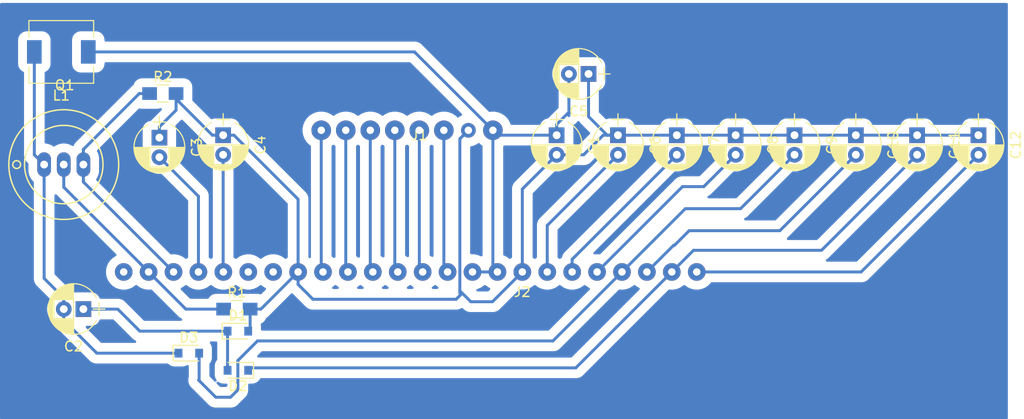
<source format=kicad_pcb>
(kicad_pcb (version 20171130) (host pcbnew 5.1.2-f72e74a~84~ubuntu18.04.1)

  (general
    (thickness 1.6)
    (drawings 0)
    (tracks 127)
    (zones 0)
    (modules 21)
    (nets 25)
  )

  (page A4)
  (layers
    (0 F.Cu signal)
    (31 B.Cu signal)
    (32 B.Adhes user)
    (33 F.Adhes user)
    (34 B.Paste user)
    (35 F.Paste user)
    (36 B.SilkS user)
    (37 F.SilkS user)
    (38 B.Mask user)
    (39 F.Mask user)
    (40 Dwgs.User user)
    (41 Cmts.User user)
    (42 Eco1.User user)
    (43 Eco2.User user)
    (44 Edge.Cuts user)
    (45 Margin user)
    (46 B.CrtYd user)
    (47 F.CrtYd user)
    (48 B.Fab user)
    (49 F.Fab user)
  )

  (setup
    (last_trace_width 0.3)
    (trace_clearance 0.2)
    (zone_clearance 0.9)
    (zone_45_only no)
    (trace_min 0.2)
    (via_size 0.8)
    (via_drill 0.4)
    (via_min_size 0.4)
    (via_min_drill 0.3)
    (uvia_size 0.3)
    (uvia_drill 0.1)
    (uvias_allowed no)
    (uvia_min_size 0.2)
    (uvia_min_drill 0.1)
    (edge_width 0.05)
    (segment_width 0.2)
    (pcb_text_width 0.3)
    (pcb_text_size 1.5 1.5)
    (mod_edge_width 0.12)
    (mod_text_size 1 1)
    (mod_text_width 0.15)
    (pad_size 0.8 0.9)
    (pad_drill 0)
    (pad_to_mask_clearance 0.051)
    (solder_mask_min_width 0.25)
    (aux_axis_origin 0 0)
    (visible_elements FFFFFF7F)
    (pcbplotparams
      (layerselection 0x01000_fffffffe)
      (usegerberextensions false)
      (usegerberattributes false)
      (usegerberadvancedattributes false)
      (creategerberjobfile false)
      (excludeedgelayer true)
      (linewidth 0.100000)
      (plotframeref false)
      (viasonmask false)
      (mode 1)
      (useauxorigin false)
      (hpglpennumber 1)
      (hpglpenspeed 20)
      (hpglpendiameter 15.000000)
      (psnegative false)
      (psa4output false)
      (plotreference true)
      (plotvalue true)
      (plotinvisibletext false)
      (padsonsilk false)
      (subtractmaskfromsilk false)
      (outputformat 5)
      (mirror false)
      (drillshape 0)
      (scaleselection 1)
      (outputdirectory ""))
  )

  (net 0 "")
  (net 1 vcc)
  (net 2 gnd)
  (net 3 "Net-(C2-Pad1)")
  (net 4 "Net-(C2-Pad2)")
  (net 5 "Net-(C3-Pad2)")
  (net 6 "Net-(C4-Pad2)")
  (net 7 "Net-(C6-Pad2)")
  (net 8 "Net-(C7-Pad2)")
  (net 9 "Net-(C8-Pad2)")
  (net 10 prevgh)
  (net 11 "Net-(C10-Pad2)")
  (net 12 prevgl)
  (net 13 "Net-(C12-Pad2)")
  (net 14 "Net-(J1-Pad6)")
  (net 15 "Net-(J1-Pad5)")
  (net 16 "Net-(J1-Pad4)")
  (net 17 "Net-(J1-Pad3)")
  (net 18 "Net-(J1-Pad2)")
  (net 19 "Net-(J1-Pad1)")
  (net 20 "Net-(J2-Pad24)")
  (net 21 gdr)
  (net 22 rese)
  (net 23 "Net-(J2-Pad19)")
  (net 24 "Net-(J2-Pad18)")

  (net_class Default "This is the default net class."
    (clearance 0.2)
    (trace_width 0.3)
    (via_dia 0.8)
    (via_drill 0.4)
    (uvia_dia 0.3)
    (uvia_drill 0.1)
    (add_net "Net-(C10-Pad2)")
    (add_net "Net-(C12-Pad2)")
    (add_net "Net-(C2-Pad1)")
    (add_net "Net-(C2-Pad2)")
    (add_net "Net-(C3-Pad2)")
    (add_net "Net-(C4-Pad2)")
    (add_net "Net-(C6-Pad2)")
    (add_net "Net-(C7-Pad2)")
    (add_net "Net-(C8-Pad2)")
    (add_net "Net-(J1-Pad1)")
    (add_net "Net-(J1-Pad2)")
    (add_net "Net-(J1-Pad3)")
    (add_net "Net-(J1-Pad4)")
    (add_net "Net-(J1-Pad5)")
    (add_net "Net-(J1-Pad6)")
    (add_net "Net-(J2-Pad18)")
    (add_net "Net-(J2-Pad19)")
    (add_net "Net-(J2-Pad24)")
    (add_net gdr)
    (add_net gnd)
    (add_net prevgh)
    (add_net prevgl)
    (add_net rese)
    (add_net vcc)
  )

  (module Transistors_OldSowjetAera:OldSowjetaera_Transistor_Type-I_BigPads (layer F.Cu) (tedit 0) (tstamp 5D084B1D)
    (at 79.25 102.5)
    (path /5D0E75C0)
    (fp_text reference Q1 (at 0.1 -8.1) (layer F.SilkS)
      (effects (font (size 1 1) (thickness 0.15)))
    )
    (fp_text value IRF40DM229 (at 0.1 7.6) (layer F.Fab)
      (effects (font (size 1 1) (thickness 0.15)))
    )
    (fp_circle (center -4.8 0) (end -4.8 0.4) (layer F.SilkS) (width 0.15))
    (fp_circle (center 0 0) (end 4 0) (layer F.SilkS) (width 0.15))
    (fp_circle (center 0 0) (end 5.6 0) (layer F.SilkS) (width 0.15))
    (pad 2 thru_hole oval (at 0 0) (size 1.4 2.5) (drill 0.8) (layers *.Cu *.Mask)
      (net 21 gdr))
    (pad 1 thru_hole oval (at -2 0) (size 1.4 2.5) (drill 0.8) (layers *.Cu *.Mask)
      (net 4 "Net-(C2-Pad2)"))
    (pad 3 thru_hole oval (at 2 0) (size 1.4 2.5) (drill 0.8) (layers *.Cu *.Mask)
      (net 22 rese))
    (model Transistors_OldSowjetAera.3dshapes/OldSowjetaera_Transistor_Type-I_BigPads.wrl
      (at (xyz 0 0 0))
      (scale (xyz 0.3937 0.3937 0.3937))
      (rotate (xyz 0 0 0))
    )
  )

  (module Resistors_SMD:R_0805_HandSoldering (layer F.Cu) (tedit 5D0849F5) (tstamp 5D084B23)
    (at 89.35 95.25)
    (descr "Resistor SMD 0805, hand soldering")
    (tags "resistor 0805")
    (path /5D0EC41E)
    (attr smd)
    (fp_text reference R2 (at 0 -1.7) (layer F.SilkS)
      (effects (font (size 1 1) (thickness 0.15)))
    )
    (fp_text value R (at 0 1.75) (layer F.Fab)
      (effects (font (size 1 1) (thickness 0.15)))
    )
    (fp_text user %R (at 0 0) (layer F.Fab)
      (effects (font (size 0.5 0.5) (thickness 0.075)))
    )
    (fp_line (start -1 0.62) (end -1 -0.62) (layer F.Fab) (width 0.1))
    (fp_line (start 1 0.62) (end -1 0.62) (layer F.Fab) (width 0.1))
    (fp_line (start 1 -0.62) (end 1 0.62) (layer F.Fab) (width 0.1))
    (fp_line (start -1 -0.62) (end 1 -0.62) (layer F.Fab) (width 0.1))
    (fp_line (start 0.6 0.88) (end -0.6 0.88) (layer F.SilkS) (width 0.12))
    (fp_line (start -0.6 -0.88) (end 0.6 -0.88) (layer F.SilkS) (width 0.12))
    (fp_line (start -2.35 -0.9) (end 2.35 -0.9) (layer F.CrtYd) (width 0.05))
    (fp_line (start -2.35 -0.9) (end -2.35 0.9) (layer F.CrtYd) (width 0.05))
    (fp_line (start 2.35 0.9) (end 2.35 -0.9) (layer F.CrtYd) (width 0.05))
    (fp_line (start 2.35 0.9) (end -2.35 0.9) (layer F.CrtYd) (width 0.05))
    (pad 1 smd rect (at -1.35 0) (size 1.5 1.3) (layers B.Cu F.Paste F.Mask)
      (net 22 rese))
    (pad 2 smd rect (at 1.35 0) (size 1.5 1.3) (layers B.Cu F.Paste F.Mask)
      (net 2 gnd))
    (model ${KISYS3DMOD}/Resistors_SMD.3dshapes/R_0805.wrl
      (at (xyz 0 0 0))
      (scale (xyz 1 1 1))
      (rotate (xyz 0 0 0))
    )
  )

  (module Resistors_SMD:R_0805_HandSoldering (layer F.Cu) (tedit 5D084A3E) (tstamp 5D084B20)
    (at 96.9 117.25)
    (descr "Resistor SMD 0805, hand soldering")
    (tags "resistor 0805")
    (path /5D0EBA10)
    (attr smd)
    (fp_text reference R1 (at 0 -1.7) (layer F.SilkS)
      (effects (font (size 1 1) (thickness 0.15)))
    )
    (fp_text value R (at 0 1.75) (layer F.Fab)
      (effects (font (size 1 1) (thickness 0.15)))
    )
    (fp_text user %R (at 0 0) (layer F.Fab)
      (effects (font (size 0.5 0.5) (thickness 0.075)))
    )
    (fp_line (start -1 0.62) (end -1 -0.62) (layer F.Fab) (width 0.1))
    (fp_line (start 1 0.62) (end -1 0.62) (layer F.Fab) (width 0.1))
    (fp_line (start 1 -0.62) (end 1 0.62) (layer F.Fab) (width 0.1))
    (fp_line (start -1 -0.62) (end 1 -0.62) (layer F.Fab) (width 0.1))
    (fp_line (start 0.6 0.88) (end -0.6 0.88) (layer F.SilkS) (width 0.12))
    (fp_line (start -0.6 -0.88) (end 0.6 -0.88) (layer F.SilkS) (width 0.12))
    (fp_line (start -2.35 -0.9) (end 2.35 -0.9) (layer F.CrtYd) (width 0.05))
    (fp_line (start -2.35 -0.9) (end -2.35 0.9) (layer F.CrtYd) (width 0.05))
    (fp_line (start 2.35 0.9) (end 2.35 -0.9) (layer F.CrtYd) (width 0.05))
    (fp_line (start 2.35 0.9) (end -2.35 0.9) (layer F.CrtYd) (width 0.05))
    (pad 1 smd rect (at -1.35 0) (size 1.5 1.3) (layers B.Cu F.Paste F.Mask)
      (net 21 gdr))
    (pad 2 smd rect (at 1.35 0) (size 1.5 1.3) (layers B.Cu F.Paste F.Mask)
      (net 2 gnd))
    (model ${KISYS3DMOD}/Resistors_SMD.3dshapes/R_0805.wrl
      (at (xyz 0 0 0))
      (scale (xyz 1 1 1))
      (rotate (xyz 0 0 0))
    )
  )

  (module Inductors_SMD:L_6.3x6.3_H3 (layer F.Cu) (tedit 5D084A2D) (tstamp 5D084B1A)
    (at 79 91 180)
    (descr "Choke, SMD, 6.3x6.3mm 3mm height")
    (tags "Choke SMD")
    (path /5D0E392A)
    (attr smd)
    (fp_text reference L1 (at 0 -4.45) (layer F.SilkS)
      (effects (font (size 1 1) (thickness 0.15)))
    )
    (fp_text value INDUCTOR (at 0 4.45) (layer F.Fab)
      (effects (font (size 1 1) (thickness 0.15)))
    )
    (fp_text user %R (at 0 0) (layer F.Fab)
      (effects (font (size 1 1) (thickness 0.15)))
    )
    (fp_line (start 3.3 1.5) (end 3.3 3.2) (layer F.SilkS) (width 0.12))
    (fp_line (start 3.3 3.2) (end -3.3 3.2) (layer F.SilkS) (width 0.12))
    (fp_line (start -3.3 3.2) (end -3.3 1.5) (layer F.SilkS) (width 0.12))
    (fp_line (start -3.3 -1.5) (end -3.3 -3.2) (layer F.SilkS) (width 0.12))
    (fp_line (start -3.3 -3.2) (end 3.3 -3.2) (layer F.SilkS) (width 0.12))
    (fp_line (start 3.3 -3.2) (end 3.3 -1.5) (layer F.SilkS) (width 0.12))
    (fp_line (start -3.75 -3.4) (end -3.75 3.4) (layer F.CrtYd) (width 0.05))
    (fp_line (start -3.75 3.4) (end 3.75 3.4) (layer F.CrtYd) (width 0.05))
    (fp_line (start 3.75 3.4) (end 3.75 -3.4) (layer F.CrtYd) (width 0.05))
    (fp_line (start 3.75 -3.4) (end -3.75 -3.4) (layer F.CrtYd) (width 0.05))
    (fp_line (start 3.15 3.15) (end 3.15 1.5) (layer F.Fab) (width 0.1))
    (fp_line (start 3.15 -3.15) (end 3.15 -1.5) (layer F.Fab) (width 0.1))
    (fp_line (start -3.15 3.15) (end -3.15 1.5) (layer F.Fab) (width 0.1))
    (fp_line (start -3.15 -3.15) (end -3.15 -1.5) (layer F.Fab) (width 0.1))
    (fp_line (start -3.15 -3.15) (end 3.15 -3.15) (layer F.Fab) (width 0.1))
    (fp_line (start -3.15 3.15) (end 3.15 3.15) (layer F.Fab) (width 0.1))
    (fp_arc (start 0 0) (end -1.91 -1.91) (angle 90) (layer F.Fab) (width 0.1))
    (fp_arc (start 0 0) (end 1.91 1.91) (angle 90) (layer F.Fab) (width 0.1))
    (pad 1 smd rect (at -2.75 0 180) (size 1.5 2.4) (layers B.Cu F.Paste F.Mask)
      (net 1 vcc))
    (pad 2 smd rect (at 2.75 0 180) (size 1.5 2.4) (layers B.Cu F.Paste F.Mask)
      (net 4 "Net-(C2-Pad2)"))
    (model ${KISYS3DMOD}/Inductors_SMD.3dshapes/L_6.3x6.3_H3.wrl
      (at (xyz 0 0 0))
      (scale (xyz 1 1 1))
      (rotate (xyz 0 0 0))
    )
  )

  (module otp:conn_24 (layer F.Cu) (tedit 5CF2246B) (tstamp 5D084B17)
    (at 126 116 180)
    (path /5D0C954F)
    (fp_text reference J2 (at 0 0.5) (layer F.SilkS)
      (effects (font (size 1 1) (thickness 0.15)))
    )
    (fp_text value Conn_01x24 (at 0 -0.5) (layer F.Fab)
      (effects (font (size 1 1) (thickness 0.15)))
    )
    (pad 24 thru_hole circle (at 40.64 2.54 180) (size 1.8 1.8) (drill 0.762) (layers *.Cu *.Mask)
      (net 20 "Net-(J2-Pad24)"))
    (pad 23 thru_hole circle (at 38.1 2.54 180) (size 1.8 1.8) (drill 0.762) (layers *.Cu *.Mask)
      (net 21 gdr))
    (pad 22 thru_hole circle (at 35.56 2.54 180) (size 1.8 1.8) (drill 0.762) (layers *.Cu *.Mask)
      (net 22 rese))
    (pad 21 thru_hole circle (at 33.02 2.54 180) (size 1.8 1.8) (drill 0.762) (layers *.Cu *.Mask)
      (net 5 "Net-(C3-Pad2)"))
    (pad 20 thru_hole circle (at 30.48 2.54 180) (size 1.8 1.8) (drill 0.762) (layers *.Cu *.Mask)
      (net 6 "Net-(C4-Pad2)"))
    (pad 19 thru_hole circle (at 27.94 2.54 180) (size 1.8 1.8) (drill 0.762) (layers *.Cu *.Mask)
      (net 23 "Net-(J2-Pad19)"))
    (pad 18 thru_hole circle (at 25.4 2.54 180) (size 1.8 1.8) (drill 0.762) (layers *.Cu *.Mask)
      (net 24 "Net-(J2-Pad18)"))
    (pad 17 thru_hole circle (at 22.86 2.54 180) (size 1.8 1.8) (drill 0.762) (layers *.Cu *.Mask)
      (net 2 gnd))
    (pad 16 thru_hole circle (at 20.32 2.54 180) (size 1.8 1.8) (drill 0.762) (layers *.Cu *.Mask)
      (net 19 "Net-(J1-Pad1)"))
    (pad 15 thru_hole circle (at 17.78 2.54 180) (size 1.8 1.8) (drill 0.762) (layers *.Cu *.Mask)
      (net 18 "Net-(J1-Pad2)"))
    (pad 14 thru_hole circle (at 15.24 2.54 180) (size 1.8 1.8) (drill 0.762) (layers *.Cu *.Mask)
      (net 17 "Net-(J1-Pad3)"))
    (pad 13 thru_hole circle (at 12.7 2.54 180) (size 1.8 1.8) (drill 0.762) (layers *.Cu *.Mask)
      (net 16 "Net-(J1-Pad4)"))
    (pad 12 thru_hole circle (at 10.16 2.54 180) (size 1.8 1.8) (drill 0.762) (layers *.Cu *.Mask)
      (net 15 "Net-(J1-Pad5)"))
    (pad 11 thru_hole circle (at 7.62 2.54 180) (size 1.8 1.8) (drill 0.762) (layers *.Cu *.Mask)
      (net 14 "Net-(J1-Pad6)"))
    (pad 10 thru_hole circle (at 5.08 2.54 180) (size 1.8 1.8) (drill 0.762) (layers *.Cu *.Mask)
      (net 1 vcc))
    (pad 9 thru_hole circle (at 2.54 2.54 180) (size 1.8 1.8) (drill 0.762) (layers *.Cu *.Mask)
      (net 1 vcc))
    (pad 8 thru_hole circle (at 0 2.54 180) (size 1.8 1.8) (drill 0.762) (layers *.Cu *.Mask)
      (net 2 gnd))
    (pad 7 thru_hole circle (at -2.54 2.54 180) (size 1.8 1.8) (drill 0.762) (layers *.Cu *.Mask)
      (net 7 "Net-(C6-Pad2)"))
    (pad 6 thru_hole circle (at -5.08 2.54 180) (size 1.8 1.8) (drill 0.762) (layers *.Cu *.Mask)
      (net 8 "Net-(C7-Pad2)"))
    (pad 5 thru_hole circle (at -7.62 2.54 180) (size 1.8 1.8) (drill 0.762) (layers *.Cu *.Mask)
      (net 9 "Net-(C8-Pad2)"))
    (pad 4 thru_hole circle (at -10.16 2.54 180) (size 1.8 1.8) (drill 0.762) (layers *.Cu *.Mask)
      (net 10 prevgh))
    (pad 3 thru_hole circle (at -12.7 2.54 180) (size 1.8 1.8) (drill 0.762) (layers *.Cu *.Mask)
      (net 11 "Net-(C10-Pad2)"))
    (pad 2 thru_hole circle (at -15.24 2.54 180) (size 1.8 1.8) (drill 0.762) (layers *.Cu *.Mask)
      (net 12 prevgl))
    (pad 1 thru_hole circle (at -17.78 2.54 180) (size 1.8 1.8) (drill 0.762) (layers *.Cu *.Mask)
      (net 13 "Net-(C12-Pad2)"))
  )

  (module millk:conn8 (layer F.Cu) (tedit 5D084724) (tstamp 5D084AFB)
    (at 115.5 99)
    (path /5D0CC08B)
    (fp_text reference J1 (at 0 0.5) (layer F.SilkS)
      (effects (font (size 1 1) (thickness 0.15)))
    )
    (fp_text value Conn_01x08_Female (at 0 -0.5) (layer F.Fab)
      (effects (font (size 1 1) (thickness 0.15)))
    )
    (pad 8 thru_hole circle (at 7.5 0) (size 2 2) (drill 0.762) (layers *.Cu *.Mask)
      (net 1 vcc))
    (pad 7 thru_hole circle (at 5 0) (size 1.5 1.5) (drill 0.762) (layers *.Cu *.Mask)
      (net 2 gnd))
    (pad 6 thru_hole circle (at 2.5 0) (size 2 2) (drill 0.762) (layers *.Cu *.Mask)
      (net 14 "Net-(J1-Pad6)"))
    (pad 5 thru_hole circle (at 0 0) (size 2 2) (drill 0.762) (layers *.Cu *.Mask)
      (net 15 "Net-(J1-Pad5)"))
    (pad 4 thru_hole circle (at -2.5 0) (size 2 2) (drill 0.762) (layers *.Cu *.Mask)
      (net 16 "Net-(J1-Pad4)"))
    (pad 3 thru_hole circle (at -5 0) (size 2 2) (drill 0.762) (layers *.Cu *.Mask)
      (net 17 "Net-(J1-Pad3)"))
    (pad 2 thru_hole circle (at -7.5 0) (size 2 2) (drill 0.762) (layers *.Cu *.Mask)
      (net 18 "Net-(J1-Pad2)"))
    (pad 1 thru_hole circle (at -10 0) (size 2 2) (drill 0.762) (layers *.Cu *.Mask)
      (net 19 "Net-(J1-Pad1)"))
  )

  (module Diodes_SMD:D_0805 (layer F.Cu) (tedit 5D084A66) (tstamp 5D084AEF)
    (at 92 121.75)
    (descr "Diode SMD in 0805 package http://datasheets.avx.com/schottky.pdf")
    (tags "smd diode")
    (path /5D0E8D68)
    (attr smd)
    (fp_text reference D3 (at 0 -1.6) (layer F.SilkS)
      (effects (font (size 1 1) (thickness 0.15)))
    )
    (fp_text value DIODE (at 0 1.7) (layer F.Fab)
      (effects (font (size 1 1) (thickness 0.15)))
    )
    (fp_text user %R (at 0 -1.6) (layer F.Fab)
      (effects (font (size 1 1) (thickness 0.15)))
    )
    (fp_line (start -1.6 -0.8) (end -1.6 0.8) (layer F.SilkS) (width 0.12))
    (fp_line (start -1.7 0.88) (end -1.7 -0.88) (layer F.CrtYd) (width 0.05))
    (fp_line (start 1.7 0.88) (end -1.7 0.88) (layer F.CrtYd) (width 0.05))
    (fp_line (start 1.7 -0.88) (end 1.7 0.88) (layer F.CrtYd) (width 0.05))
    (fp_line (start -1.7 -0.88) (end 1.7 -0.88) (layer F.CrtYd) (width 0.05))
    (fp_line (start 0.2 0) (end 0.4 0) (layer F.Fab) (width 0.1))
    (fp_line (start -0.1 0) (end -0.3 0) (layer F.Fab) (width 0.1))
    (fp_line (start -0.1 -0.2) (end -0.1 0.2) (layer F.Fab) (width 0.1))
    (fp_line (start 0.2 0.2) (end 0.2 -0.2) (layer F.Fab) (width 0.1))
    (fp_line (start -0.1 0) (end 0.2 0.2) (layer F.Fab) (width 0.1))
    (fp_line (start 0.2 -0.2) (end -0.1 0) (layer F.Fab) (width 0.1))
    (fp_line (start -1 0.65) (end -1 -0.65) (layer F.Fab) (width 0.1))
    (fp_line (start 1 0.65) (end -1 0.65) (layer F.Fab) (width 0.1))
    (fp_line (start 1 -0.65) (end 1 0.65) (layer F.Fab) (width 0.1))
    (fp_line (start -1 -0.65) (end 1 -0.65) (layer F.Fab) (width 0.1))
    (fp_line (start -1.6 0.8) (end 1 0.8) (layer F.SilkS) (width 0.12))
    (fp_line (start -1.6 -0.8) (end 1 -0.8) (layer F.SilkS) (width 0.12))
    (pad 1 smd rect (at -1.05 0) (size 0.8 0.9) (layers B.Cu F.Paste F.Mask)
      (net 4 "Net-(C2-Pad2)"))
    (pad 2 smd rect (at 1.05 0) (size 0.8 0.9) (layers B.Cu F.Paste F.Mask)
      (net 10 prevgh))
    (model ${KISYS3DMOD}/Diodes_SMD.3dshapes/D_0805.wrl
      (at (xyz 0 0 0))
      (scale (xyz 1 1 1))
      (rotate (xyz 0 0 0))
    )
  )

  (module Diodes_SMD:D_0805 (layer F.Cu) (tedit 5D084A5D) (tstamp 5D084AEC)
    (at 97 123.5 180)
    (descr "Diode SMD in 0805 package http://datasheets.avx.com/schottky.pdf")
    (tags "smd diode")
    (path /5D0E9DFA)
    (attr smd)
    (fp_text reference D2 (at 0 -1.6) (layer F.SilkS)
      (effects (font (size 1 1) (thickness 0.15)))
    )
    (fp_text value DIODE (at 0 1.7) (layer F.Fab)
      (effects (font (size 1 1) (thickness 0.15)))
    )
    (fp_text user %R (at 0 -1.6) (layer F.Fab)
      (effects (font (size 1 1) (thickness 0.15)))
    )
    (fp_line (start -1.6 -0.8) (end -1.6 0.8) (layer F.SilkS) (width 0.12))
    (fp_line (start -1.7 0.88) (end -1.7 -0.88) (layer F.CrtYd) (width 0.05))
    (fp_line (start 1.7 0.88) (end -1.7 0.88) (layer F.CrtYd) (width 0.05))
    (fp_line (start 1.7 -0.88) (end 1.7 0.88) (layer F.CrtYd) (width 0.05))
    (fp_line (start -1.7 -0.88) (end 1.7 -0.88) (layer F.CrtYd) (width 0.05))
    (fp_line (start 0.2 0) (end 0.4 0) (layer F.Fab) (width 0.1))
    (fp_line (start -0.1 0) (end -0.3 0) (layer F.Fab) (width 0.1))
    (fp_line (start -0.1 -0.2) (end -0.1 0.2) (layer F.Fab) (width 0.1))
    (fp_line (start 0.2 0.2) (end 0.2 -0.2) (layer F.Fab) (width 0.1))
    (fp_line (start -0.1 0) (end 0.2 0.2) (layer F.Fab) (width 0.1))
    (fp_line (start 0.2 -0.2) (end -0.1 0) (layer F.Fab) (width 0.1))
    (fp_line (start -1 0.65) (end -1 -0.65) (layer F.Fab) (width 0.1))
    (fp_line (start 1 0.65) (end -1 0.65) (layer F.Fab) (width 0.1))
    (fp_line (start 1 -0.65) (end 1 0.65) (layer F.Fab) (width 0.1))
    (fp_line (start -1 -0.65) (end 1 -0.65) (layer F.Fab) (width 0.1))
    (fp_line (start -1.6 0.8) (end 1 0.8) (layer F.SilkS) (width 0.12))
    (fp_line (start -1.6 -0.8) (end 1 -0.8) (layer F.SilkS) (width 0.12))
    (pad 1 smd rect (at -1.05 0 180) (size 0.8 0.9) (layers B.Cu F.Paste F.Mask)
      (net 12 prevgl))
    (pad 2 smd rect (at 1.05 0 180) (size 0.8 0.9) (layers B.Cu F.Paste F.Mask)
      (net 3 "Net-(C2-Pad1)"))
    (model ${KISYS3DMOD}/Diodes_SMD.3dshapes/D_0805.wrl
      (at (xyz 0 0 0))
      (scale (xyz 1 1 1))
      (rotate (xyz 0 0 0))
    )
  )

  (module Diodes_SMD:D_0805 (layer F.Cu) (tedit 5D084A4E) (tstamp 5D084AE9)
    (at 97 119.5)
    (descr "Diode SMD in 0805 package http://datasheets.avx.com/schottky.pdf")
    (tags "smd diode")
    (path /5D0EAB9E)
    (attr smd)
    (fp_text reference D1 (at 0 -1.6) (layer F.SilkS)
      (effects (font (size 1 1) (thickness 0.15)))
    )
    (fp_text value DIODE (at -4 -3) (layer F.Fab)
      (effects (font (size 1 1) (thickness 0.15)))
    )
    (fp_text user %R (at 0 -1.6) (layer F.Fab)
      (effects (font (size 1 1) (thickness 0.15)))
    )
    (fp_line (start -1.6 -0.8) (end -1.6 0.8) (layer F.SilkS) (width 0.12))
    (fp_line (start -1.7 0.88) (end -1.7 -0.88) (layer F.CrtYd) (width 0.05))
    (fp_line (start 1.7 0.88) (end -1.7 0.88) (layer F.CrtYd) (width 0.05))
    (fp_line (start 1.7 -0.88) (end 1.7 0.88) (layer F.CrtYd) (width 0.05))
    (fp_line (start -1.7 -0.88) (end 1.7 -0.88) (layer F.CrtYd) (width 0.05))
    (fp_line (start 0.2 0) (end 0.4 0) (layer F.Fab) (width 0.1))
    (fp_line (start -0.1 0) (end -0.3 0) (layer F.Fab) (width 0.1))
    (fp_line (start -0.1 -0.2) (end -0.1 0.2) (layer F.Fab) (width 0.1))
    (fp_line (start 0.2 0.2) (end 0.2 -0.2) (layer F.Fab) (width 0.1))
    (fp_line (start -0.1 0) (end 0.2 0.2) (layer F.Fab) (width 0.1))
    (fp_line (start 0.2 -0.2) (end -0.1 0) (layer F.Fab) (width 0.1))
    (fp_line (start -1 0.65) (end -1 -0.65) (layer F.Fab) (width 0.1))
    (fp_line (start 1 0.65) (end -1 0.65) (layer F.Fab) (width 0.1))
    (fp_line (start 1 -0.65) (end 1 0.65) (layer F.Fab) (width 0.1))
    (fp_line (start -1 -0.65) (end 1 -0.65) (layer F.Fab) (width 0.1))
    (fp_line (start -1.6 0.8) (end 1 0.8) (layer F.SilkS) (width 0.12))
    (fp_line (start -1.6 -0.8) (end 1 -0.8) (layer F.SilkS) (width 0.12))
    (pad 1 smd rect (at -1.05 0) (size 0.8 0.9) (layers B.Cu F.Paste F.Mask)
      (net 3 "Net-(C2-Pad1)"))
    (pad 2 smd rect (at 1.05 0) (size 0.8 0.9) (layers B.Cu F.Paste F.Mask)
      (net 2 gnd))
    (model ${KISYS3DMOD}/Diodes_SMD.3dshapes/D_0805.wrl
      (at (xyz 0 0 0))
      (scale (xyz 1 1 1))
      (rotate (xyz 0 0 0))
    )
  )

  (module Capacitors_THT:CP_Radial_D5.0mm_P2.00mm (layer F.Cu) (tedit 597BC7C2) (tstamp 5D084AE6)
    (at 172.5 99.5 270)
    (descr "CP, Radial series, Radial, pin pitch=2.00mm, , diameter=5mm, Electrolytic Capacitor")
    (tags "CP Radial series Radial pin pitch 2.00mm  diameter 5mm Electrolytic Capacitor")
    (path /5D0CCCB3)
    (fp_text reference C12 (at 1 -3.81 90) (layer F.SilkS)
      (effects (font (size 1 1) (thickness 0.15)))
    )
    (fp_text value C (at 1 3.81 90) (layer F.Fab)
      (effects (font (size 1 1) (thickness 0.15)))
    )
    (fp_arc (start 1 0) (end -1.30558 -1.18) (angle 125.8) (layer F.SilkS) (width 0.12))
    (fp_arc (start 1 0) (end -1.30558 1.18) (angle -125.8) (layer F.SilkS) (width 0.12))
    (fp_arc (start 1 0) (end 3.30558 -1.18) (angle 54.2) (layer F.SilkS) (width 0.12))
    (fp_circle (center 1 0) (end 3.5 0) (layer F.Fab) (width 0.1))
    (fp_line (start -2.2 0) (end -1 0) (layer F.Fab) (width 0.1))
    (fp_line (start -1.6 -0.65) (end -1.6 0.65) (layer F.Fab) (width 0.1))
    (fp_line (start 1 -2.55) (end 1 2.55) (layer F.SilkS) (width 0.12))
    (fp_line (start 1.04 -2.55) (end 1.04 -0.98) (layer F.SilkS) (width 0.12))
    (fp_line (start 1.04 0.98) (end 1.04 2.55) (layer F.SilkS) (width 0.12))
    (fp_line (start 1.08 -2.549) (end 1.08 -0.98) (layer F.SilkS) (width 0.12))
    (fp_line (start 1.08 0.98) (end 1.08 2.549) (layer F.SilkS) (width 0.12))
    (fp_line (start 1.12 -2.548) (end 1.12 -0.98) (layer F.SilkS) (width 0.12))
    (fp_line (start 1.12 0.98) (end 1.12 2.548) (layer F.SilkS) (width 0.12))
    (fp_line (start 1.16 -2.546) (end 1.16 -0.98) (layer F.SilkS) (width 0.12))
    (fp_line (start 1.16 0.98) (end 1.16 2.546) (layer F.SilkS) (width 0.12))
    (fp_line (start 1.2 -2.543) (end 1.2 -0.98) (layer F.SilkS) (width 0.12))
    (fp_line (start 1.2 0.98) (end 1.2 2.543) (layer F.SilkS) (width 0.12))
    (fp_line (start 1.24 -2.539) (end 1.24 -0.98) (layer F.SilkS) (width 0.12))
    (fp_line (start 1.24 0.98) (end 1.24 2.539) (layer F.SilkS) (width 0.12))
    (fp_line (start 1.28 -2.535) (end 1.28 -0.98) (layer F.SilkS) (width 0.12))
    (fp_line (start 1.28 0.98) (end 1.28 2.535) (layer F.SilkS) (width 0.12))
    (fp_line (start 1.32 -2.531) (end 1.32 -0.98) (layer F.SilkS) (width 0.12))
    (fp_line (start 1.32 0.98) (end 1.32 2.531) (layer F.SilkS) (width 0.12))
    (fp_line (start 1.36 -2.525) (end 1.36 -0.98) (layer F.SilkS) (width 0.12))
    (fp_line (start 1.36 0.98) (end 1.36 2.525) (layer F.SilkS) (width 0.12))
    (fp_line (start 1.4 -2.519) (end 1.4 -0.98) (layer F.SilkS) (width 0.12))
    (fp_line (start 1.4 0.98) (end 1.4 2.519) (layer F.SilkS) (width 0.12))
    (fp_line (start 1.44 -2.513) (end 1.44 -0.98) (layer F.SilkS) (width 0.12))
    (fp_line (start 1.44 0.98) (end 1.44 2.513) (layer F.SilkS) (width 0.12))
    (fp_line (start 1.48 -2.506) (end 1.48 -0.98) (layer F.SilkS) (width 0.12))
    (fp_line (start 1.48 0.98) (end 1.48 2.506) (layer F.SilkS) (width 0.12))
    (fp_line (start 1.52 -2.498) (end 1.52 -0.98) (layer F.SilkS) (width 0.12))
    (fp_line (start 1.52 0.98) (end 1.52 2.498) (layer F.SilkS) (width 0.12))
    (fp_line (start 1.56 -2.489) (end 1.56 -0.98) (layer F.SilkS) (width 0.12))
    (fp_line (start 1.56 0.98) (end 1.56 2.489) (layer F.SilkS) (width 0.12))
    (fp_line (start 1.6 -2.48) (end 1.6 -0.98) (layer F.SilkS) (width 0.12))
    (fp_line (start 1.6 0.98) (end 1.6 2.48) (layer F.SilkS) (width 0.12))
    (fp_line (start 1.64 -2.47) (end 1.64 -0.98) (layer F.SilkS) (width 0.12))
    (fp_line (start 1.64 0.98) (end 1.64 2.47) (layer F.SilkS) (width 0.12))
    (fp_line (start 1.68 -2.46) (end 1.68 -0.98) (layer F.SilkS) (width 0.12))
    (fp_line (start 1.68 0.98) (end 1.68 2.46) (layer F.SilkS) (width 0.12))
    (fp_line (start 1.721 -2.448) (end 1.721 -0.98) (layer F.SilkS) (width 0.12))
    (fp_line (start 1.721 0.98) (end 1.721 2.448) (layer F.SilkS) (width 0.12))
    (fp_line (start 1.761 -2.436) (end 1.761 -0.98) (layer F.SilkS) (width 0.12))
    (fp_line (start 1.761 0.98) (end 1.761 2.436) (layer F.SilkS) (width 0.12))
    (fp_line (start 1.801 -2.424) (end 1.801 -0.98) (layer F.SilkS) (width 0.12))
    (fp_line (start 1.801 0.98) (end 1.801 2.424) (layer F.SilkS) (width 0.12))
    (fp_line (start 1.841 -2.41) (end 1.841 -0.98) (layer F.SilkS) (width 0.12))
    (fp_line (start 1.841 0.98) (end 1.841 2.41) (layer F.SilkS) (width 0.12))
    (fp_line (start 1.881 -2.396) (end 1.881 -0.98) (layer F.SilkS) (width 0.12))
    (fp_line (start 1.881 0.98) (end 1.881 2.396) (layer F.SilkS) (width 0.12))
    (fp_line (start 1.921 -2.382) (end 1.921 -0.98) (layer F.SilkS) (width 0.12))
    (fp_line (start 1.921 0.98) (end 1.921 2.382) (layer F.SilkS) (width 0.12))
    (fp_line (start 1.961 -2.366) (end 1.961 -0.98) (layer F.SilkS) (width 0.12))
    (fp_line (start 1.961 0.98) (end 1.961 2.366) (layer F.SilkS) (width 0.12))
    (fp_line (start 2.001 -2.35) (end 2.001 -0.98) (layer F.SilkS) (width 0.12))
    (fp_line (start 2.001 0.98) (end 2.001 2.35) (layer F.SilkS) (width 0.12))
    (fp_line (start 2.041 -2.333) (end 2.041 -0.98) (layer F.SilkS) (width 0.12))
    (fp_line (start 2.041 0.98) (end 2.041 2.333) (layer F.SilkS) (width 0.12))
    (fp_line (start 2.081 -2.315) (end 2.081 -0.98) (layer F.SilkS) (width 0.12))
    (fp_line (start 2.081 0.98) (end 2.081 2.315) (layer F.SilkS) (width 0.12))
    (fp_line (start 2.121 -2.296) (end 2.121 -0.98) (layer F.SilkS) (width 0.12))
    (fp_line (start 2.121 0.98) (end 2.121 2.296) (layer F.SilkS) (width 0.12))
    (fp_line (start 2.161 -2.276) (end 2.161 -0.98) (layer F.SilkS) (width 0.12))
    (fp_line (start 2.161 0.98) (end 2.161 2.276) (layer F.SilkS) (width 0.12))
    (fp_line (start 2.201 -2.256) (end 2.201 -0.98) (layer F.SilkS) (width 0.12))
    (fp_line (start 2.201 0.98) (end 2.201 2.256) (layer F.SilkS) (width 0.12))
    (fp_line (start 2.241 -2.234) (end 2.241 -0.98) (layer F.SilkS) (width 0.12))
    (fp_line (start 2.241 0.98) (end 2.241 2.234) (layer F.SilkS) (width 0.12))
    (fp_line (start 2.281 -2.212) (end 2.281 -0.98) (layer F.SilkS) (width 0.12))
    (fp_line (start 2.281 0.98) (end 2.281 2.212) (layer F.SilkS) (width 0.12))
    (fp_line (start 2.321 -2.189) (end 2.321 -0.98) (layer F.SilkS) (width 0.12))
    (fp_line (start 2.321 0.98) (end 2.321 2.189) (layer F.SilkS) (width 0.12))
    (fp_line (start 2.361 -2.165) (end 2.361 -0.98) (layer F.SilkS) (width 0.12))
    (fp_line (start 2.361 0.98) (end 2.361 2.165) (layer F.SilkS) (width 0.12))
    (fp_line (start 2.401 -2.14) (end 2.401 -0.98) (layer F.SilkS) (width 0.12))
    (fp_line (start 2.401 0.98) (end 2.401 2.14) (layer F.SilkS) (width 0.12))
    (fp_line (start 2.441 -2.113) (end 2.441 -0.98) (layer F.SilkS) (width 0.12))
    (fp_line (start 2.441 0.98) (end 2.441 2.113) (layer F.SilkS) (width 0.12))
    (fp_line (start 2.481 -2.086) (end 2.481 -0.98) (layer F.SilkS) (width 0.12))
    (fp_line (start 2.481 0.98) (end 2.481 2.086) (layer F.SilkS) (width 0.12))
    (fp_line (start 2.521 -2.058) (end 2.521 -0.98) (layer F.SilkS) (width 0.12))
    (fp_line (start 2.521 0.98) (end 2.521 2.058) (layer F.SilkS) (width 0.12))
    (fp_line (start 2.561 -2.028) (end 2.561 -0.98) (layer F.SilkS) (width 0.12))
    (fp_line (start 2.561 0.98) (end 2.561 2.028) (layer F.SilkS) (width 0.12))
    (fp_line (start 2.601 -1.997) (end 2.601 -0.98) (layer F.SilkS) (width 0.12))
    (fp_line (start 2.601 0.98) (end 2.601 1.997) (layer F.SilkS) (width 0.12))
    (fp_line (start 2.641 -1.965) (end 2.641 -0.98) (layer F.SilkS) (width 0.12))
    (fp_line (start 2.641 0.98) (end 2.641 1.965) (layer F.SilkS) (width 0.12))
    (fp_line (start 2.681 -1.932) (end 2.681 -0.98) (layer F.SilkS) (width 0.12))
    (fp_line (start 2.681 0.98) (end 2.681 1.932) (layer F.SilkS) (width 0.12))
    (fp_line (start 2.721 -1.897) (end 2.721 -0.98) (layer F.SilkS) (width 0.12))
    (fp_line (start 2.721 0.98) (end 2.721 1.897) (layer F.SilkS) (width 0.12))
    (fp_line (start 2.761 -1.861) (end 2.761 -0.98) (layer F.SilkS) (width 0.12))
    (fp_line (start 2.761 0.98) (end 2.761 1.861) (layer F.SilkS) (width 0.12))
    (fp_line (start 2.801 -1.823) (end 2.801 -0.98) (layer F.SilkS) (width 0.12))
    (fp_line (start 2.801 0.98) (end 2.801 1.823) (layer F.SilkS) (width 0.12))
    (fp_line (start 2.841 -1.783) (end 2.841 -0.98) (layer F.SilkS) (width 0.12))
    (fp_line (start 2.841 0.98) (end 2.841 1.783) (layer F.SilkS) (width 0.12))
    (fp_line (start 2.881 -1.742) (end 2.881 -0.98) (layer F.SilkS) (width 0.12))
    (fp_line (start 2.881 0.98) (end 2.881 1.742) (layer F.SilkS) (width 0.12))
    (fp_line (start 2.921 -1.699) (end 2.921 -0.98) (layer F.SilkS) (width 0.12))
    (fp_line (start 2.921 0.98) (end 2.921 1.699) (layer F.SilkS) (width 0.12))
    (fp_line (start 2.961 -1.654) (end 2.961 -0.98) (layer F.SilkS) (width 0.12))
    (fp_line (start 2.961 0.98) (end 2.961 1.654) (layer F.SilkS) (width 0.12))
    (fp_line (start 3.001 -1.606) (end 3.001 1.606) (layer F.SilkS) (width 0.12))
    (fp_line (start 3.041 -1.556) (end 3.041 1.556) (layer F.SilkS) (width 0.12))
    (fp_line (start 3.081 -1.504) (end 3.081 1.504) (layer F.SilkS) (width 0.12))
    (fp_line (start 3.121 -1.448) (end 3.121 1.448) (layer F.SilkS) (width 0.12))
    (fp_line (start 3.161 -1.39) (end 3.161 1.39) (layer F.SilkS) (width 0.12))
    (fp_line (start 3.201 -1.327) (end 3.201 1.327) (layer F.SilkS) (width 0.12))
    (fp_line (start 3.241 -1.261) (end 3.241 1.261) (layer F.SilkS) (width 0.12))
    (fp_line (start 3.281 -1.189) (end 3.281 1.189) (layer F.SilkS) (width 0.12))
    (fp_line (start 3.321 -1.112) (end 3.321 1.112) (layer F.SilkS) (width 0.12))
    (fp_line (start 3.361 -1.028) (end 3.361 1.028) (layer F.SilkS) (width 0.12))
    (fp_line (start 3.401 -0.934) (end 3.401 0.934) (layer F.SilkS) (width 0.12))
    (fp_line (start 3.441 -0.829) (end 3.441 0.829) (layer F.SilkS) (width 0.12))
    (fp_line (start 3.481 -0.707) (end 3.481 0.707) (layer F.SilkS) (width 0.12))
    (fp_line (start 3.521 -0.559) (end 3.521 0.559) (layer F.SilkS) (width 0.12))
    (fp_line (start 3.561 -0.354) (end 3.561 0.354) (layer F.SilkS) (width 0.12))
    (fp_line (start -2.2 0) (end -1 0) (layer F.SilkS) (width 0.12))
    (fp_line (start -1.6 -0.65) (end -1.6 0.65) (layer F.SilkS) (width 0.12))
    (fp_line (start -1.85 -2.85) (end -1.85 2.85) (layer F.CrtYd) (width 0.05))
    (fp_line (start -1.85 2.85) (end 3.85 2.85) (layer F.CrtYd) (width 0.05))
    (fp_line (start 3.85 2.85) (end 3.85 -2.85) (layer F.CrtYd) (width 0.05))
    (fp_line (start 3.85 -2.85) (end -1.85 -2.85) (layer F.CrtYd) (width 0.05))
    (fp_text user %R (at 1 0 90) (layer F.Fab)
      (effects (font (size 1 1) (thickness 0.15)))
    )
    (pad 1 thru_hole rect (at 0 0 270) (size 1.6 1.6) (drill 0.8) (layers *.Cu *.Mask)
      (net 2 gnd))
    (pad 2 thru_hole circle (at 2 0 270) (size 1.6 1.6) (drill 0.8) (layers *.Cu *.Mask)
      (net 13 "Net-(C12-Pad2)"))
    (model ${KISYS3DMOD}/Capacitors_THT.3dshapes/CP_Radial_D5.0mm_P2.00mm.wrl
      (at (xyz 0 0 0))
      (scale (xyz 1 1 1))
      (rotate (xyz 0 0 0))
    )
  )

  (module Capacitors_THT:CP_Radial_D5.0mm_P2.00mm (layer F.Cu) (tedit 597BC7C2) (tstamp 5D084AE3)
    (at 166.25 99.5 270)
    (descr "CP, Radial series, Radial, pin pitch=2.00mm, , diameter=5mm, Electrolytic Capacitor")
    (tags "CP Radial series Radial pin pitch 2.00mm  diameter 5mm Electrolytic Capacitor")
    (path /5D0CE868)
    (fp_text reference C11 (at 1 -3.81 90) (layer F.SilkS)
      (effects (font (size 1 1) (thickness 0.15)))
    )
    (fp_text value C (at 1 3.81 90) (layer F.Fab)
      (effects (font (size 1 1) (thickness 0.15)))
    )
    (fp_arc (start 1 0) (end -1.30558 -1.18) (angle 125.8) (layer F.SilkS) (width 0.12))
    (fp_arc (start 1 0) (end -1.30558 1.18) (angle -125.8) (layer F.SilkS) (width 0.12))
    (fp_arc (start 1 0) (end 3.30558 -1.18) (angle 54.2) (layer F.SilkS) (width 0.12))
    (fp_circle (center 1 0) (end 3.5 0) (layer F.Fab) (width 0.1))
    (fp_line (start -2.2 0) (end -1 0) (layer F.Fab) (width 0.1))
    (fp_line (start -1.6 -0.65) (end -1.6 0.65) (layer F.Fab) (width 0.1))
    (fp_line (start 1 -2.55) (end 1 2.55) (layer F.SilkS) (width 0.12))
    (fp_line (start 1.04 -2.55) (end 1.04 -0.98) (layer F.SilkS) (width 0.12))
    (fp_line (start 1.04 0.98) (end 1.04 2.55) (layer F.SilkS) (width 0.12))
    (fp_line (start 1.08 -2.549) (end 1.08 -0.98) (layer F.SilkS) (width 0.12))
    (fp_line (start 1.08 0.98) (end 1.08 2.549) (layer F.SilkS) (width 0.12))
    (fp_line (start 1.12 -2.548) (end 1.12 -0.98) (layer F.SilkS) (width 0.12))
    (fp_line (start 1.12 0.98) (end 1.12 2.548) (layer F.SilkS) (width 0.12))
    (fp_line (start 1.16 -2.546) (end 1.16 -0.98) (layer F.SilkS) (width 0.12))
    (fp_line (start 1.16 0.98) (end 1.16 2.546) (layer F.SilkS) (width 0.12))
    (fp_line (start 1.2 -2.543) (end 1.2 -0.98) (layer F.SilkS) (width 0.12))
    (fp_line (start 1.2 0.98) (end 1.2 2.543) (layer F.SilkS) (width 0.12))
    (fp_line (start 1.24 -2.539) (end 1.24 -0.98) (layer F.SilkS) (width 0.12))
    (fp_line (start 1.24 0.98) (end 1.24 2.539) (layer F.SilkS) (width 0.12))
    (fp_line (start 1.28 -2.535) (end 1.28 -0.98) (layer F.SilkS) (width 0.12))
    (fp_line (start 1.28 0.98) (end 1.28 2.535) (layer F.SilkS) (width 0.12))
    (fp_line (start 1.32 -2.531) (end 1.32 -0.98) (layer F.SilkS) (width 0.12))
    (fp_line (start 1.32 0.98) (end 1.32 2.531) (layer F.SilkS) (width 0.12))
    (fp_line (start 1.36 -2.525) (end 1.36 -0.98) (layer F.SilkS) (width 0.12))
    (fp_line (start 1.36 0.98) (end 1.36 2.525) (layer F.SilkS) (width 0.12))
    (fp_line (start 1.4 -2.519) (end 1.4 -0.98) (layer F.SilkS) (width 0.12))
    (fp_line (start 1.4 0.98) (end 1.4 2.519) (layer F.SilkS) (width 0.12))
    (fp_line (start 1.44 -2.513) (end 1.44 -0.98) (layer F.SilkS) (width 0.12))
    (fp_line (start 1.44 0.98) (end 1.44 2.513) (layer F.SilkS) (width 0.12))
    (fp_line (start 1.48 -2.506) (end 1.48 -0.98) (layer F.SilkS) (width 0.12))
    (fp_line (start 1.48 0.98) (end 1.48 2.506) (layer F.SilkS) (width 0.12))
    (fp_line (start 1.52 -2.498) (end 1.52 -0.98) (layer F.SilkS) (width 0.12))
    (fp_line (start 1.52 0.98) (end 1.52 2.498) (layer F.SilkS) (width 0.12))
    (fp_line (start 1.56 -2.489) (end 1.56 -0.98) (layer F.SilkS) (width 0.12))
    (fp_line (start 1.56 0.98) (end 1.56 2.489) (layer F.SilkS) (width 0.12))
    (fp_line (start 1.6 -2.48) (end 1.6 -0.98) (layer F.SilkS) (width 0.12))
    (fp_line (start 1.6 0.98) (end 1.6 2.48) (layer F.SilkS) (width 0.12))
    (fp_line (start 1.64 -2.47) (end 1.64 -0.98) (layer F.SilkS) (width 0.12))
    (fp_line (start 1.64 0.98) (end 1.64 2.47) (layer F.SilkS) (width 0.12))
    (fp_line (start 1.68 -2.46) (end 1.68 -0.98) (layer F.SilkS) (width 0.12))
    (fp_line (start 1.68 0.98) (end 1.68 2.46) (layer F.SilkS) (width 0.12))
    (fp_line (start 1.721 -2.448) (end 1.721 -0.98) (layer F.SilkS) (width 0.12))
    (fp_line (start 1.721 0.98) (end 1.721 2.448) (layer F.SilkS) (width 0.12))
    (fp_line (start 1.761 -2.436) (end 1.761 -0.98) (layer F.SilkS) (width 0.12))
    (fp_line (start 1.761 0.98) (end 1.761 2.436) (layer F.SilkS) (width 0.12))
    (fp_line (start 1.801 -2.424) (end 1.801 -0.98) (layer F.SilkS) (width 0.12))
    (fp_line (start 1.801 0.98) (end 1.801 2.424) (layer F.SilkS) (width 0.12))
    (fp_line (start 1.841 -2.41) (end 1.841 -0.98) (layer F.SilkS) (width 0.12))
    (fp_line (start 1.841 0.98) (end 1.841 2.41) (layer F.SilkS) (width 0.12))
    (fp_line (start 1.881 -2.396) (end 1.881 -0.98) (layer F.SilkS) (width 0.12))
    (fp_line (start 1.881 0.98) (end 1.881 2.396) (layer F.SilkS) (width 0.12))
    (fp_line (start 1.921 -2.382) (end 1.921 -0.98) (layer F.SilkS) (width 0.12))
    (fp_line (start 1.921 0.98) (end 1.921 2.382) (layer F.SilkS) (width 0.12))
    (fp_line (start 1.961 -2.366) (end 1.961 -0.98) (layer F.SilkS) (width 0.12))
    (fp_line (start 1.961 0.98) (end 1.961 2.366) (layer F.SilkS) (width 0.12))
    (fp_line (start 2.001 -2.35) (end 2.001 -0.98) (layer F.SilkS) (width 0.12))
    (fp_line (start 2.001 0.98) (end 2.001 2.35) (layer F.SilkS) (width 0.12))
    (fp_line (start 2.041 -2.333) (end 2.041 -0.98) (layer F.SilkS) (width 0.12))
    (fp_line (start 2.041 0.98) (end 2.041 2.333) (layer F.SilkS) (width 0.12))
    (fp_line (start 2.081 -2.315) (end 2.081 -0.98) (layer F.SilkS) (width 0.12))
    (fp_line (start 2.081 0.98) (end 2.081 2.315) (layer F.SilkS) (width 0.12))
    (fp_line (start 2.121 -2.296) (end 2.121 -0.98) (layer F.SilkS) (width 0.12))
    (fp_line (start 2.121 0.98) (end 2.121 2.296) (layer F.SilkS) (width 0.12))
    (fp_line (start 2.161 -2.276) (end 2.161 -0.98) (layer F.SilkS) (width 0.12))
    (fp_line (start 2.161 0.98) (end 2.161 2.276) (layer F.SilkS) (width 0.12))
    (fp_line (start 2.201 -2.256) (end 2.201 -0.98) (layer F.SilkS) (width 0.12))
    (fp_line (start 2.201 0.98) (end 2.201 2.256) (layer F.SilkS) (width 0.12))
    (fp_line (start 2.241 -2.234) (end 2.241 -0.98) (layer F.SilkS) (width 0.12))
    (fp_line (start 2.241 0.98) (end 2.241 2.234) (layer F.SilkS) (width 0.12))
    (fp_line (start 2.281 -2.212) (end 2.281 -0.98) (layer F.SilkS) (width 0.12))
    (fp_line (start 2.281 0.98) (end 2.281 2.212) (layer F.SilkS) (width 0.12))
    (fp_line (start 2.321 -2.189) (end 2.321 -0.98) (layer F.SilkS) (width 0.12))
    (fp_line (start 2.321 0.98) (end 2.321 2.189) (layer F.SilkS) (width 0.12))
    (fp_line (start 2.361 -2.165) (end 2.361 -0.98) (layer F.SilkS) (width 0.12))
    (fp_line (start 2.361 0.98) (end 2.361 2.165) (layer F.SilkS) (width 0.12))
    (fp_line (start 2.401 -2.14) (end 2.401 -0.98) (layer F.SilkS) (width 0.12))
    (fp_line (start 2.401 0.98) (end 2.401 2.14) (layer F.SilkS) (width 0.12))
    (fp_line (start 2.441 -2.113) (end 2.441 -0.98) (layer F.SilkS) (width 0.12))
    (fp_line (start 2.441 0.98) (end 2.441 2.113) (layer F.SilkS) (width 0.12))
    (fp_line (start 2.481 -2.086) (end 2.481 -0.98) (layer F.SilkS) (width 0.12))
    (fp_line (start 2.481 0.98) (end 2.481 2.086) (layer F.SilkS) (width 0.12))
    (fp_line (start 2.521 -2.058) (end 2.521 -0.98) (layer F.SilkS) (width 0.12))
    (fp_line (start 2.521 0.98) (end 2.521 2.058) (layer F.SilkS) (width 0.12))
    (fp_line (start 2.561 -2.028) (end 2.561 -0.98) (layer F.SilkS) (width 0.12))
    (fp_line (start 2.561 0.98) (end 2.561 2.028) (layer F.SilkS) (width 0.12))
    (fp_line (start 2.601 -1.997) (end 2.601 -0.98) (layer F.SilkS) (width 0.12))
    (fp_line (start 2.601 0.98) (end 2.601 1.997) (layer F.SilkS) (width 0.12))
    (fp_line (start 2.641 -1.965) (end 2.641 -0.98) (layer F.SilkS) (width 0.12))
    (fp_line (start 2.641 0.98) (end 2.641 1.965) (layer F.SilkS) (width 0.12))
    (fp_line (start 2.681 -1.932) (end 2.681 -0.98) (layer F.SilkS) (width 0.12))
    (fp_line (start 2.681 0.98) (end 2.681 1.932) (layer F.SilkS) (width 0.12))
    (fp_line (start 2.721 -1.897) (end 2.721 -0.98) (layer F.SilkS) (width 0.12))
    (fp_line (start 2.721 0.98) (end 2.721 1.897) (layer F.SilkS) (width 0.12))
    (fp_line (start 2.761 -1.861) (end 2.761 -0.98) (layer F.SilkS) (width 0.12))
    (fp_line (start 2.761 0.98) (end 2.761 1.861) (layer F.SilkS) (width 0.12))
    (fp_line (start 2.801 -1.823) (end 2.801 -0.98) (layer F.SilkS) (width 0.12))
    (fp_line (start 2.801 0.98) (end 2.801 1.823) (layer F.SilkS) (width 0.12))
    (fp_line (start 2.841 -1.783) (end 2.841 -0.98) (layer F.SilkS) (width 0.12))
    (fp_line (start 2.841 0.98) (end 2.841 1.783) (layer F.SilkS) (width 0.12))
    (fp_line (start 2.881 -1.742) (end 2.881 -0.98) (layer F.SilkS) (width 0.12))
    (fp_line (start 2.881 0.98) (end 2.881 1.742) (layer F.SilkS) (width 0.12))
    (fp_line (start 2.921 -1.699) (end 2.921 -0.98) (layer F.SilkS) (width 0.12))
    (fp_line (start 2.921 0.98) (end 2.921 1.699) (layer F.SilkS) (width 0.12))
    (fp_line (start 2.961 -1.654) (end 2.961 -0.98) (layer F.SilkS) (width 0.12))
    (fp_line (start 2.961 0.98) (end 2.961 1.654) (layer F.SilkS) (width 0.12))
    (fp_line (start 3.001 -1.606) (end 3.001 1.606) (layer F.SilkS) (width 0.12))
    (fp_line (start 3.041 -1.556) (end 3.041 1.556) (layer F.SilkS) (width 0.12))
    (fp_line (start 3.081 -1.504) (end 3.081 1.504) (layer F.SilkS) (width 0.12))
    (fp_line (start 3.121 -1.448) (end 3.121 1.448) (layer F.SilkS) (width 0.12))
    (fp_line (start 3.161 -1.39) (end 3.161 1.39) (layer F.SilkS) (width 0.12))
    (fp_line (start 3.201 -1.327) (end 3.201 1.327) (layer F.SilkS) (width 0.12))
    (fp_line (start 3.241 -1.261) (end 3.241 1.261) (layer F.SilkS) (width 0.12))
    (fp_line (start 3.281 -1.189) (end 3.281 1.189) (layer F.SilkS) (width 0.12))
    (fp_line (start 3.321 -1.112) (end 3.321 1.112) (layer F.SilkS) (width 0.12))
    (fp_line (start 3.361 -1.028) (end 3.361 1.028) (layer F.SilkS) (width 0.12))
    (fp_line (start 3.401 -0.934) (end 3.401 0.934) (layer F.SilkS) (width 0.12))
    (fp_line (start 3.441 -0.829) (end 3.441 0.829) (layer F.SilkS) (width 0.12))
    (fp_line (start 3.481 -0.707) (end 3.481 0.707) (layer F.SilkS) (width 0.12))
    (fp_line (start 3.521 -0.559) (end 3.521 0.559) (layer F.SilkS) (width 0.12))
    (fp_line (start 3.561 -0.354) (end 3.561 0.354) (layer F.SilkS) (width 0.12))
    (fp_line (start -2.2 0) (end -1 0) (layer F.SilkS) (width 0.12))
    (fp_line (start -1.6 -0.65) (end -1.6 0.65) (layer F.SilkS) (width 0.12))
    (fp_line (start -1.85 -2.85) (end -1.85 2.85) (layer F.CrtYd) (width 0.05))
    (fp_line (start -1.85 2.85) (end 3.85 2.85) (layer F.CrtYd) (width 0.05))
    (fp_line (start 3.85 2.85) (end 3.85 -2.85) (layer F.CrtYd) (width 0.05))
    (fp_line (start 3.85 -2.85) (end -1.85 -2.85) (layer F.CrtYd) (width 0.05))
    (fp_text user %R (at 1 0 90) (layer F.Fab)
      (effects (font (size 1 1) (thickness 0.15)))
    )
    (pad 1 thru_hole rect (at 0 0 270) (size 1.6 1.6) (drill 0.8) (layers *.Cu *.Mask)
      (net 2 gnd))
    (pad 2 thru_hole circle (at 2 0 270) (size 1.6 1.6) (drill 0.8) (layers *.Cu *.Mask)
      (net 12 prevgl))
    (model ${KISYS3DMOD}/Capacitors_THT.3dshapes/CP_Radial_D5.0mm_P2.00mm.wrl
      (at (xyz 0 0 0))
      (scale (xyz 1 1 1))
      (rotate (xyz 0 0 0))
    )
  )

  (module Capacitors_THT:CP_Radial_D5.0mm_P2.00mm (layer F.Cu) (tedit 597BC7C2) (tstamp 5D084AE0)
    (at 160 99.5 270)
    (descr "CP, Radial series, Radial, pin pitch=2.00mm, , diameter=5mm, Electrolytic Capacitor")
    (tags "CP Radial series Radial pin pitch 2.00mm  diameter 5mm Electrolytic Capacitor")
    (path /5D0CED17)
    (fp_text reference C10 (at 1 -3.81 90) (layer F.SilkS)
      (effects (font (size 1 1) (thickness 0.15)))
    )
    (fp_text value C (at 1 3.81 90) (layer F.Fab)
      (effects (font (size 1 1) (thickness 0.15)))
    )
    (fp_arc (start 1 0) (end -1.30558 -1.18) (angle 125.8) (layer F.SilkS) (width 0.12))
    (fp_arc (start 1 0) (end -1.30558 1.18) (angle -125.8) (layer F.SilkS) (width 0.12))
    (fp_arc (start 1 0) (end 3.30558 -1.18) (angle 54.2) (layer F.SilkS) (width 0.12))
    (fp_circle (center 1 0) (end 3.5 0) (layer F.Fab) (width 0.1))
    (fp_line (start -2.2 0) (end -1 0) (layer F.Fab) (width 0.1))
    (fp_line (start -1.6 -0.65) (end -1.6 0.65) (layer F.Fab) (width 0.1))
    (fp_line (start 1 -2.55) (end 1 2.55) (layer F.SilkS) (width 0.12))
    (fp_line (start 1.04 -2.55) (end 1.04 -0.98) (layer F.SilkS) (width 0.12))
    (fp_line (start 1.04 0.98) (end 1.04 2.55) (layer F.SilkS) (width 0.12))
    (fp_line (start 1.08 -2.549) (end 1.08 -0.98) (layer F.SilkS) (width 0.12))
    (fp_line (start 1.08 0.98) (end 1.08 2.549) (layer F.SilkS) (width 0.12))
    (fp_line (start 1.12 -2.548) (end 1.12 -0.98) (layer F.SilkS) (width 0.12))
    (fp_line (start 1.12 0.98) (end 1.12 2.548) (layer F.SilkS) (width 0.12))
    (fp_line (start 1.16 -2.546) (end 1.16 -0.98) (layer F.SilkS) (width 0.12))
    (fp_line (start 1.16 0.98) (end 1.16 2.546) (layer F.SilkS) (width 0.12))
    (fp_line (start 1.2 -2.543) (end 1.2 -0.98) (layer F.SilkS) (width 0.12))
    (fp_line (start 1.2 0.98) (end 1.2 2.543) (layer F.SilkS) (width 0.12))
    (fp_line (start 1.24 -2.539) (end 1.24 -0.98) (layer F.SilkS) (width 0.12))
    (fp_line (start 1.24 0.98) (end 1.24 2.539) (layer F.SilkS) (width 0.12))
    (fp_line (start 1.28 -2.535) (end 1.28 -0.98) (layer F.SilkS) (width 0.12))
    (fp_line (start 1.28 0.98) (end 1.28 2.535) (layer F.SilkS) (width 0.12))
    (fp_line (start 1.32 -2.531) (end 1.32 -0.98) (layer F.SilkS) (width 0.12))
    (fp_line (start 1.32 0.98) (end 1.32 2.531) (layer F.SilkS) (width 0.12))
    (fp_line (start 1.36 -2.525) (end 1.36 -0.98) (layer F.SilkS) (width 0.12))
    (fp_line (start 1.36 0.98) (end 1.36 2.525) (layer F.SilkS) (width 0.12))
    (fp_line (start 1.4 -2.519) (end 1.4 -0.98) (layer F.SilkS) (width 0.12))
    (fp_line (start 1.4 0.98) (end 1.4 2.519) (layer F.SilkS) (width 0.12))
    (fp_line (start 1.44 -2.513) (end 1.44 -0.98) (layer F.SilkS) (width 0.12))
    (fp_line (start 1.44 0.98) (end 1.44 2.513) (layer F.SilkS) (width 0.12))
    (fp_line (start 1.48 -2.506) (end 1.48 -0.98) (layer F.SilkS) (width 0.12))
    (fp_line (start 1.48 0.98) (end 1.48 2.506) (layer F.SilkS) (width 0.12))
    (fp_line (start 1.52 -2.498) (end 1.52 -0.98) (layer F.SilkS) (width 0.12))
    (fp_line (start 1.52 0.98) (end 1.52 2.498) (layer F.SilkS) (width 0.12))
    (fp_line (start 1.56 -2.489) (end 1.56 -0.98) (layer F.SilkS) (width 0.12))
    (fp_line (start 1.56 0.98) (end 1.56 2.489) (layer F.SilkS) (width 0.12))
    (fp_line (start 1.6 -2.48) (end 1.6 -0.98) (layer F.SilkS) (width 0.12))
    (fp_line (start 1.6 0.98) (end 1.6 2.48) (layer F.SilkS) (width 0.12))
    (fp_line (start 1.64 -2.47) (end 1.64 -0.98) (layer F.SilkS) (width 0.12))
    (fp_line (start 1.64 0.98) (end 1.64 2.47) (layer F.SilkS) (width 0.12))
    (fp_line (start 1.68 -2.46) (end 1.68 -0.98) (layer F.SilkS) (width 0.12))
    (fp_line (start 1.68 0.98) (end 1.68 2.46) (layer F.SilkS) (width 0.12))
    (fp_line (start 1.721 -2.448) (end 1.721 -0.98) (layer F.SilkS) (width 0.12))
    (fp_line (start 1.721 0.98) (end 1.721 2.448) (layer F.SilkS) (width 0.12))
    (fp_line (start 1.761 -2.436) (end 1.761 -0.98) (layer F.SilkS) (width 0.12))
    (fp_line (start 1.761 0.98) (end 1.761 2.436) (layer F.SilkS) (width 0.12))
    (fp_line (start 1.801 -2.424) (end 1.801 -0.98) (layer F.SilkS) (width 0.12))
    (fp_line (start 1.801 0.98) (end 1.801 2.424) (layer F.SilkS) (width 0.12))
    (fp_line (start 1.841 -2.41) (end 1.841 -0.98) (layer F.SilkS) (width 0.12))
    (fp_line (start 1.841 0.98) (end 1.841 2.41) (layer F.SilkS) (width 0.12))
    (fp_line (start 1.881 -2.396) (end 1.881 -0.98) (layer F.SilkS) (width 0.12))
    (fp_line (start 1.881 0.98) (end 1.881 2.396) (layer F.SilkS) (width 0.12))
    (fp_line (start 1.921 -2.382) (end 1.921 -0.98) (layer F.SilkS) (width 0.12))
    (fp_line (start 1.921 0.98) (end 1.921 2.382) (layer F.SilkS) (width 0.12))
    (fp_line (start 1.961 -2.366) (end 1.961 -0.98) (layer F.SilkS) (width 0.12))
    (fp_line (start 1.961 0.98) (end 1.961 2.366) (layer F.SilkS) (width 0.12))
    (fp_line (start 2.001 -2.35) (end 2.001 -0.98) (layer F.SilkS) (width 0.12))
    (fp_line (start 2.001 0.98) (end 2.001 2.35) (layer F.SilkS) (width 0.12))
    (fp_line (start 2.041 -2.333) (end 2.041 -0.98) (layer F.SilkS) (width 0.12))
    (fp_line (start 2.041 0.98) (end 2.041 2.333) (layer F.SilkS) (width 0.12))
    (fp_line (start 2.081 -2.315) (end 2.081 -0.98) (layer F.SilkS) (width 0.12))
    (fp_line (start 2.081 0.98) (end 2.081 2.315) (layer F.SilkS) (width 0.12))
    (fp_line (start 2.121 -2.296) (end 2.121 -0.98) (layer F.SilkS) (width 0.12))
    (fp_line (start 2.121 0.98) (end 2.121 2.296) (layer F.SilkS) (width 0.12))
    (fp_line (start 2.161 -2.276) (end 2.161 -0.98) (layer F.SilkS) (width 0.12))
    (fp_line (start 2.161 0.98) (end 2.161 2.276) (layer F.SilkS) (width 0.12))
    (fp_line (start 2.201 -2.256) (end 2.201 -0.98) (layer F.SilkS) (width 0.12))
    (fp_line (start 2.201 0.98) (end 2.201 2.256) (layer F.SilkS) (width 0.12))
    (fp_line (start 2.241 -2.234) (end 2.241 -0.98) (layer F.SilkS) (width 0.12))
    (fp_line (start 2.241 0.98) (end 2.241 2.234) (layer F.SilkS) (width 0.12))
    (fp_line (start 2.281 -2.212) (end 2.281 -0.98) (layer F.SilkS) (width 0.12))
    (fp_line (start 2.281 0.98) (end 2.281 2.212) (layer F.SilkS) (width 0.12))
    (fp_line (start 2.321 -2.189) (end 2.321 -0.98) (layer F.SilkS) (width 0.12))
    (fp_line (start 2.321 0.98) (end 2.321 2.189) (layer F.SilkS) (width 0.12))
    (fp_line (start 2.361 -2.165) (end 2.361 -0.98) (layer F.SilkS) (width 0.12))
    (fp_line (start 2.361 0.98) (end 2.361 2.165) (layer F.SilkS) (width 0.12))
    (fp_line (start 2.401 -2.14) (end 2.401 -0.98) (layer F.SilkS) (width 0.12))
    (fp_line (start 2.401 0.98) (end 2.401 2.14) (layer F.SilkS) (width 0.12))
    (fp_line (start 2.441 -2.113) (end 2.441 -0.98) (layer F.SilkS) (width 0.12))
    (fp_line (start 2.441 0.98) (end 2.441 2.113) (layer F.SilkS) (width 0.12))
    (fp_line (start 2.481 -2.086) (end 2.481 -0.98) (layer F.SilkS) (width 0.12))
    (fp_line (start 2.481 0.98) (end 2.481 2.086) (layer F.SilkS) (width 0.12))
    (fp_line (start 2.521 -2.058) (end 2.521 -0.98) (layer F.SilkS) (width 0.12))
    (fp_line (start 2.521 0.98) (end 2.521 2.058) (layer F.SilkS) (width 0.12))
    (fp_line (start 2.561 -2.028) (end 2.561 -0.98) (layer F.SilkS) (width 0.12))
    (fp_line (start 2.561 0.98) (end 2.561 2.028) (layer F.SilkS) (width 0.12))
    (fp_line (start 2.601 -1.997) (end 2.601 -0.98) (layer F.SilkS) (width 0.12))
    (fp_line (start 2.601 0.98) (end 2.601 1.997) (layer F.SilkS) (width 0.12))
    (fp_line (start 2.641 -1.965) (end 2.641 -0.98) (layer F.SilkS) (width 0.12))
    (fp_line (start 2.641 0.98) (end 2.641 1.965) (layer F.SilkS) (width 0.12))
    (fp_line (start 2.681 -1.932) (end 2.681 -0.98) (layer F.SilkS) (width 0.12))
    (fp_line (start 2.681 0.98) (end 2.681 1.932) (layer F.SilkS) (width 0.12))
    (fp_line (start 2.721 -1.897) (end 2.721 -0.98) (layer F.SilkS) (width 0.12))
    (fp_line (start 2.721 0.98) (end 2.721 1.897) (layer F.SilkS) (width 0.12))
    (fp_line (start 2.761 -1.861) (end 2.761 -0.98) (layer F.SilkS) (width 0.12))
    (fp_line (start 2.761 0.98) (end 2.761 1.861) (layer F.SilkS) (width 0.12))
    (fp_line (start 2.801 -1.823) (end 2.801 -0.98) (layer F.SilkS) (width 0.12))
    (fp_line (start 2.801 0.98) (end 2.801 1.823) (layer F.SilkS) (width 0.12))
    (fp_line (start 2.841 -1.783) (end 2.841 -0.98) (layer F.SilkS) (width 0.12))
    (fp_line (start 2.841 0.98) (end 2.841 1.783) (layer F.SilkS) (width 0.12))
    (fp_line (start 2.881 -1.742) (end 2.881 -0.98) (layer F.SilkS) (width 0.12))
    (fp_line (start 2.881 0.98) (end 2.881 1.742) (layer F.SilkS) (width 0.12))
    (fp_line (start 2.921 -1.699) (end 2.921 -0.98) (layer F.SilkS) (width 0.12))
    (fp_line (start 2.921 0.98) (end 2.921 1.699) (layer F.SilkS) (width 0.12))
    (fp_line (start 2.961 -1.654) (end 2.961 -0.98) (layer F.SilkS) (width 0.12))
    (fp_line (start 2.961 0.98) (end 2.961 1.654) (layer F.SilkS) (width 0.12))
    (fp_line (start 3.001 -1.606) (end 3.001 1.606) (layer F.SilkS) (width 0.12))
    (fp_line (start 3.041 -1.556) (end 3.041 1.556) (layer F.SilkS) (width 0.12))
    (fp_line (start 3.081 -1.504) (end 3.081 1.504) (layer F.SilkS) (width 0.12))
    (fp_line (start 3.121 -1.448) (end 3.121 1.448) (layer F.SilkS) (width 0.12))
    (fp_line (start 3.161 -1.39) (end 3.161 1.39) (layer F.SilkS) (width 0.12))
    (fp_line (start 3.201 -1.327) (end 3.201 1.327) (layer F.SilkS) (width 0.12))
    (fp_line (start 3.241 -1.261) (end 3.241 1.261) (layer F.SilkS) (width 0.12))
    (fp_line (start 3.281 -1.189) (end 3.281 1.189) (layer F.SilkS) (width 0.12))
    (fp_line (start 3.321 -1.112) (end 3.321 1.112) (layer F.SilkS) (width 0.12))
    (fp_line (start 3.361 -1.028) (end 3.361 1.028) (layer F.SilkS) (width 0.12))
    (fp_line (start 3.401 -0.934) (end 3.401 0.934) (layer F.SilkS) (width 0.12))
    (fp_line (start 3.441 -0.829) (end 3.441 0.829) (layer F.SilkS) (width 0.12))
    (fp_line (start 3.481 -0.707) (end 3.481 0.707) (layer F.SilkS) (width 0.12))
    (fp_line (start 3.521 -0.559) (end 3.521 0.559) (layer F.SilkS) (width 0.12))
    (fp_line (start 3.561 -0.354) (end 3.561 0.354) (layer F.SilkS) (width 0.12))
    (fp_line (start -2.2 0) (end -1 0) (layer F.SilkS) (width 0.12))
    (fp_line (start -1.6 -0.65) (end -1.6 0.65) (layer F.SilkS) (width 0.12))
    (fp_line (start -1.85 -2.85) (end -1.85 2.85) (layer F.CrtYd) (width 0.05))
    (fp_line (start -1.85 2.85) (end 3.85 2.85) (layer F.CrtYd) (width 0.05))
    (fp_line (start 3.85 2.85) (end 3.85 -2.85) (layer F.CrtYd) (width 0.05))
    (fp_line (start 3.85 -2.85) (end -1.85 -2.85) (layer F.CrtYd) (width 0.05))
    (fp_text user %R (at 1 0 90) (layer F.Fab)
      (effects (font (size 1 1) (thickness 0.15)))
    )
    (pad 1 thru_hole rect (at 0 0 270) (size 1.6 1.6) (drill 0.8) (layers *.Cu *.Mask)
      (net 2 gnd))
    (pad 2 thru_hole circle (at 2 0 270) (size 1.6 1.6) (drill 0.8) (layers *.Cu *.Mask)
      (net 11 "Net-(C10-Pad2)"))
    (model ${KISYS3DMOD}/Capacitors_THT.3dshapes/CP_Radial_D5.0mm_P2.00mm.wrl
      (at (xyz 0 0 0))
      (scale (xyz 1 1 1))
      (rotate (xyz 0 0 0))
    )
  )

  (module Capacitors_THT:CP_Radial_D5.0mm_P2.00mm (layer F.Cu) (tedit 597BC7C2) (tstamp 5D084ADD)
    (at 153.75 99.5 270)
    (descr "CP, Radial series, Radial, pin pitch=2.00mm, , diameter=5mm, Electrolytic Capacitor")
    (tags "CP Radial series Radial pin pitch 2.00mm  diameter 5mm Electrolytic Capacitor")
    (path /5D0CEEDA)
    (fp_text reference C9 (at 1 -3.81 90) (layer F.SilkS)
      (effects (font (size 1 1) (thickness 0.15)))
    )
    (fp_text value C (at 1 3.81 90) (layer F.Fab)
      (effects (font (size 1 1) (thickness 0.15)))
    )
    (fp_arc (start 1 0) (end -1.30558 -1.18) (angle 125.8) (layer F.SilkS) (width 0.12))
    (fp_arc (start 1 0) (end -1.30558 1.18) (angle -125.8) (layer F.SilkS) (width 0.12))
    (fp_arc (start 1 0) (end 3.30558 -1.18) (angle 54.2) (layer F.SilkS) (width 0.12))
    (fp_circle (center 1 0) (end 3.5 0) (layer F.Fab) (width 0.1))
    (fp_line (start -2.2 0) (end -1 0) (layer F.Fab) (width 0.1))
    (fp_line (start -1.6 -0.65) (end -1.6 0.65) (layer F.Fab) (width 0.1))
    (fp_line (start 1 -2.55) (end 1 2.55) (layer F.SilkS) (width 0.12))
    (fp_line (start 1.04 -2.55) (end 1.04 -0.98) (layer F.SilkS) (width 0.12))
    (fp_line (start 1.04 0.98) (end 1.04 2.55) (layer F.SilkS) (width 0.12))
    (fp_line (start 1.08 -2.549) (end 1.08 -0.98) (layer F.SilkS) (width 0.12))
    (fp_line (start 1.08 0.98) (end 1.08 2.549) (layer F.SilkS) (width 0.12))
    (fp_line (start 1.12 -2.548) (end 1.12 -0.98) (layer F.SilkS) (width 0.12))
    (fp_line (start 1.12 0.98) (end 1.12 2.548) (layer F.SilkS) (width 0.12))
    (fp_line (start 1.16 -2.546) (end 1.16 -0.98) (layer F.SilkS) (width 0.12))
    (fp_line (start 1.16 0.98) (end 1.16 2.546) (layer F.SilkS) (width 0.12))
    (fp_line (start 1.2 -2.543) (end 1.2 -0.98) (layer F.SilkS) (width 0.12))
    (fp_line (start 1.2 0.98) (end 1.2 2.543) (layer F.SilkS) (width 0.12))
    (fp_line (start 1.24 -2.539) (end 1.24 -0.98) (layer F.SilkS) (width 0.12))
    (fp_line (start 1.24 0.98) (end 1.24 2.539) (layer F.SilkS) (width 0.12))
    (fp_line (start 1.28 -2.535) (end 1.28 -0.98) (layer F.SilkS) (width 0.12))
    (fp_line (start 1.28 0.98) (end 1.28 2.535) (layer F.SilkS) (width 0.12))
    (fp_line (start 1.32 -2.531) (end 1.32 -0.98) (layer F.SilkS) (width 0.12))
    (fp_line (start 1.32 0.98) (end 1.32 2.531) (layer F.SilkS) (width 0.12))
    (fp_line (start 1.36 -2.525) (end 1.36 -0.98) (layer F.SilkS) (width 0.12))
    (fp_line (start 1.36 0.98) (end 1.36 2.525) (layer F.SilkS) (width 0.12))
    (fp_line (start 1.4 -2.519) (end 1.4 -0.98) (layer F.SilkS) (width 0.12))
    (fp_line (start 1.4 0.98) (end 1.4 2.519) (layer F.SilkS) (width 0.12))
    (fp_line (start 1.44 -2.513) (end 1.44 -0.98) (layer F.SilkS) (width 0.12))
    (fp_line (start 1.44 0.98) (end 1.44 2.513) (layer F.SilkS) (width 0.12))
    (fp_line (start 1.48 -2.506) (end 1.48 -0.98) (layer F.SilkS) (width 0.12))
    (fp_line (start 1.48 0.98) (end 1.48 2.506) (layer F.SilkS) (width 0.12))
    (fp_line (start 1.52 -2.498) (end 1.52 -0.98) (layer F.SilkS) (width 0.12))
    (fp_line (start 1.52 0.98) (end 1.52 2.498) (layer F.SilkS) (width 0.12))
    (fp_line (start 1.56 -2.489) (end 1.56 -0.98) (layer F.SilkS) (width 0.12))
    (fp_line (start 1.56 0.98) (end 1.56 2.489) (layer F.SilkS) (width 0.12))
    (fp_line (start 1.6 -2.48) (end 1.6 -0.98) (layer F.SilkS) (width 0.12))
    (fp_line (start 1.6 0.98) (end 1.6 2.48) (layer F.SilkS) (width 0.12))
    (fp_line (start 1.64 -2.47) (end 1.64 -0.98) (layer F.SilkS) (width 0.12))
    (fp_line (start 1.64 0.98) (end 1.64 2.47) (layer F.SilkS) (width 0.12))
    (fp_line (start 1.68 -2.46) (end 1.68 -0.98) (layer F.SilkS) (width 0.12))
    (fp_line (start 1.68 0.98) (end 1.68 2.46) (layer F.SilkS) (width 0.12))
    (fp_line (start 1.721 -2.448) (end 1.721 -0.98) (layer F.SilkS) (width 0.12))
    (fp_line (start 1.721 0.98) (end 1.721 2.448) (layer F.SilkS) (width 0.12))
    (fp_line (start 1.761 -2.436) (end 1.761 -0.98) (layer F.SilkS) (width 0.12))
    (fp_line (start 1.761 0.98) (end 1.761 2.436) (layer F.SilkS) (width 0.12))
    (fp_line (start 1.801 -2.424) (end 1.801 -0.98) (layer F.SilkS) (width 0.12))
    (fp_line (start 1.801 0.98) (end 1.801 2.424) (layer F.SilkS) (width 0.12))
    (fp_line (start 1.841 -2.41) (end 1.841 -0.98) (layer F.SilkS) (width 0.12))
    (fp_line (start 1.841 0.98) (end 1.841 2.41) (layer F.SilkS) (width 0.12))
    (fp_line (start 1.881 -2.396) (end 1.881 -0.98) (layer F.SilkS) (width 0.12))
    (fp_line (start 1.881 0.98) (end 1.881 2.396) (layer F.SilkS) (width 0.12))
    (fp_line (start 1.921 -2.382) (end 1.921 -0.98) (layer F.SilkS) (width 0.12))
    (fp_line (start 1.921 0.98) (end 1.921 2.382) (layer F.SilkS) (width 0.12))
    (fp_line (start 1.961 -2.366) (end 1.961 -0.98) (layer F.SilkS) (width 0.12))
    (fp_line (start 1.961 0.98) (end 1.961 2.366) (layer F.SilkS) (width 0.12))
    (fp_line (start 2.001 -2.35) (end 2.001 -0.98) (layer F.SilkS) (width 0.12))
    (fp_line (start 2.001 0.98) (end 2.001 2.35) (layer F.SilkS) (width 0.12))
    (fp_line (start 2.041 -2.333) (end 2.041 -0.98) (layer F.SilkS) (width 0.12))
    (fp_line (start 2.041 0.98) (end 2.041 2.333) (layer F.SilkS) (width 0.12))
    (fp_line (start 2.081 -2.315) (end 2.081 -0.98) (layer F.SilkS) (width 0.12))
    (fp_line (start 2.081 0.98) (end 2.081 2.315) (layer F.SilkS) (width 0.12))
    (fp_line (start 2.121 -2.296) (end 2.121 -0.98) (layer F.SilkS) (width 0.12))
    (fp_line (start 2.121 0.98) (end 2.121 2.296) (layer F.SilkS) (width 0.12))
    (fp_line (start 2.161 -2.276) (end 2.161 -0.98) (layer F.SilkS) (width 0.12))
    (fp_line (start 2.161 0.98) (end 2.161 2.276) (layer F.SilkS) (width 0.12))
    (fp_line (start 2.201 -2.256) (end 2.201 -0.98) (layer F.SilkS) (width 0.12))
    (fp_line (start 2.201 0.98) (end 2.201 2.256) (layer F.SilkS) (width 0.12))
    (fp_line (start 2.241 -2.234) (end 2.241 -0.98) (layer F.SilkS) (width 0.12))
    (fp_line (start 2.241 0.98) (end 2.241 2.234) (layer F.SilkS) (width 0.12))
    (fp_line (start 2.281 -2.212) (end 2.281 -0.98) (layer F.SilkS) (width 0.12))
    (fp_line (start 2.281 0.98) (end 2.281 2.212) (layer F.SilkS) (width 0.12))
    (fp_line (start 2.321 -2.189) (end 2.321 -0.98) (layer F.SilkS) (width 0.12))
    (fp_line (start 2.321 0.98) (end 2.321 2.189) (layer F.SilkS) (width 0.12))
    (fp_line (start 2.361 -2.165) (end 2.361 -0.98) (layer F.SilkS) (width 0.12))
    (fp_line (start 2.361 0.98) (end 2.361 2.165) (layer F.SilkS) (width 0.12))
    (fp_line (start 2.401 -2.14) (end 2.401 -0.98) (layer F.SilkS) (width 0.12))
    (fp_line (start 2.401 0.98) (end 2.401 2.14) (layer F.SilkS) (width 0.12))
    (fp_line (start 2.441 -2.113) (end 2.441 -0.98) (layer F.SilkS) (width 0.12))
    (fp_line (start 2.441 0.98) (end 2.441 2.113) (layer F.SilkS) (width 0.12))
    (fp_line (start 2.481 -2.086) (end 2.481 -0.98) (layer F.SilkS) (width 0.12))
    (fp_line (start 2.481 0.98) (end 2.481 2.086) (layer F.SilkS) (width 0.12))
    (fp_line (start 2.521 -2.058) (end 2.521 -0.98) (layer F.SilkS) (width 0.12))
    (fp_line (start 2.521 0.98) (end 2.521 2.058) (layer F.SilkS) (width 0.12))
    (fp_line (start 2.561 -2.028) (end 2.561 -0.98) (layer F.SilkS) (width 0.12))
    (fp_line (start 2.561 0.98) (end 2.561 2.028) (layer F.SilkS) (width 0.12))
    (fp_line (start 2.601 -1.997) (end 2.601 -0.98) (layer F.SilkS) (width 0.12))
    (fp_line (start 2.601 0.98) (end 2.601 1.997) (layer F.SilkS) (width 0.12))
    (fp_line (start 2.641 -1.965) (end 2.641 -0.98) (layer F.SilkS) (width 0.12))
    (fp_line (start 2.641 0.98) (end 2.641 1.965) (layer F.SilkS) (width 0.12))
    (fp_line (start 2.681 -1.932) (end 2.681 -0.98) (layer F.SilkS) (width 0.12))
    (fp_line (start 2.681 0.98) (end 2.681 1.932) (layer F.SilkS) (width 0.12))
    (fp_line (start 2.721 -1.897) (end 2.721 -0.98) (layer F.SilkS) (width 0.12))
    (fp_line (start 2.721 0.98) (end 2.721 1.897) (layer F.SilkS) (width 0.12))
    (fp_line (start 2.761 -1.861) (end 2.761 -0.98) (layer F.SilkS) (width 0.12))
    (fp_line (start 2.761 0.98) (end 2.761 1.861) (layer F.SilkS) (width 0.12))
    (fp_line (start 2.801 -1.823) (end 2.801 -0.98) (layer F.SilkS) (width 0.12))
    (fp_line (start 2.801 0.98) (end 2.801 1.823) (layer F.SilkS) (width 0.12))
    (fp_line (start 2.841 -1.783) (end 2.841 -0.98) (layer F.SilkS) (width 0.12))
    (fp_line (start 2.841 0.98) (end 2.841 1.783) (layer F.SilkS) (width 0.12))
    (fp_line (start 2.881 -1.742) (end 2.881 -0.98) (layer F.SilkS) (width 0.12))
    (fp_line (start 2.881 0.98) (end 2.881 1.742) (layer F.SilkS) (width 0.12))
    (fp_line (start 2.921 -1.699) (end 2.921 -0.98) (layer F.SilkS) (width 0.12))
    (fp_line (start 2.921 0.98) (end 2.921 1.699) (layer F.SilkS) (width 0.12))
    (fp_line (start 2.961 -1.654) (end 2.961 -0.98) (layer F.SilkS) (width 0.12))
    (fp_line (start 2.961 0.98) (end 2.961 1.654) (layer F.SilkS) (width 0.12))
    (fp_line (start 3.001 -1.606) (end 3.001 1.606) (layer F.SilkS) (width 0.12))
    (fp_line (start 3.041 -1.556) (end 3.041 1.556) (layer F.SilkS) (width 0.12))
    (fp_line (start 3.081 -1.504) (end 3.081 1.504) (layer F.SilkS) (width 0.12))
    (fp_line (start 3.121 -1.448) (end 3.121 1.448) (layer F.SilkS) (width 0.12))
    (fp_line (start 3.161 -1.39) (end 3.161 1.39) (layer F.SilkS) (width 0.12))
    (fp_line (start 3.201 -1.327) (end 3.201 1.327) (layer F.SilkS) (width 0.12))
    (fp_line (start 3.241 -1.261) (end 3.241 1.261) (layer F.SilkS) (width 0.12))
    (fp_line (start 3.281 -1.189) (end 3.281 1.189) (layer F.SilkS) (width 0.12))
    (fp_line (start 3.321 -1.112) (end 3.321 1.112) (layer F.SilkS) (width 0.12))
    (fp_line (start 3.361 -1.028) (end 3.361 1.028) (layer F.SilkS) (width 0.12))
    (fp_line (start 3.401 -0.934) (end 3.401 0.934) (layer F.SilkS) (width 0.12))
    (fp_line (start 3.441 -0.829) (end 3.441 0.829) (layer F.SilkS) (width 0.12))
    (fp_line (start 3.481 -0.707) (end 3.481 0.707) (layer F.SilkS) (width 0.12))
    (fp_line (start 3.521 -0.559) (end 3.521 0.559) (layer F.SilkS) (width 0.12))
    (fp_line (start 3.561 -0.354) (end 3.561 0.354) (layer F.SilkS) (width 0.12))
    (fp_line (start -2.2 0) (end -1 0) (layer F.SilkS) (width 0.12))
    (fp_line (start -1.6 -0.65) (end -1.6 0.65) (layer F.SilkS) (width 0.12))
    (fp_line (start -1.85 -2.85) (end -1.85 2.85) (layer F.CrtYd) (width 0.05))
    (fp_line (start -1.85 2.85) (end 3.85 2.85) (layer F.CrtYd) (width 0.05))
    (fp_line (start 3.85 2.85) (end 3.85 -2.85) (layer F.CrtYd) (width 0.05))
    (fp_line (start 3.85 -2.85) (end -1.85 -2.85) (layer F.CrtYd) (width 0.05))
    (fp_text user %R (at 1 0 90) (layer F.Fab)
      (effects (font (size 1 1) (thickness 0.15)))
    )
    (pad 1 thru_hole rect (at 0 0 270) (size 1.6 1.6) (drill 0.8) (layers *.Cu *.Mask)
      (net 2 gnd))
    (pad 2 thru_hole circle (at 2 0 270) (size 1.6 1.6) (drill 0.8) (layers *.Cu *.Mask)
      (net 10 prevgh))
    (model ${KISYS3DMOD}/Capacitors_THT.3dshapes/CP_Radial_D5.0mm_P2.00mm.wrl
      (at (xyz 0 0 0))
      (scale (xyz 1 1 1))
      (rotate (xyz 0 0 0))
    )
  )

  (module Capacitors_THT:CP_Radial_D5.0mm_P2.00mm (layer F.Cu) (tedit 597BC7C2) (tstamp 5D084ADA)
    (at 147.75 99.5 270)
    (descr "CP, Radial series, Radial, pin pitch=2.00mm, , diameter=5mm, Electrolytic Capacitor")
    (tags "CP Radial series Radial pin pitch 2.00mm  diameter 5mm Electrolytic Capacitor")
    (path /5D0CF0EF)
    (fp_text reference C8 (at 1 -3.81 90) (layer F.SilkS)
      (effects (font (size 1 1) (thickness 0.15)))
    )
    (fp_text value C (at 1 3.81 90) (layer F.Fab)
      (effects (font (size 1 1) (thickness 0.15)))
    )
    (fp_arc (start 1 0) (end -1.30558 -1.18) (angle 125.8) (layer F.SilkS) (width 0.12))
    (fp_arc (start 1 0) (end -1.30558 1.18) (angle -125.8) (layer F.SilkS) (width 0.12))
    (fp_arc (start 1 0) (end 3.30558 -1.18) (angle 54.2) (layer F.SilkS) (width 0.12))
    (fp_circle (center 1 0) (end 3.5 0) (layer F.Fab) (width 0.1))
    (fp_line (start -2.2 0) (end -1 0) (layer F.Fab) (width 0.1))
    (fp_line (start -1.6 -0.65) (end -1.6 0.65) (layer F.Fab) (width 0.1))
    (fp_line (start 1 -2.55) (end 1 2.55) (layer F.SilkS) (width 0.12))
    (fp_line (start 1.04 -2.55) (end 1.04 -0.98) (layer F.SilkS) (width 0.12))
    (fp_line (start 1.04 0.98) (end 1.04 2.55) (layer F.SilkS) (width 0.12))
    (fp_line (start 1.08 -2.549) (end 1.08 -0.98) (layer F.SilkS) (width 0.12))
    (fp_line (start 1.08 0.98) (end 1.08 2.549) (layer F.SilkS) (width 0.12))
    (fp_line (start 1.12 -2.548) (end 1.12 -0.98) (layer F.SilkS) (width 0.12))
    (fp_line (start 1.12 0.98) (end 1.12 2.548) (layer F.SilkS) (width 0.12))
    (fp_line (start 1.16 -2.546) (end 1.16 -0.98) (layer F.SilkS) (width 0.12))
    (fp_line (start 1.16 0.98) (end 1.16 2.546) (layer F.SilkS) (width 0.12))
    (fp_line (start 1.2 -2.543) (end 1.2 -0.98) (layer F.SilkS) (width 0.12))
    (fp_line (start 1.2 0.98) (end 1.2 2.543) (layer F.SilkS) (width 0.12))
    (fp_line (start 1.24 -2.539) (end 1.24 -0.98) (layer F.SilkS) (width 0.12))
    (fp_line (start 1.24 0.98) (end 1.24 2.539) (layer F.SilkS) (width 0.12))
    (fp_line (start 1.28 -2.535) (end 1.28 -0.98) (layer F.SilkS) (width 0.12))
    (fp_line (start 1.28 0.98) (end 1.28 2.535) (layer F.SilkS) (width 0.12))
    (fp_line (start 1.32 -2.531) (end 1.32 -0.98) (layer F.SilkS) (width 0.12))
    (fp_line (start 1.32 0.98) (end 1.32 2.531) (layer F.SilkS) (width 0.12))
    (fp_line (start 1.36 -2.525) (end 1.36 -0.98) (layer F.SilkS) (width 0.12))
    (fp_line (start 1.36 0.98) (end 1.36 2.525) (layer F.SilkS) (width 0.12))
    (fp_line (start 1.4 -2.519) (end 1.4 -0.98) (layer F.SilkS) (width 0.12))
    (fp_line (start 1.4 0.98) (end 1.4 2.519) (layer F.SilkS) (width 0.12))
    (fp_line (start 1.44 -2.513) (end 1.44 -0.98) (layer F.SilkS) (width 0.12))
    (fp_line (start 1.44 0.98) (end 1.44 2.513) (layer F.SilkS) (width 0.12))
    (fp_line (start 1.48 -2.506) (end 1.48 -0.98) (layer F.SilkS) (width 0.12))
    (fp_line (start 1.48 0.98) (end 1.48 2.506) (layer F.SilkS) (width 0.12))
    (fp_line (start 1.52 -2.498) (end 1.52 -0.98) (layer F.SilkS) (width 0.12))
    (fp_line (start 1.52 0.98) (end 1.52 2.498) (layer F.SilkS) (width 0.12))
    (fp_line (start 1.56 -2.489) (end 1.56 -0.98) (layer F.SilkS) (width 0.12))
    (fp_line (start 1.56 0.98) (end 1.56 2.489) (layer F.SilkS) (width 0.12))
    (fp_line (start 1.6 -2.48) (end 1.6 -0.98) (layer F.SilkS) (width 0.12))
    (fp_line (start 1.6 0.98) (end 1.6 2.48) (layer F.SilkS) (width 0.12))
    (fp_line (start 1.64 -2.47) (end 1.64 -0.98) (layer F.SilkS) (width 0.12))
    (fp_line (start 1.64 0.98) (end 1.64 2.47) (layer F.SilkS) (width 0.12))
    (fp_line (start 1.68 -2.46) (end 1.68 -0.98) (layer F.SilkS) (width 0.12))
    (fp_line (start 1.68 0.98) (end 1.68 2.46) (layer F.SilkS) (width 0.12))
    (fp_line (start 1.721 -2.448) (end 1.721 -0.98) (layer F.SilkS) (width 0.12))
    (fp_line (start 1.721 0.98) (end 1.721 2.448) (layer F.SilkS) (width 0.12))
    (fp_line (start 1.761 -2.436) (end 1.761 -0.98) (layer F.SilkS) (width 0.12))
    (fp_line (start 1.761 0.98) (end 1.761 2.436) (layer F.SilkS) (width 0.12))
    (fp_line (start 1.801 -2.424) (end 1.801 -0.98) (layer F.SilkS) (width 0.12))
    (fp_line (start 1.801 0.98) (end 1.801 2.424) (layer F.SilkS) (width 0.12))
    (fp_line (start 1.841 -2.41) (end 1.841 -0.98) (layer F.SilkS) (width 0.12))
    (fp_line (start 1.841 0.98) (end 1.841 2.41) (layer F.SilkS) (width 0.12))
    (fp_line (start 1.881 -2.396) (end 1.881 -0.98) (layer F.SilkS) (width 0.12))
    (fp_line (start 1.881 0.98) (end 1.881 2.396) (layer F.SilkS) (width 0.12))
    (fp_line (start 1.921 -2.382) (end 1.921 -0.98) (layer F.SilkS) (width 0.12))
    (fp_line (start 1.921 0.98) (end 1.921 2.382) (layer F.SilkS) (width 0.12))
    (fp_line (start 1.961 -2.366) (end 1.961 -0.98) (layer F.SilkS) (width 0.12))
    (fp_line (start 1.961 0.98) (end 1.961 2.366) (layer F.SilkS) (width 0.12))
    (fp_line (start 2.001 -2.35) (end 2.001 -0.98) (layer F.SilkS) (width 0.12))
    (fp_line (start 2.001 0.98) (end 2.001 2.35) (layer F.SilkS) (width 0.12))
    (fp_line (start 2.041 -2.333) (end 2.041 -0.98) (layer F.SilkS) (width 0.12))
    (fp_line (start 2.041 0.98) (end 2.041 2.333) (layer F.SilkS) (width 0.12))
    (fp_line (start 2.081 -2.315) (end 2.081 -0.98) (layer F.SilkS) (width 0.12))
    (fp_line (start 2.081 0.98) (end 2.081 2.315) (layer F.SilkS) (width 0.12))
    (fp_line (start 2.121 -2.296) (end 2.121 -0.98) (layer F.SilkS) (width 0.12))
    (fp_line (start 2.121 0.98) (end 2.121 2.296) (layer F.SilkS) (width 0.12))
    (fp_line (start 2.161 -2.276) (end 2.161 -0.98) (layer F.SilkS) (width 0.12))
    (fp_line (start 2.161 0.98) (end 2.161 2.276) (layer F.SilkS) (width 0.12))
    (fp_line (start 2.201 -2.256) (end 2.201 -0.98) (layer F.SilkS) (width 0.12))
    (fp_line (start 2.201 0.98) (end 2.201 2.256) (layer F.SilkS) (width 0.12))
    (fp_line (start 2.241 -2.234) (end 2.241 -0.98) (layer F.SilkS) (width 0.12))
    (fp_line (start 2.241 0.98) (end 2.241 2.234) (layer F.SilkS) (width 0.12))
    (fp_line (start 2.281 -2.212) (end 2.281 -0.98) (layer F.SilkS) (width 0.12))
    (fp_line (start 2.281 0.98) (end 2.281 2.212) (layer F.SilkS) (width 0.12))
    (fp_line (start 2.321 -2.189) (end 2.321 -0.98) (layer F.SilkS) (width 0.12))
    (fp_line (start 2.321 0.98) (end 2.321 2.189) (layer F.SilkS) (width 0.12))
    (fp_line (start 2.361 -2.165) (end 2.361 -0.98) (layer F.SilkS) (width 0.12))
    (fp_line (start 2.361 0.98) (end 2.361 2.165) (layer F.SilkS) (width 0.12))
    (fp_line (start 2.401 -2.14) (end 2.401 -0.98) (layer F.SilkS) (width 0.12))
    (fp_line (start 2.401 0.98) (end 2.401 2.14) (layer F.SilkS) (width 0.12))
    (fp_line (start 2.441 -2.113) (end 2.441 -0.98) (layer F.SilkS) (width 0.12))
    (fp_line (start 2.441 0.98) (end 2.441 2.113) (layer F.SilkS) (width 0.12))
    (fp_line (start 2.481 -2.086) (end 2.481 -0.98) (layer F.SilkS) (width 0.12))
    (fp_line (start 2.481 0.98) (end 2.481 2.086) (layer F.SilkS) (width 0.12))
    (fp_line (start 2.521 -2.058) (end 2.521 -0.98) (layer F.SilkS) (width 0.12))
    (fp_line (start 2.521 0.98) (end 2.521 2.058) (layer F.SilkS) (width 0.12))
    (fp_line (start 2.561 -2.028) (end 2.561 -0.98) (layer F.SilkS) (width 0.12))
    (fp_line (start 2.561 0.98) (end 2.561 2.028) (layer F.SilkS) (width 0.12))
    (fp_line (start 2.601 -1.997) (end 2.601 -0.98) (layer F.SilkS) (width 0.12))
    (fp_line (start 2.601 0.98) (end 2.601 1.997) (layer F.SilkS) (width 0.12))
    (fp_line (start 2.641 -1.965) (end 2.641 -0.98) (layer F.SilkS) (width 0.12))
    (fp_line (start 2.641 0.98) (end 2.641 1.965) (layer F.SilkS) (width 0.12))
    (fp_line (start 2.681 -1.932) (end 2.681 -0.98) (layer F.SilkS) (width 0.12))
    (fp_line (start 2.681 0.98) (end 2.681 1.932) (layer F.SilkS) (width 0.12))
    (fp_line (start 2.721 -1.897) (end 2.721 -0.98) (layer F.SilkS) (width 0.12))
    (fp_line (start 2.721 0.98) (end 2.721 1.897) (layer F.SilkS) (width 0.12))
    (fp_line (start 2.761 -1.861) (end 2.761 -0.98) (layer F.SilkS) (width 0.12))
    (fp_line (start 2.761 0.98) (end 2.761 1.861) (layer F.SilkS) (width 0.12))
    (fp_line (start 2.801 -1.823) (end 2.801 -0.98) (layer F.SilkS) (width 0.12))
    (fp_line (start 2.801 0.98) (end 2.801 1.823) (layer F.SilkS) (width 0.12))
    (fp_line (start 2.841 -1.783) (end 2.841 -0.98) (layer F.SilkS) (width 0.12))
    (fp_line (start 2.841 0.98) (end 2.841 1.783) (layer F.SilkS) (width 0.12))
    (fp_line (start 2.881 -1.742) (end 2.881 -0.98) (layer F.SilkS) (width 0.12))
    (fp_line (start 2.881 0.98) (end 2.881 1.742) (layer F.SilkS) (width 0.12))
    (fp_line (start 2.921 -1.699) (end 2.921 -0.98) (layer F.SilkS) (width 0.12))
    (fp_line (start 2.921 0.98) (end 2.921 1.699) (layer F.SilkS) (width 0.12))
    (fp_line (start 2.961 -1.654) (end 2.961 -0.98) (layer F.SilkS) (width 0.12))
    (fp_line (start 2.961 0.98) (end 2.961 1.654) (layer F.SilkS) (width 0.12))
    (fp_line (start 3.001 -1.606) (end 3.001 1.606) (layer F.SilkS) (width 0.12))
    (fp_line (start 3.041 -1.556) (end 3.041 1.556) (layer F.SilkS) (width 0.12))
    (fp_line (start 3.081 -1.504) (end 3.081 1.504) (layer F.SilkS) (width 0.12))
    (fp_line (start 3.121 -1.448) (end 3.121 1.448) (layer F.SilkS) (width 0.12))
    (fp_line (start 3.161 -1.39) (end 3.161 1.39) (layer F.SilkS) (width 0.12))
    (fp_line (start 3.201 -1.327) (end 3.201 1.327) (layer F.SilkS) (width 0.12))
    (fp_line (start 3.241 -1.261) (end 3.241 1.261) (layer F.SilkS) (width 0.12))
    (fp_line (start 3.281 -1.189) (end 3.281 1.189) (layer F.SilkS) (width 0.12))
    (fp_line (start 3.321 -1.112) (end 3.321 1.112) (layer F.SilkS) (width 0.12))
    (fp_line (start 3.361 -1.028) (end 3.361 1.028) (layer F.SilkS) (width 0.12))
    (fp_line (start 3.401 -0.934) (end 3.401 0.934) (layer F.SilkS) (width 0.12))
    (fp_line (start 3.441 -0.829) (end 3.441 0.829) (layer F.SilkS) (width 0.12))
    (fp_line (start 3.481 -0.707) (end 3.481 0.707) (layer F.SilkS) (width 0.12))
    (fp_line (start 3.521 -0.559) (end 3.521 0.559) (layer F.SilkS) (width 0.12))
    (fp_line (start 3.561 -0.354) (end 3.561 0.354) (layer F.SilkS) (width 0.12))
    (fp_line (start -2.2 0) (end -1 0) (layer F.SilkS) (width 0.12))
    (fp_line (start -1.6 -0.65) (end -1.6 0.65) (layer F.SilkS) (width 0.12))
    (fp_line (start -1.85 -2.85) (end -1.85 2.85) (layer F.CrtYd) (width 0.05))
    (fp_line (start -1.85 2.85) (end 3.85 2.85) (layer F.CrtYd) (width 0.05))
    (fp_line (start 3.85 2.85) (end 3.85 -2.85) (layer F.CrtYd) (width 0.05))
    (fp_line (start 3.85 -2.85) (end -1.85 -2.85) (layer F.CrtYd) (width 0.05))
    (fp_text user %R (at 1 0 90) (layer F.Fab)
      (effects (font (size 1 1) (thickness 0.15)))
    )
    (pad 1 thru_hole rect (at 0 0 270) (size 1.6 1.6) (drill 0.8) (layers *.Cu *.Mask)
      (net 2 gnd))
    (pad 2 thru_hole circle (at 2 0 270) (size 1.6 1.6) (drill 0.8) (layers *.Cu *.Mask)
      (net 9 "Net-(C8-Pad2)"))
    (model ${KISYS3DMOD}/Capacitors_THT.3dshapes/CP_Radial_D5.0mm_P2.00mm.wrl
      (at (xyz 0 0 0))
      (scale (xyz 1 1 1))
      (rotate (xyz 0 0 0))
    )
  )

  (module Capacitors_THT:CP_Radial_D5.0mm_P2.00mm (layer F.Cu) (tedit 597BC7C2) (tstamp 5D084AD7)
    (at 141.75 99.5 270)
    (descr "CP, Radial series, Radial, pin pitch=2.00mm, , diameter=5mm, Electrolytic Capacitor")
    (tags "CP Radial series Radial pin pitch 2.00mm  diameter 5mm Electrolytic Capacitor")
    (path /5D0CF2F7)
    (fp_text reference C7 (at 1 -3.81 90) (layer F.SilkS)
      (effects (font (size 1 1) (thickness 0.15)))
    )
    (fp_text value C (at 1 3.81 90) (layer F.Fab)
      (effects (font (size 1 1) (thickness 0.15)))
    )
    (fp_arc (start 1 0) (end -1.30558 -1.18) (angle 125.8) (layer F.SilkS) (width 0.12))
    (fp_arc (start 1 0) (end -1.30558 1.18) (angle -125.8) (layer F.SilkS) (width 0.12))
    (fp_arc (start 1 0) (end 3.30558 -1.18) (angle 54.2) (layer F.SilkS) (width 0.12))
    (fp_circle (center 1 0) (end 3.5 0) (layer F.Fab) (width 0.1))
    (fp_line (start -2.2 0) (end -1 0) (layer F.Fab) (width 0.1))
    (fp_line (start -1.6 -0.65) (end -1.6 0.65) (layer F.Fab) (width 0.1))
    (fp_line (start 1 -2.55) (end 1 2.55) (layer F.SilkS) (width 0.12))
    (fp_line (start 1.04 -2.55) (end 1.04 -0.98) (layer F.SilkS) (width 0.12))
    (fp_line (start 1.04 0.98) (end 1.04 2.55) (layer F.SilkS) (width 0.12))
    (fp_line (start 1.08 -2.549) (end 1.08 -0.98) (layer F.SilkS) (width 0.12))
    (fp_line (start 1.08 0.98) (end 1.08 2.549) (layer F.SilkS) (width 0.12))
    (fp_line (start 1.12 -2.548) (end 1.12 -0.98) (layer F.SilkS) (width 0.12))
    (fp_line (start 1.12 0.98) (end 1.12 2.548) (layer F.SilkS) (width 0.12))
    (fp_line (start 1.16 -2.546) (end 1.16 -0.98) (layer F.SilkS) (width 0.12))
    (fp_line (start 1.16 0.98) (end 1.16 2.546) (layer F.SilkS) (width 0.12))
    (fp_line (start 1.2 -2.543) (end 1.2 -0.98) (layer F.SilkS) (width 0.12))
    (fp_line (start 1.2 0.98) (end 1.2 2.543) (layer F.SilkS) (width 0.12))
    (fp_line (start 1.24 -2.539) (end 1.24 -0.98) (layer F.SilkS) (width 0.12))
    (fp_line (start 1.24 0.98) (end 1.24 2.539) (layer F.SilkS) (width 0.12))
    (fp_line (start 1.28 -2.535) (end 1.28 -0.98) (layer F.SilkS) (width 0.12))
    (fp_line (start 1.28 0.98) (end 1.28 2.535) (layer F.SilkS) (width 0.12))
    (fp_line (start 1.32 -2.531) (end 1.32 -0.98) (layer F.SilkS) (width 0.12))
    (fp_line (start 1.32 0.98) (end 1.32 2.531) (layer F.SilkS) (width 0.12))
    (fp_line (start 1.36 -2.525) (end 1.36 -0.98) (layer F.SilkS) (width 0.12))
    (fp_line (start 1.36 0.98) (end 1.36 2.525) (layer F.SilkS) (width 0.12))
    (fp_line (start 1.4 -2.519) (end 1.4 -0.98) (layer F.SilkS) (width 0.12))
    (fp_line (start 1.4 0.98) (end 1.4 2.519) (layer F.SilkS) (width 0.12))
    (fp_line (start 1.44 -2.513) (end 1.44 -0.98) (layer F.SilkS) (width 0.12))
    (fp_line (start 1.44 0.98) (end 1.44 2.513) (layer F.SilkS) (width 0.12))
    (fp_line (start 1.48 -2.506) (end 1.48 -0.98) (layer F.SilkS) (width 0.12))
    (fp_line (start 1.48 0.98) (end 1.48 2.506) (layer F.SilkS) (width 0.12))
    (fp_line (start 1.52 -2.498) (end 1.52 -0.98) (layer F.SilkS) (width 0.12))
    (fp_line (start 1.52 0.98) (end 1.52 2.498) (layer F.SilkS) (width 0.12))
    (fp_line (start 1.56 -2.489) (end 1.56 -0.98) (layer F.SilkS) (width 0.12))
    (fp_line (start 1.56 0.98) (end 1.56 2.489) (layer F.SilkS) (width 0.12))
    (fp_line (start 1.6 -2.48) (end 1.6 -0.98) (layer F.SilkS) (width 0.12))
    (fp_line (start 1.6 0.98) (end 1.6 2.48) (layer F.SilkS) (width 0.12))
    (fp_line (start 1.64 -2.47) (end 1.64 -0.98) (layer F.SilkS) (width 0.12))
    (fp_line (start 1.64 0.98) (end 1.64 2.47) (layer F.SilkS) (width 0.12))
    (fp_line (start 1.68 -2.46) (end 1.68 -0.98) (layer F.SilkS) (width 0.12))
    (fp_line (start 1.68 0.98) (end 1.68 2.46) (layer F.SilkS) (width 0.12))
    (fp_line (start 1.721 -2.448) (end 1.721 -0.98) (layer F.SilkS) (width 0.12))
    (fp_line (start 1.721 0.98) (end 1.721 2.448) (layer F.SilkS) (width 0.12))
    (fp_line (start 1.761 -2.436) (end 1.761 -0.98) (layer F.SilkS) (width 0.12))
    (fp_line (start 1.761 0.98) (end 1.761 2.436) (layer F.SilkS) (width 0.12))
    (fp_line (start 1.801 -2.424) (end 1.801 -0.98) (layer F.SilkS) (width 0.12))
    (fp_line (start 1.801 0.98) (end 1.801 2.424) (layer F.SilkS) (width 0.12))
    (fp_line (start 1.841 -2.41) (end 1.841 -0.98) (layer F.SilkS) (width 0.12))
    (fp_line (start 1.841 0.98) (end 1.841 2.41) (layer F.SilkS) (width 0.12))
    (fp_line (start 1.881 -2.396) (end 1.881 -0.98) (layer F.SilkS) (width 0.12))
    (fp_line (start 1.881 0.98) (end 1.881 2.396) (layer F.SilkS) (width 0.12))
    (fp_line (start 1.921 -2.382) (end 1.921 -0.98) (layer F.SilkS) (width 0.12))
    (fp_line (start 1.921 0.98) (end 1.921 2.382) (layer F.SilkS) (width 0.12))
    (fp_line (start 1.961 -2.366) (end 1.961 -0.98) (layer F.SilkS) (width 0.12))
    (fp_line (start 1.961 0.98) (end 1.961 2.366) (layer F.SilkS) (width 0.12))
    (fp_line (start 2.001 -2.35) (end 2.001 -0.98) (layer F.SilkS) (width 0.12))
    (fp_line (start 2.001 0.98) (end 2.001 2.35) (layer F.SilkS) (width 0.12))
    (fp_line (start 2.041 -2.333) (end 2.041 -0.98) (layer F.SilkS) (width 0.12))
    (fp_line (start 2.041 0.98) (end 2.041 2.333) (layer F.SilkS) (width 0.12))
    (fp_line (start 2.081 -2.315) (end 2.081 -0.98) (layer F.SilkS) (width 0.12))
    (fp_line (start 2.081 0.98) (end 2.081 2.315) (layer F.SilkS) (width 0.12))
    (fp_line (start 2.121 -2.296) (end 2.121 -0.98) (layer F.SilkS) (width 0.12))
    (fp_line (start 2.121 0.98) (end 2.121 2.296) (layer F.SilkS) (width 0.12))
    (fp_line (start 2.161 -2.276) (end 2.161 -0.98) (layer F.SilkS) (width 0.12))
    (fp_line (start 2.161 0.98) (end 2.161 2.276) (layer F.SilkS) (width 0.12))
    (fp_line (start 2.201 -2.256) (end 2.201 -0.98) (layer F.SilkS) (width 0.12))
    (fp_line (start 2.201 0.98) (end 2.201 2.256) (layer F.SilkS) (width 0.12))
    (fp_line (start 2.241 -2.234) (end 2.241 -0.98) (layer F.SilkS) (width 0.12))
    (fp_line (start 2.241 0.98) (end 2.241 2.234) (layer F.SilkS) (width 0.12))
    (fp_line (start 2.281 -2.212) (end 2.281 -0.98) (layer F.SilkS) (width 0.12))
    (fp_line (start 2.281 0.98) (end 2.281 2.212) (layer F.SilkS) (width 0.12))
    (fp_line (start 2.321 -2.189) (end 2.321 -0.98) (layer F.SilkS) (width 0.12))
    (fp_line (start 2.321 0.98) (end 2.321 2.189) (layer F.SilkS) (width 0.12))
    (fp_line (start 2.361 -2.165) (end 2.361 -0.98) (layer F.SilkS) (width 0.12))
    (fp_line (start 2.361 0.98) (end 2.361 2.165) (layer F.SilkS) (width 0.12))
    (fp_line (start 2.401 -2.14) (end 2.401 -0.98) (layer F.SilkS) (width 0.12))
    (fp_line (start 2.401 0.98) (end 2.401 2.14) (layer F.SilkS) (width 0.12))
    (fp_line (start 2.441 -2.113) (end 2.441 -0.98) (layer F.SilkS) (width 0.12))
    (fp_line (start 2.441 0.98) (end 2.441 2.113) (layer F.SilkS) (width 0.12))
    (fp_line (start 2.481 -2.086) (end 2.481 -0.98) (layer F.SilkS) (width 0.12))
    (fp_line (start 2.481 0.98) (end 2.481 2.086) (layer F.SilkS) (width 0.12))
    (fp_line (start 2.521 -2.058) (end 2.521 -0.98) (layer F.SilkS) (width 0.12))
    (fp_line (start 2.521 0.98) (end 2.521 2.058) (layer F.SilkS) (width 0.12))
    (fp_line (start 2.561 -2.028) (end 2.561 -0.98) (layer F.SilkS) (width 0.12))
    (fp_line (start 2.561 0.98) (end 2.561 2.028) (layer F.SilkS) (width 0.12))
    (fp_line (start 2.601 -1.997) (end 2.601 -0.98) (layer F.SilkS) (width 0.12))
    (fp_line (start 2.601 0.98) (end 2.601 1.997) (layer F.SilkS) (width 0.12))
    (fp_line (start 2.641 -1.965) (end 2.641 -0.98) (layer F.SilkS) (width 0.12))
    (fp_line (start 2.641 0.98) (end 2.641 1.965) (layer F.SilkS) (width 0.12))
    (fp_line (start 2.681 -1.932) (end 2.681 -0.98) (layer F.SilkS) (width 0.12))
    (fp_line (start 2.681 0.98) (end 2.681 1.932) (layer F.SilkS) (width 0.12))
    (fp_line (start 2.721 -1.897) (end 2.721 -0.98) (layer F.SilkS) (width 0.12))
    (fp_line (start 2.721 0.98) (end 2.721 1.897) (layer F.SilkS) (width 0.12))
    (fp_line (start 2.761 -1.861) (end 2.761 -0.98) (layer F.SilkS) (width 0.12))
    (fp_line (start 2.761 0.98) (end 2.761 1.861) (layer F.SilkS) (width 0.12))
    (fp_line (start 2.801 -1.823) (end 2.801 -0.98) (layer F.SilkS) (width 0.12))
    (fp_line (start 2.801 0.98) (end 2.801 1.823) (layer F.SilkS) (width 0.12))
    (fp_line (start 2.841 -1.783) (end 2.841 -0.98) (layer F.SilkS) (width 0.12))
    (fp_line (start 2.841 0.98) (end 2.841 1.783) (layer F.SilkS) (width 0.12))
    (fp_line (start 2.881 -1.742) (end 2.881 -0.98) (layer F.SilkS) (width 0.12))
    (fp_line (start 2.881 0.98) (end 2.881 1.742) (layer F.SilkS) (width 0.12))
    (fp_line (start 2.921 -1.699) (end 2.921 -0.98) (layer F.SilkS) (width 0.12))
    (fp_line (start 2.921 0.98) (end 2.921 1.699) (layer F.SilkS) (width 0.12))
    (fp_line (start 2.961 -1.654) (end 2.961 -0.98) (layer F.SilkS) (width 0.12))
    (fp_line (start 2.961 0.98) (end 2.961 1.654) (layer F.SilkS) (width 0.12))
    (fp_line (start 3.001 -1.606) (end 3.001 1.606) (layer F.SilkS) (width 0.12))
    (fp_line (start 3.041 -1.556) (end 3.041 1.556) (layer F.SilkS) (width 0.12))
    (fp_line (start 3.081 -1.504) (end 3.081 1.504) (layer F.SilkS) (width 0.12))
    (fp_line (start 3.121 -1.448) (end 3.121 1.448) (layer F.SilkS) (width 0.12))
    (fp_line (start 3.161 -1.39) (end 3.161 1.39) (layer F.SilkS) (width 0.12))
    (fp_line (start 3.201 -1.327) (end 3.201 1.327) (layer F.SilkS) (width 0.12))
    (fp_line (start 3.241 -1.261) (end 3.241 1.261) (layer F.SilkS) (width 0.12))
    (fp_line (start 3.281 -1.189) (end 3.281 1.189) (layer F.SilkS) (width 0.12))
    (fp_line (start 3.321 -1.112) (end 3.321 1.112) (layer F.SilkS) (width 0.12))
    (fp_line (start 3.361 -1.028) (end 3.361 1.028) (layer F.SilkS) (width 0.12))
    (fp_line (start 3.401 -0.934) (end 3.401 0.934) (layer F.SilkS) (width 0.12))
    (fp_line (start 3.441 -0.829) (end 3.441 0.829) (layer F.SilkS) (width 0.12))
    (fp_line (start 3.481 -0.707) (end 3.481 0.707) (layer F.SilkS) (width 0.12))
    (fp_line (start 3.521 -0.559) (end 3.521 0.559) (layer F.SilkS) (width 0.12))
    (fp_line (start 3.561 -0.354) (end 3.561 0.354) (layer F.SilkS) (width 0.12))
    (fp_line (start -2.2 0) (end -1 0) (layer F.SilkS) (width 0.12))
    (fp_line (start -1.6 -0.65) (end -1.6 0.65) (layer F.SilkS) (width 0.12))
    (fp_line (start -1.85 -2.85) (end -1.85 2.85) (layer F.CrtYd) (width 0.05))
    (fp_line (start -1.85 2.85) (end 3.85 2.85) (layer F.CrtYd) (width 0.05))
    (fp_line (start 3.85 2.85) (end 3.85 -2.85) (layer F.CrtYd) (width 0.05))
    (fp_line (start 3.85 -2.85) (end -1.85 -2.85) (layer F.CrtYd) (width 0.05))
    (fp_text user %R (at 1 0 90) (layer F.Fab)
      (effects (font (size 1 1) (thickness 0.15)))
    )
    (pad 1 thru_hole rect (at 0 0 270) (size 1.6 1.6) (drill 0.8) (layers *.Cu *.Mask)
      (net 2 gnd))
    (pad 2 thru_hole circle (at 2 0 270) (size 1.6 1.6) (drill 0.8) (layers *.Cu *.Mask)
      (net 8 "Net-(C7-Pad2)"))
    (model ${KISYS3DMOD}/Capacitors_THT.3dshapes/CP_Radial_D5.0mm_P2.00mm.wrl
      (at (xyz 0 0 0))
      (scale (xyz 1 1 1))
      (rotate (xyz 0 0 0))
    )
  )

  (module Capacitors_THT:CP_Radial_D5.0mm_P2.00mm (layer F.Cu) (tedit 597BC7C2) (tstamp 5D084AD4)
    (at 135.75 99.5 270)
    (descr "CP, Radial series, Radial, pin pitch=2.00mm, , diameter=5mm, Electrolytic Capacitor")
    (tags "CP Radial series Radial pin pitch 2.00mm  diameter 5mm Electrolytic Capacitor")
    (path /5D0CF518)
    (fp_text reference C6 (at 1 -3.81 90) (layer F.SilkS)
      (effects (font (size 1 1) (thickness 0.15)))
    )
    (fp_text value C (at 1 3.81 90) (layer F.Fab)
      (effects (font (size 1 1) (thickness 0.15)))
    )
    (fp_arc (start 1 0) (end -1.30558 -1.18) (angle 125.8) (layer F.SilkS) (width 0.12))
    (fp_arc (start 1 0) (end -1.30558 1.18) (angle -125.8) (layer F.SilkS) (width 0.12))
    (fp_arc (start 1 0) (end 3.30558 -1.18) (angle 54.2) (layer F.SilkS) (width 0.12))
    (fp_circle (center 1 0) (end 3.5 0) (layer F.Fab) (width 0.1))
    (fp_line (start -2.2 0) (end -1 0) (layer F.Fab) (width 0.1))
    (fp_line (start -1.6 -0.65) (end -1.6 0.65) (layer F.Fab) (width 0.1))
    (fp_line (start 1 -2.55) (end 1 2.55) (layer F.SilkS) (width 0.12))
    (fp_line (start 1.04 -2.55) (end 1.04 -0.98) (layer F.SilkS) (width 0.12))
    (fp_line (start 1.04 0.98) (end 1.04 2.55) (layer F.SilkS) (width 0.12))
    (fp_line (start 1.08 -2.549) (end 1.08 -0.98) (layer F.SilkS) (width 0.12))
    (fp_line (start 1.08 0.98) (end 1.08 2.549) (layer F.SilkS) (width 0.12))
    (fp_line (start 1.12 -2.548) (end 1.12 -0.98) (layer F.SilkS) (width 0.12))
    (fp_line (start 1.12 0.98) (end 1.12 2.548) (layer F.SilkS) (width 0.12))
    (fp_line (start 1.16 -2.546) (end 1.16 -0.98) (layer F.SilkS) (width 0.12))
    (fp_line (start 1.16 0.98) (end 1.16 2.546) (layer F.SilkS) (width 0.12))
    (fp_line (start 1.2 -2.543) (end 1.2 -0.98) (layer F.SilkS) (width 0.12))
    (fp_line (start 1.2 0.98) (end 1.2 2.543) (layer F.SilkS) (width 0.12))
    (fp_line (start 1.24 -2.539) (end 1.24 -0.98) (layer F.SilkS) (width 0.12))
    (fp_line (start 1.24 0.98) (end 1.24 2.539) (layer F.SilkS) (width 0.12))
    (fp_line (start 1.28 -2.535) (end 1.28 -0.98) (layer F.SilkS) (width 0.12))
    (fp_line (start 1.28 0.98) (end 1.28 2.535) (layer F.SilkS) (width 0.12))
    (fp_line (start 1.32 -2.531) (end 1.32 -0.98) (layer F.SilkS) (width 0.12))
    (fp_line (start 1.32 0.98) (end 1.32 2.531) (layer F.SilkS) (width 0.12))
    (fp_line (start 1.36 -2.525) (end 1.36 -0.98) (layer F.SilkS) (width 0.12))
    (fp_line (start 1.36 0.98) (end 1.36 2.525) (layer F.SilkS) (width 0.12))
    (fp_line (start 1.4 -2.519) (end 1.4 -0.98) (layer F.SilkS) (width 0.12))
    (fp_line (start 1.4 0.98) (end 1.4 2.519) (layer F.SilkS) (width 0.12))
    (fp_line (start 1.44 -2.513) (end 1.44 -0.98) (layer F.SilkS) (width 0.12))
    (fp_line (start 1.44 0.98) (end 1.44 2.513) (layer F.SilkS) (width 0.12))
    (fp_line (start 1.48 -2.506) (end 1.48 -0.98) (layer F.SilkS) (width 0.12))
    (fp_line (start 1.48 0.98) (end 1.48 2.506) (layer F.SilkS) (width 0.12))
    (fp_line (start 1.52 -2.498) (end 1.52 -0.98) (layer F.SilkS) (width 0.12))
    (fp_line (start 1.52 0.98) (end 1.52 2.498) (layer F.SilkS) (width 0.12))
    (fp_line (start 1.56 -2.489) (end 1.56 -0.98) (layer F.SilkS) (width 0.12))
    (fp_line (start 1.56 0.98) (end 1.56 2.489) (layer F.SilkS) (width 0.12))
    (fp_line (start 1.6 -2.48) (end 1.6 -0.98) (layer F.SilkS) (width 0.12))
    (fp_line (start 1.6 0.98) (end 1.6 2.48) (layer F.SilkS) (width 0.12))
    (fp_line (start 1.64 -2.47) (end 1.64 -0.98) (layer F.SilkS) (width 0.12))
    (fp_line (start 1.64 0.98) (end 1.64 2.47) (layer F.SilkS) (width 0.12))
    (fp_line (start 1.68 -2.46) (end 1.68 -0.98) (layer F.SilkS) (width 0.12))
    (fp_line (start 1.68 0.98) (end 1.68 2.46) (layer F.SilkS) (width 0.12))
    (fp_line (start 1.721 -2.448) (end 1.721 -0.98) (layer F.SilkS) (width 0.12))
    (fp_line (start 1.721 0.98) (end 1.721 2.448) (layer F.SilkS) (width 0.12))
    (fp_line (start 1.761 -2.436) (end 1.761 -0.98) (layer F.SilkS) (width 0.12))
    (fp_line (start 1.761 0.98) (end 1.761 2.436) (layer F.SilkS) (width 0.12))
    (fp_line (start 1.801 -2.424) (end 1.801 -0.98) (layer F.SilkS) (width 0.12))
    (fp_line (start 1.801 0.98) (end 1.801 2.424) (layer F.SilkS) (width 0.12))
    (fp_line (start 1.841 -2.41) (end 1.841 -0.98) (layer F.SilkS) (width 0.12))
    (fp_line (start 1.841 0.98) (end 1.841 2.41) (layer F.SilkS) (width 0.12))
    (fp_line (start 1.881 -2.396) (end 1.881 -0.98) (layer F.SilkS) (width 0.12))
    (fp_line (start 1.881 0.98) (end 1.881 2.396) (layer F.SilkS) (width 0.12))
    (fp_line (start 1.921 -2.382) (end 1.921 -0.98) (layer F.SilkS) (width 0.12))
    (fp_line (start 1.921 0.98) (end 1.921 2.382) (layer F.SilkS) (width 0.12))
    (fp_line (start 1.961 -2.366) (end 1.961 -0.98) (layer F.SilkS) (width 0.12))
    (fp_line (start 1.961 0.98) (end 1.961 2.366) (layer F.SilkS) (width 0.12))
    (fp_line (start 2.001 -2.35) (end 2.001 -0.98) (layer F.SilkS) (width 0.12))
    (fp_line (start 2.001 0.98) (end 2.001 2.35) (layer F.SilkS) (width 0.12))
    (fp_line (start 2.041 -2.333) (end 2.041 -0.98) (layer F.SilkS) (width 0.12))
    (fp_line (start 2.041 0.98) (end 2.041 2.333) (layer F.SilkS) (width 0.12))
    (fp_line (start 2.081 -2.315) (end 2.081 -0.98) (layer F.SilkS) (width 0.12))
    (fp_line (start 2.081 0.98) (end 2.081 2.315) (layer F.SilkS) (width 0.12))
    (fp_line (start 2.121 -2.296) (end 2.121 -0.98) (layer F.SilkS) (width 0.12))
    (fp_line (start 2.121 0.98) (end 2.121 2.296) (layer F.SilkS) (width 0.12))
    (fp_line (start 2.161 -2.276) (end 2.161 -0.98) (layer F.SilkS) (width 0.12))
    (fp_line (start 2.161 0.98) (end 2.161 2.276) (layer F.SilkS) (width 0.12))
    (fp_line (start 2.201 -2.256) (end 2.201 -0.98) (layer F.SilkS) (width 0.12))
    (fp_line (start 2.201 0.98) (end 2.201 2.256) (layer F.SilkS) (width 0.12))
    (fp_line (start 2.241 -2.234) (end 2.241 -0.98) (layer F.SilkS) (width 0.12))
    (fp_line (start 2.241 0.98) (end 2.241 2.234) (layer F.SilkS) (width 0.12))
    (fp_line (start 2.281 -2.212) (end 2.281 -0.98) (layer F.SilkS) (width 0.12))
    (fp_line (start 2.281 0.98) (end 2.281 2.212) (layer F.SilkS) (width 0.12))
    (fp_line (start 2.321 -2.189) (end 2.321 -0.98) (layer F.SilkS) (width 0.12))
    (fp_line (start 2.321 0.98) (end 2.321 2.189) (layer F.SilkS) (width 0.12))
    (fp_line (start 2.361 -2.165) (end 2.361 -0.98) (layer F.SilkS) (width 0.12))
    (fp_line (start 2.361 0.98) (end 2.361 2.165) (layer F.SilkS) (width 0.12))
    (fp_line (start 2.401 -2.14) (end 2.401 -0.98) (layer F.SilkS) (width 0.12))
    (fp_line (start 2.401 0.98) (end 2.401 2.14) (layer F.SilkS) (width 0.12))
    (fp_line (start 2.441 -2.113) (end 2.441 -0.98) (layer F.SilkS) (width 0.12))
    (fp_line (start 2.441 0.98) (end 2.441 2.113) (layer F.SilkS) (width 0.12))
    (fp_line (start 2.481 -2.086) (end 2.481 -0.98) (layer F.SilkS) (width 0.12))
    (fp_line (start 2.481 0.98) (end 2.481 2.086) (layer F.SilkS) (width 0.12))
    (fp_line (start 2.521 -2.058) (end 2.521 -0.98) (layer F.SilkS) (width 0.12))
    (fp_line (start 2.521 0.98) (end 2.521 2.058) (layer F.SilkS) (width 0.12))
    (fp_line (start 2.561 -2.028) (end 2.561 -0.98) (layer F.SilkS) (width 0.12))
    (fp_line (start 2.561 0.98) (end 2.561 2.028) (layer F.SilkS) (width 0.12))
    (fp_line (start 2.601 -1.997) (end 2.601 -0.98) (layer F.SilkS) (width 0.12))
    (fp_line (start 2.601 0.98) (end 2.601 1.997) (layer F.SilkS) (width 0.12))
    (fp_line (start 2.641 -1.965) (end 2.641 -0.98) (layer F.SilkS) (width 0.12))
    (fp_line (start 2.641 0.98) (end 2.641 1.965) (layer F.SilkS) (width 0.12))
    (fp_line (start 2.681 -1.932) (end 2.681 -0.98) (layer F.SilkS) (width 0.12))
    (fp_line (start 2.681 0.98) (end 2.681 1.932) (layer F.SilkS) (width 0.12))
    (fp_line (start 2.721 -1.897) (end 2.721 -0.98) (layer F.SilkS) (width 0.12))
    (fp_line (start 2.721 0.98) (end 2.721 1.897) (layer F.SilkS) (width 0.12))
    (fp_line (start 2.761 -1.861) (end 2.761 -0.98) (layer F.SilkS) (width 0.12))
    (fp_line (start 2.761 0.98) (end 2.761 1.861) (layer F.SilkS) (width 0.12))
    (fp_line (start 2.801 -1.823) (end 2.801 -0.98) (layer F.SilkS) (width 0.12))
    (fp_line (start 2.801 0.98) (end 2.801 1.823) (layer F.SilkS) (width 0.12))
    (fp_line (start 2.841 -1.783) (end 2.841 -0.98) (layer F.SilkS) (width 0.12))
    (fp_line (start 2.841 0.98) (end 2.841 1.783) (layer F.SilkS) (width 0.12))
    (fp_line (start 2.881 -1.742) (end 2.881 -0.98) (layer F.SilkS) (width 0.12))
    (fp_line (start 2.881 0.98) (end 2.881 1.742) (layer F.SilkS) (width 0.12))
    (fp_line (start 2.921 -1.699) (end 2.921 -0.98) (layer F.SilkS) (width 0.12))
    (fp_line (start 2.921 0.98) (end 2.921 1.699) (layer F.SilkS) (width 0.12))
    (fp_line (start 2.961 -1.654) (end 2.961 -0.98) (layer F.SilkS) (width 0.12))
    (fp_line (start 2.961 0.98) (end 2.961 1.654) (layer F.SilkS) (width 0.12))
    (fp_line (start 3.001 -1.606) (end 3.001 1.606) (layer F.SilkS) (width 0.12))
    (fp_line (start 3.041 -1.556) (end 3.041 1.556) (layer F.SilkS) (width 0.12))
    (fp_line (start 3.081 -1.504) (end 3.081 1.504) (layer F.SilkS) (width 0.12))
    (fp_line (start 3.121 -1.448) (end 3.121 1.448) (layer F.SilkS) (width 0.12))
    (fp_line (start 3.161 -1.39) (end 3.161 1.39) (layer F.SilkS) (width 0.12))
    (fp_line (start 3.201 -1.327) (end 3.201 1.327) (layer F.SilkS) (width 0.12))
    (fp_line (start 3.241 -1.261) (end 3.241 1.261) (layer F.SilkS) (width 0.12))
    (fp_line (start 3.281 -1.189) (end 3.281 1.189) (layer F.SilkS) (width 0.12))
    (fp_line (start 3.321 -1.112) (end 3.321 1.112) (layer F.SilkS) (width 0.12))
    (fp_line (start 3.361 -1.028) (end 3.361 1.028) (layer F.SilkS) (width 0.12))
    (fp_line (start 3.401 -0.934) (end 3.401 0.934) (layer F.SilkS) (width 0.12))
    (fp_line (start 3.441 -0.829) (end 3.441 0.829) (layer F.SilkS) (width 0.12))
    (fp_line (start 3.481 -0.707) (end 3.481 0.707) (layer F.SilkS) (width 0.12))
    (fp_line (start 3.521 -0.559) (end 3.521 0.559) (layer F.SilkS) (width 0.12))
    (fp_line (start 3.561 -0.354) (end 3.561 0.354) (layer F.SilkS) (width 0.12))
    (fp_line (start -2.2 0) (end -1 0) (layer F.SilkS) (width 0.12))
    (fp_line (start -1.6 -0.65) (end -1.6 0.65) (layer F.SilkS) (width 0.12))
    (fp_line (start -1.85 -2.85) (end -1.85 2.85) (layer F.CrtYd) (width 0.05))
    (fp_line (start -1.85 2.85) (end 3.85 2.85) (layer F.CrtYd) (width 0.05))
    (fp_line (start 3.85 2.85) (end 3.85 -2.85) (layer F.CrtYd) (width 0.05))
    (fp_line (start 3.85 -2.85) (end -1.85 -2.85) (layer F.CrtYd) (width 0.05))
    (fp_text user %R (at 1 0 90) (layer F.Fab)
      (effects (font (size 1 1) (thickness 0.15)))
    )
    (pad 1 thru_hole rect (at 0 0 270) (size 1.6 1.6) (drill 0.8) (layers *.Cu *.Mask)
      (net 2 gnd))
    (pad 2 thru_hole circle (at 2 0 270) (size 1.6 1.6) (drill 0.8) (layers *.Cu *.Mask)
      (net 7 "Net-(C6-Pad2)"))
    (model ${KISYS3DMOD}/Capacitors_THT.3dshapes/CP_Radial_D5.0mm_P2.00mm.wrl
      (at (xyz 0 0 0))
      (scale (xyz 1 1 1))
      (rotate (xyz 0 0 0))
    )
  )

  (module Capacitors_THT:CP_Radial_D5.0mm_P2.00mm (layer F.Cu) (tedit 597BC7C2) (tstamp 5D084AD1)
    (at 132.75 93.25 180)
    (descr "CP, Radial series, Radial, pin pitch=2.00mm, , diameter=5mm, Electrolytic Capacitor")
    (tags "CP Radial series Radial pin pitch 2.00mm  diameter 5mm Electrolytic Capacitor")
    (path /5D0D2BB6)
    (fp_text reference C5 (at 1 -3.81) (layer F.SilkS)
      (effects (font (size 1 1) (thickness 0.15)))
    )
    (fp_text value C (at 1 3.81) (layer F.Fab)
      (effects (font (size 1 1) (thickness 0.15)))
    )
    (fp_arc (start 1 0) (end -1.30558 -1.18) (angle 125.8) (layer F.SilkS) (width 0.12))
    (fp_arc (start 1 0) (end -1.30558 1.18) (angle -125.8) (layer F.SilkS) (width 0.12))
    (fp_arc (start 1 0) (end 3.30558 -1.18) (angle 54.2) (layer F.SilkS) (width 0.12))
    (fp_circle (center 1 0) (end 3.5 0) (layer F.Fab) (width 0.1))
    (fp_line (start -2.2 0) (end -1 0) (layer F.Fab) (width 0.1))
    (fp_line (start -1.6 -0.65) (end -1.6 0.65) (layer F.Fab) (width 0.1))
    (fp_line (start 1 -2.55) (end 1 2.55) (layer F.SilkS) (width 0.12))
    (fp_line (start 1.04 -2.55) (end 1.04 -0.98) (layer F.SilkS) (width 0.12))
    (fp_line (start 1.04 0.98) (end 1.04 2.55) (layer F.SilkS) (width 0.12))
    (fp_line (start 1.08 -2.549) (end 1.08 -0.98) (layer F.SilkS) (width 0.12))
    (fp_line (start 1.08 0.98) (end 1.08 2.549) (layer F.SilkS) (width 0.12))
    (fp_line (start 1.12 -2.548) (end 1.12 -0.98) (layer F.SilkS) (width 0.12))
    (fp_line (start 1.12 0.98) (end 1.12 2.548) (layer F.SilkS) (width 0.12))
    (fp_line (start 1.16 -2.546) (end 1.16 -0.98) (layer F.SilkS) (width 0.12))
    (fp_line (start 1.16 0.98) (end 1.16 2.546) (layer F.SilkS) (width 0.12))
    (fp_line (start 1.2 -2.543) (end 1.2 -0.98) (layer F.SilkS) (width 0.12))
    (fp_line (start 1.2 0.98) (end 1.2 2.543) (layer F.SilkS) (width 0.12))
    (fp_line (start 1.24 -2.539) (end 1.24 -0.98) (layer F.SilkS) (width 0.12))
    (fp_line (start 1.24 0.98) (end 1.24 2.539) (layer F.SilkS) (width 0.12))
    (fp_line (start 1.28 -2.535) (end 1.28 -0.98) (layer F.SilkS) (width 0.12))
    (fp_line (start 1.28 0.98) (end 1.28 2.535) (layer F.SilkS) (width 0.12))
    (fp_line (start 1.32 -2.531) (end 1.32 -0.98) (layer F.SilkS) (width 0.12))
    (fp_line (start 1.32 0.98) (end 1.32 2.531) (layer F.SilkS) (width 0.12))
    (fp_line (start 1.36 -2.525) (end 1.36 -0.98) (layer F.SilkS) (width 0.12))
    (fp_line (start 1.36 0.98) (end 1.36 2.525) (layer F.SilkS) (width 0.12))
    (fp_line (start 1.4 -2.519) (end 1.4 -0.98) (layer F.SilkS) (width 0.12))
    (fp_line (start 1.4 0.98) (end 1.4 2.519) (layer F.SilkS) (width 0.12))
    (fp_line (start 1.44 -2.513) (end 1.44 -0.98) (layer F.SilkS) (width 0.12))
    (fp_line (start 1.44 0.98) (end 1.44 2.513) (layer F.SilkS) (width 0.12))
    (fp_line (start 1.48 -2.506) (end 1.48 -0.98) (layer F.SilkS) (width 0.12))
    (fp_line (start 1.48 0.98) (end 1.48 2.506) (layer F.SilkS) (width 0.12))
    (fp_line (start 1.52 -2.498) (end 1.52 -0.98) (layer F.SilkS) (width 0.12))
    (fp_line (start 1.52 0.98) (end 1.52 2.498) (layer F.SilkS) (width 0.12))
    (fp_line (start 1.56 -2.489) (end 1.56 -0.98) (layer F.SilkS) (width 0.12))
    (fp_line (start 1.56 0.98) (end 1.56 2.489) (layer F.SilkS) (width 0.12))
    (fp_line (start 1.6 -2.48) (end 1.6 -0.98) (layer F.SilkS) (width 0.12))
    (fp_line (start 1.6 0.98) (end 1.6 2.48) (layer F.SilkS) (width 0.12))
    (fp_line (start 1.64 -2.47) (end 1.64 -0.98) (layer F.SilkS) (width 0.12))
    (fp_line (start 1.64 0.98) (end 1.64 2.47) (layer F.SilkS) (width 0.12))
    (fp_line (start 1.68 -2.46) (end 1.68 -0.98) (layer F.SilkS) (width 0.12))
    (fp_line (start 1.68 0.98) (end 1.68 2.46) (layer F.SilkS) (width 0.12))
    (fp_line (start 1.721 -2.448) (end 1.721 -0.98) (layer F.SilkS) (width 0.12))
    (fp_line (start 1.721 0.98) (end 1.721 2.448) (layer F.SilkS) (width 0.12))
    (fp_line (start 1.761 -2.436) (end 1.761 -0.98) (layer F.SilkS) (width 0.12))
    (fp_line (start 1.761 0.98) (end 1.761 2.436) (layer F.SilkS) (width 0.12))
    (fp_line (start 1.801 -2.424) (end 1.801 -0.98) (layer F.SilkS) (width 0.12))
    (fp_line (start 1.801 0.98) (end 1.801 2.424) (layer F.SilkS) (width 0.12))
    (fp_line (start 1.841 -2.41) (end 1.841 -0.98) (layer F.SilkS) (width 0.12))
    (fp_line (start 1.841 0.98) (end 1.841 2.41) (layer F.SilkS) (width 0.12))
    (fp_line (start 1.881 -2.396) (end 1.881 -0.98) (layer F.SilkS) (width 0.12))
    (fp_line (start 1.881 0.98) (end 1.881 2.396) (layer F.SilkS) (width 0.12))
    (fp_line (start 1.921 -2.382) (end 1.921 -0.98) (layer F.SilkS) (width 0.12))
    (fp_line (start 1.921 0.98) (end 1.921 2.382) (layer F.SilkS) (width 0.12))
    (fp_line (start 1.961 -2.366) (end 1.961 -0.98) (layer F.SilkS) (width 0.12))
    (fp_line (start 1.961 0.98) (end 1.961 2.366) (layer F.SilkS) (width 0.12))
    (fp_line (start 2.001 -2.35) (end 2.001 -0.98) (layer F.SilkS) (width 0.12))
    (fp_line (start 2.001 0.98) (end 2.001 2.35) (layer F.SilkS) (width 0.12))
    (fp_line (start 2.041 -2.333) (end 2.041 -0.98) (layer F.SilkS) (width 0.12))
    (fp_line (start 2.041 0.98) (end 2.041 2.333) (layer F.SilkS) (width 0.12))
    (fp_line (start 2.081 -2.315) (end 2.081 -0.98) (layer F.SilkS) (width 0.12))
    (fp_line (start 2.081 0.98) (end 2.081 2.315) (layer F.SilkS) (width 0.12))
    (fp_line (start 2.121 -2.296) (end 2.121 -0.98) (layer F.SilkS) (width 0.12))
    (fp_line (start 2.121 0.98) (end 2.121 2.296) (layer F.SilkS) (width 0.12))
    (fp_line (start 2.161 -2.276) (end 2.161 -0.98) (layer F.SilkS) (width 0.12))
    (fp_line (start 2.161 0.98) (end 2.161 2.276) (layer F.SilkS) (width 0.12))
    (fp_line (start 2.201 -2.256) (end 2.201 -0.98) (layer F.SilkS) (width 0.12))
    (fp_line (start 2.201 0.98) (end 2.201 2.256) (layer F.SilkS) (width 0.12))
    (fp_line (start 2.241 -2.234) (end 2.241 -0.98) (layer F.SilkS) (width 0.12))
    (fp_line (start 2.241 0.98) (end 2.241 2.234) (layer F.SilkS) (width 0.12))
    (fp_line (start 2.281 -2.212) (end 2.281 -0.98) (layer F.SilkS) (width 0.12))
    (fp_line (start 2.281 0.98) (end 2.281 2.212) (layer F.SilkS) (width 0.12))
    (fp_line (start 2.321 -2.189) (end 2.321 -0.98) (layer F.SilkS) (width 0.12))
    (fp_line (start 2.321 0.98) (end 2.321 2.189) (layer F.SilkS) (width 0.12))
    (fp_line (start 2.361 -2.165) (end 2.361 -0.98) (layer F.SilkS) (width 0.12))
    (fp_line (start 2.361 0.98) (end 2.361 2.165) (layer F.SilkS) (width 0.12))
    (fp_line (start 2.401 -2.14) (end 2.401 -0.98) (layer F.SilkS) (width 0.12))
    (fp_line (start 2.401 0.98) (end 2.401 2.14) (layer F.SilkS) (width 0.12))
    (fp_line (start 2.441 -2.113) (end 2.441 -0.98) (layer F.SilkS) (width 0.12))
    (fp_line (start 2.441 0.98) (end 2.441 2.113) (layer F.SilkS) (width 0.12))
    (fp_line (start 2.481 -2.086) (end 2.481 -0.98) (layer F.SilkS) (width 0.12))
    (fp_line (start 2.481 0.98) (end 2.481 2.086) (layer F.SilkS) (width 0.12))
    (fp_line (start 2.521 -2.058) (end 2.521 -0.98) (layer F.SilkS) (width 0.12))
    (fp_line (start 2.521 0.98) (end 2.521 2.058) (layer F.SilkS) (width 0.12))
    (fp_line (start 2.561 -2.028) (end 2.561 -0.98) (layer F.SilkS) (width 0.12))
    (fp_line (start 2.561 0.98) (end 2.561 2.028) (layer F.SilkS) (width 0.12))
    (fp_line (start 2.601 -1.997) (end 2.601 -0.98) (layer F.SilkS) (width 0.12))
    (fp_line (start 2.601 0.98) (end 2.601 1.997) (layer F.SilkS) (width 0.12))
    (fp_line (start 2.641 -1.965) (end 2.641 -0.98) (layer F.SilkS) (width 0.12))
    (fp_line (start 2.641 0.98) (end 2.641 1.965) (layer F.SilkS) (width 0.12))
    (fp_line (start 2.681 -1.932) (end 2.681 -0.98) (layer F.SilkS) (width 0.12))
    (fp_line (start 2.681 0.98) (end 2.681 1.932) (layer F.SilkS) (width 0.12))
    (fp_line (start 2.721 -1.897) (end 2.721 -0.98) (layer F.SilkS) (width 0.12))
    (fp_line (start 2.721 0.98) (end 2.721 1.897) (layer F.SilkS) (width 0.12))
    (fp_line (start 2.761 -1.861) (end 2.761 -0.98) (layer F.SilkS) (width 0.12))
    (fp_line (start 2.761 0.98) (end 2.761 1.861) (layer F.SilkS) (width 0.12))
    (fp_line (start 2.801 -1.823) (end 2.801 -0.98) (layer F.SilkS) (width 0.12))
    (fp_line (start 2.801 0.98) (end 2.801 1.823) (layer F.SilkS) (width 0.12))
    (fp_line (start 2.841 -1.783) (end 2.841 -0.98) (layer F.SilkS) (width 0.12))
    (fp_line (start 2.841 0.98) (end 2.841 1.783) (layer F.SilkS) (width 0.12))
    (fp_line (start 2.881 -1.742) (end 2.881 -0.98) (layer F.SilkS) (width 0.12))
    (fp_line (start 2.881 0.98) (end 2.881 1.742) (layer F.SilkS) (width 0.12))
    (fp_line (start 2.921 -1.699) (end 2.921 -0.98) (layer F.SilkS) (width 0.12))
    (fp_line (start 2.921 0.98) (end 2.921 1.699) (layer F.SilkS) (width 0.12))
    (fp_line (start 2.961 -1.654) (end 2.961 -0.98) (layer F.SilkS) (width 0.12))
    (fp_line (start 2.961 0.98) (end 2.961 1.654) (layer F.SilkS) (width 0.12))
    (fp_line (start 3.001 -1.606) (end 3.001 1.606) (layer F.SilkS) (width 0.12))
    (fp_line (start 3.041 -1.556) (end 3.041 1.556) (layer F.SilkS) (width 0.12))
    (fp_line (start 3.081 -1.504) (end 3.081 1.504) (layer F.SilkS) (width 0.12))
    (fp_line (start 3.121 -1.448) (end 3.121 1.448) (layer F.SilkS) (width 0.12))
    (fp_line (start 3.161 -1.39) (end 3.161 1.39) (layer F.SilkS) (width 0.12))
    (fp_line (start 3.201 -1.327) (end 3.201 1.327) (layer F.SilkS) (width 0.12))
    (fp_line (start 3.241 -1.261) (end 3.241 1.261) (layer F.SilkS) (width 0.12))
    (fp_line (start 3.281 -1.189) (end 3.281 1.189) (layer F.SilkS) (width 0.12))
    (fp_line (start 3.321 -1.112) (end 3.321 1.112) (layer F.SilkS) (width 0.12))
    (fp_line (start 3.361 -1.028) (end 3.361 1.028) (layer F.SilkS) (width 0.12))
    (fp_line (start 3.401 -0.934) (end 3.401 0.934) (layer F.SilkS) (width 0.12))
    (fp_line (start 3.441 -0.829) (end 3.441 0.829) (layer F.SilkS) (width 0.12))
    (fp_line (start 3.481 -0.707) (end 3.481 0.707) (layer F.SilkS) (width 0.12))
    (fp_line (start 3.521 -0.559) (end 3.521 0.559) (layer F.SilkS) (width 0.12))
    (fp_line (start 3.561 -0.354) (end 3.561 0.354) (layer F.SilkS) (width 0.12))
    (fp_line (start -2.2 0) (end -1 0) (layer F.SilkS) (width 0.12))
    (fp_line (start -1.6 -0.65) (end -1.6 0.65) (layer F.SilkS) (width 0.12))
    (fp_line (start -1.85 -2.85) (end -1.85 2.85) (layer F.CrtYd) (width 0.05))
    (fp_line (start -1.85 2.85) (end 3.85 2.85) (layer F.CrtYd) (width 0.05))
    (fp_line (start 3.85 2.85) (end 3.85 -2.85) (layer F.CrtYd) (width 0.05))
    (fp_line (start 3.85 -2.85) (end -1.85 -2.85) (layer F.CrtYd) (width 0.05))
    (fp_text user %R (at 1 0) (layer F.Fab)
      (effects (font (size 1 1) (thickness 0.15)))
    )
    (pad 1 thru_hole rect (at 0 0 180) (size 1.6 1.6) (drill 0.8) (layers *.Cu *.Mask)
      (net 2 gnd))
    (pad 2 thru_hole circle (at 2 0 180) (size 1.6 1.6) (drill 0.8) (layers *.Cu *.Mask)
      (net 1 vcc))
    (model ${KISYS3DMOD}/Capacitors_THT.3dshapes/CP_Radial_D5.0mm_P2.00mm.wrl
      (at (xyz 0 0 0))
      (scale (xyz 1 1 1))
      (rotate (xyz 0 0 0))
    )
  )

  (module Capacitors_THT:CP_Radial_D5.0mm_P2.00mm (layer F.Cu) (tedit 597BC7C2) (tstamp 5D084ACE)
    (at 95.5 99.5 270)
    (descr "CP, Radial series, Radial, pin pitch=2.00mm, , diameter=5mm, Electrolytic Capacitor")
    (tags "CP Radial series Radial pin pitch 2.00mm  diameter 5mm Electrolytic Capacitor")
    (path /5D0DAB57)
    (fp_text reference C4 (at 1 -3.81 90) (layer F.SilkS)
      (effects (font (size 1 1) (thickness 0.15)))
    )
    (fp_text value C (at 1 3.81 90) (layer F.Fab)
      (effects (font (size 1 1) (thickness 0.15)))
    )
    (fp_arc (start 1 0) (end -1.30558 -1.18) (angle 125.8) (layer F.SilkS) (width 0.12))
    (fp_arc (start 1 0) (end -1.30558 1.18) (angle -125.8) (layer F.SilkS) (width 0.12))
    (fp_arc (start 1 0) (end 3.30558 -1.18) (angle 54.2) (layer F.SilkS) (width 0.12))
    (fp_circle (center 1 0) (end 3.5 0) (layer F.Fab) (width 0.1))
    (fp_line (start -2.2 0) (end -1 0) (layer F.Fab) (width 0.1))
    (fp_line (start -1.6 -0.65) (end -1.6 0.65) (layer F.Fab) (width 0.1))
    (fp_line (start 1 -2.55) (end 1 2.55) (layer F.SilkS) (width 0.12))
    (fp_line (start 1.04 -2.55) (end 1.04 -0.98) (layer F.SilkS) (width 0.12))
    (fp_line (start 1.04 0.98) (end 1.04 2.55) (layer F.SilkS) (width 0.12))
    (fp_line (start 1.08 -2.549) (end 1.08 -0.98) (layer F.SilkS) (width 0.12))
    (fp_line (start 1.08 0.98) (end 1.08 2.549) (layer F.SilkS) (width 0.12))
    (fp_line (start 1.12 -2.548) (end 1.12 -0.98) (layer F.SilkS) (width 0.12))
    (fp_line (start 1.12 0.98) (end 1.12 2.548) (layer F.SilkS) (width 0.12))
    (fp_line (start 1.16 -2.546) (end 1.16 -0.98) (layer F.SilkS) (width 0.12))
    (fp_line (start 1.16 0.98) (end 1.16 2.546) (layer F.SilkS) (width 0.12))
    (fp_line (start 1.2 -2.543) (end 1.2 -0.98) (layer F.SilkS) (width 0.12))
    (fp_line (start 1.2 0.98) (end 1.2 2.543) (layer F.SilkS) (width 0.12))
    (fp_line (start 1.24 -2.539) (end 1.24 -0.98) (layer F.SilkS) (width 0.12))
    (fp_line (start 1.24 0.98) (end 1.24 2.539) (layer F.SilkS) (width 0.12))
    (fp_line (start 1.28 -2.535) (end 1.28 -0.98) (layer F.SilkS) (width 0.12))
    (fp_line (start 1.28 0.98) (end 1.28 2.535) (layer F.SilkS) (width 0.12))
    (fp_line (start 1.32 -2.531) (end 1.32 -0.98) (layer F.SilkS) (width 0.12))
    (fp_line (start 1.32 0.98) (end 1.32 2.531) (layer F.SilkS) (width 0.12))
    (fp_line (start 1.36 -2.525) (end 1.36 -0.98) (layer F.SilkS) (width 0.12))
    (fp_line (start 1.36 0.98) (end 1.36 2.525) (layer F.SilkS) (width 0.12))
    (fp_line (start 1.4 -2.519) (end 1.4 -0.98) (layer F.SilkS) (width 0.12))
    (fp_line (start 1.4 0.98) (end 1.4 2.519) (layer F.SilkS) (width 0.12))
    (fp_line (start 1.44 -2.513) (end 1.44 -0.98) (layer F.SilkS) (width 0.12))
    (fp_line (start 1.44 0.98) (end 1.44 2.513) (layer F.SilkS) (width 0.12))
    (fp_line (start 1.48 -2.506) (end 1.48 -0.98) (layer F.SilkS) (width 0.12))
    (fp_line (start 1.48 0.98) (end 1.48 2.506) (layer F.SilkS) (width 0.12))
    (fp_line (start 1.52 -2.498) (end 1.52 -0.98) (layer F.SilkS) (width 0.12))
    (fp_line (start 1.52 0.98) (end 1.52 2.498) (layer F.SilkS) (width 0.12))
    (fp_line (start 1.56 -2.489) (end 1.56 -0.98) (layer F.SilkS) (width 0.12))
    (fp_line (start 1.56 0.98) (end 1.56 2.489) (layer F.SilkS) (width 0.12))
    (fp_line (start 1.6 -2.48) (end 1.6 -0.98) (layer F.SilkS) (width 0.12))
    (fp_line (start 1.6 0.98) (end 1.6 2.48) (layer F.SilkS) (width 0.12))
    (fp_line (start 1.64 -2.47) (end 1.64 -0.98) (layer F.SilkS) (width 0.12))
    (fp_line (start 1.64 0.98) (end 1.64 2.47) (layer F.SilkS) (width 0.12))
    (fp_line (start 1.68 -2.46) (end 1.68 -0.98) (layer F.SilkS) (width 0.12))
    (fp_line (start 1.68 0.98) (end 1.68 2.46) (layer F.SilkS) (width 0.12))
    (fp_line (start 1.721 -2.448) (end 1.721 -0.98) (layer F.SilkS) (width 0.12))
    (fp_line (start 1.721 0.98) (end 1.721 2.448) (layer F.SilkS) (width 0.12))
    (fp_line (start 1.761 -2.436) (end 1.761 -0.98) (layer F.SilkS) (width 0.12))
    (fp_line (start 1.761 0.98) (end 1.761 2.436) (layer F.SilkS) (width 0.12))
    (fp_line (start 1.801 -2.424) (end 1.801 -0.98) (layer F.SilkS) (width 0.12))
    (fp_line (start 1.801 0.98) (end 1.801 2.424) (layer F.SilkS) (width 0.12))
    (fp_line (start 1.841 -2.41) (end 1.841 -0.98) (layer F.SilkS) (width 0.12))
    (fp_line (start 1.841 0.98) (end 1.841 2.41) (layer F.SilkS) (width 0.12))
    (fp_line (start 1.881 -2.396) (end 1.881 -0.98) (layer F.SilkS) (width 0.12))
    (fp_line (start 1.881 0.98) (end 1.881 2.396) (layer F.SilkS) (width 0.12))
    (fp_line (start 1.921 -2.382) (end 1.921 -0.98) (layer F.SilkS) (width 0.12))
    (fp_line (start 1.921 0.98) (end 1.921 2.382) (layer F.SilkS) (width 0.12))
    (fp_line (start 1.961 -2.366) (end 1.961 -0.98) (layer F.SilkS) (width 0.12))
    (fp_line (start 1.961 0.98) (end 1.961 2.366) (layer F.SilkS) (width 0.12))
    (fp_line (start 2.001 -2.35) (end 2.001 -0.98) (layer F.SilkS) (width 0.12))
    (fp_line (start 2.001 0.98) (end 2.001 2.35) (layer F.SilkS) (width 0.12))
    (fp_line (start 2.041 -2.333) (end 2.041 -0.98) (layer F.SilkS) (width 0.12))
    (fp_line (start 2.041 0.98) (end 2.041 2.333) (layer F.SilkS) (width 0.12))
    (fp_line (start 2.081 -2.315) (end 2.081 -0.98) (layer F.SilkS) (width 0.12))
    (fp_line (start 2.081 0.98) (end 2.081 2.315) (layer F.SilkS) (width 0.12))
    (fp_line (start 2.121 -2.296) (end 2.121 -0.98) (layer F.SilkS) (width 0.12))
    (fp_line (start 2.121 0.98) (end 2.121 2.296) (layer F.SilkS) (width 0.12))
    (fp_line (start 2.161 -2.276) (end 2.161 -0.98) (layer F.SilkS) (width 0.12))
    (fp_line (start 2.161 0.98) (end 2.161 2.276) (layer F.SilkS) (width 0.12))
    (fp_line (start 2.201 -2.256) (end 2.201 -0.98) (layer F.SilkS) (width 0.12))
    (fp_line (start 2.201 0.98) (end 2.201 2.256) (layer F.SilkS) (width 0.12))
    (fp_line (start 2.241 -2.234) (end 2.241 -0.98) (layer F.SilkS) (width 0.12))
    (fp_line (start 2.241 0.98) (end 2.241 2.234) (layer F.SilkS) (width 0.12))
    (fp_line (start 2.281 -2.212) (end 2.281 -0.98) (layer F.SilkS) (width 0.12))
    (fp_line (start 2.281 0.98) (end 2.281 2.212) (layer F.SilkS) (width 0.12))
    (fp_line (start 2.321 -2.189) (end 2.321 -0.98) (layer F.SilkS) (width 0.12))
    (fp_line (start 2.321 0.98) (end 2.321 2.189) (layer F.SilkS) (width 0.12))
    (fp_line (start 2.361 -2.165) (end 2.361 -0.98) (layer F.SilkS) (width 0.12))
    (fp_line (start 2.361 0.98) (end 2.361 2.165) (layer F.SilkS) (width 0.12))
    (fp_line (start 2.401 -2.14) (end 2.401 -0.98) (layer F.SilkS) (width 0.12))
    (fp_line (start 2.401 0.98) (end 2.401 2.14) (layer F.SilkS) (width 0.12))
    (fp_line (start 2.441 -2.113) (end 2.441 -0.98) (layer F.SilkS) (width 0.12))
    (fp_line (start 2.441 0.98) (end 2.441 2.113) (layer F.SilkS) (width 0.12))
    (fp_line (start 2.481 -2.086) (end 2.481 -0.98) (layer F.SilkS) (width 0.12))
    (fp_line (start 2.481 0.98) (end 2.481 2.086) (layer F.SilkS) (width 0.12))
    (fp_line (start 2.521 -2.058) (end 2.521 -0.98) (layer F.SilkS) (width 0.12))
    (fp_line (start 2.521 0.98) (end 2.521 2.058) (layer F.SilkS) (width 0.12))
    (fp_line (start 2.561 -2.028) (end 2.561 -0.98) (layer F.SilkS) (width 0.12))
    (fp_line (start 2.561 0.98) (end 2.561 2.028) (layer F.SilkS) (width 0.12))
    (fp_line (start 2.601 -1.997) (end 2.601 -0.98) (layer F.SilkS) (width 0.12))
    (fp_line (start 2.601 0.98) (end 2.601 1.997) (layer F.SilkS) (width 0.12))
    (fp_line (start 2.641 -1.965) (end 2.641 -0.98) (layer F.SilkS) (width 0.12))
    (fp_line (start 2.641 0.98) (end 2.641 1.965) (layer F.SilkS) (width 0.12))
    (fp_line (start 2.681 -1.932) (end 2.681 -0.98) (layer F.SilkS) (width 0.12))
    (fp_line (start 2.681 0.98) (end 2.681 1.932) (layer F.SilkS) (width 0.12))
    (fp_line (start 2.721 -1.897) (end 2.721 -0.98) (layer F.SilkS) (width 0.12))
    (fp_line (start 2.721 0.98) (end 2.721 1.897) (layer F.SilkS) (width 0.12))
    (fp_line (start 2.761 -1.861) (end 2.761 -0.98) (layer F.SilkS) (width 0.12))
    (fp_line (start 2.761 0.98) (end 2.761 1.861) (layer F.SilkS) (width 0.12))
    (fp_line (start 2.801 -1.823) (end 2.801 -0.98) (layer F.SilkS) (width 0.12))
    (fp_line (start 2.801 0.98) (end 2.801 1.823) (layer F.SilkS) (width 0.12))
    (fp_line (start 2.841 -1.783) (end 2.841 -0.98) (layer F.SilkS) (width 0.12))
    (fp_line (start 2.841 0.98) (end 2.841 1.783) (layer F.SilkS) (width 0.12))
    (fp_line (start 2.881 -1.742) (end 2.881 -0.98) (layer F.SilkS) (width 0.12))
    (fp_line (start 2.881 0.98) (end 2.881 1.742) (layer F.SilkS) (width 0.12))
    (fp_line (start 2.921 -1.699) (end 2.921 -0.98) (layer F.SilkS) (width 0.12))
    (fp_line (start 2.921 0.98) (end 2.921 1.699) (layer F.SilkS) (width 0.12))
    (fp_line (start 2.961 -1.654) (end 2.961 -0.98) (layer F.SilkS) (width 0.12))
    (fp_line (start 2.961 0.98) (end 2.961 1.654) (layer F.SilkS) (width 0.12))
    (fp_line (start 3.001 -1.606) (end 3.001 1.606) (layer F.SilkS) (width 0.12))
    (fp_line (start 3.041 -1.556) (end 3.041 1.556) (layer F.SilkS) (width 0.12))
    (fp_line (start 3.081 -1.504) (end 3.081 1.504) (layer F.SilkS) (width 0.12))
    (fp_line (start 3.121 -1.448) (end 3.121 1.448) (layer F.SilkS) (width 0.12))
    (fp_line (start 3.161 -1.39) (end 3.161 1.39) (layer F.SilkS) (width 0.12))
    (fp_line (start 3.201 -1.327) (end 3.201 1.327) (layer F.SilkS) (width 0.12))
    (fp_line (start 3.241 -1.261) (end 3.241 1.261) (layer F.SilkS) (width 0.12))
    (fp_line (start 3.281 -1.189) (end 3.281 1.189) (layer F.SilkS) (width 0.12))
    (fp_line (start 3.321 -1.112) (end 3.321 1.112) (layer F.SilkS) (width 0.12))
    (fp_line (start 3.361 -1.028) (end 3.361 1.028) (layer F.SilkS) (width 0.12))
    (fp_line (start 3.401 -0.934) (end 3.401 0.934) (layer F.SilkS) (width 0.12))
    (fp_line (start 3.441 -0.829) (end 3.441 0.829) (layer F.SilkS) (width 0.12))
    (fp_line (start 3.481 -0.707) (end 3.481 0.707) (layer F.SilkS) (width 0.12))
    (fp_line (start 3.521 -0.559) (end 3.521 0.559) (layer F.SilkS) (width 0.12))
    (fp_line (start 3.561 -0.354) (end 3.561 0.354) (layer F.SilkS) (width 0.12))
    (fp_line (start -2.2 0) (end -1 0) (layer F.SilkS) (width 0.12))
    (fp_line (start -1.6 -0.65) (end -1.6 0.65) (layer F.SilkS) (width 0.12))
    (fp_line (start -1.85 -2.85) (end -1.85 2.85) (layer F.CrtYd) (width 0.05))
    (fp_line (start -1.85 2.85) (end 3.85 2.85) (layer F.CrtYd) (width 0.05))
    (fp_line (start 3.85 2.85) (end 3.85 -2.85) (layer F.CrtYd) (width 0.05))
    (fp_line (start 3.85 -2.85) (end -1.85 -2.85) (layer F.CrtYd) (width 0.05))
    (fp_text user %R (at 1 0 90) (layer F.Fab)
      (effects (font (size 1 1) (thickness 0.15)))
    )
    (pad 1 thru_hole rect (at 0 0 270) (size 1.6 1.6) (drill 0.8) (layers *.Cu *.Mask)
      (net 2 gnd))
    (pad 2 thru_hole circle (at 2 0 270) (size 1.6 1.6) (drill 0.8) (layers *.Cu *.Mask)
      (net 6 "Net-(C4-Pad2)"))
    (model ${KISYS3DMOD}/Capacitors_THT.3dshapes/CP_Radial_D5.0mm_P2.00mm.wrl
      (at (xyz 0 0 0))
      (scale (xyz 1 1 1))
      (rotate (xyz 0 0 0))
    )
  )

  (module Capacitors_THT:CP_Radial_D5.0mm_P2.00mm (layer F.Cu) (tedit 597BC7C2) (tstamp 5D084ACB)
    (at 89 99.75 270)
    (descr "CP, Radial series, Radial, pin pitch=2.00mm, , diameter=5mm, Electrolytic Capacitor")
    (tags "CP Radial series Radial pin pitch 2.00mm  diameter 5mm Electrolytic Capacitor")
    (path /5D0DB2E6)
    (fp_text reference C3 (at 1 -3.81 90) (layer F.SilkS)
      (effects (font (size 1 1) (thickness 0.15)))
    )
    (fp_text value C (at 1 3.81 90) (layer F.Fab)
      (effects (font (size 1 1) (thickness 0.15)))
    )
    (fp_arc (start 1 0) (end -1.30558 -1.18) (angle 125.8) (layer F.SilkS) (width 0.12))
    (fp_arc (start 1 0) (end -1.30558 1.18) (angle -125.8) (layer F.SilkS) (width 0.12))
    (fp_arc (start 1 0) (end 3.30558 -1.18) (angle 54.2) (layer F.SilkS) (width 0.12))
    (fp_circle (center 1 0) (end 3.5 0) (layer F.Fab) (width 0.1))
    (fp_line (start -2.2 0) (end -1 0) (layer F.Fab) (width 0.1))
    (fp_line (start -1.6 -0.65) (end -1.6 0.65) (layer F.Fab) (width 0.1))
    (fp_line (start 1 -2.55) (end 1 2.55) (layer F.SilkS) (width 0.12))
    (fp_line (start 1.04 -2.55) (end 1.04 -0.98) (layer F.SilkS) (width 0.12))
    (fp_line (start 1.04 0.98) (end 1.04 2.55) (layer F.SilkS) (width 0.12))
    (fp_line (start 1.08 -2.549) (end 1.08 -0.98) (layer F.SilkS) (width 0.12))
    (fp_line (start 1.08 0.98) (end 1.08 2.549) (layer F.SilkS) (width 0.12))
    (fp_line (start 1.12 -2.548) (end 1.12 -0.98) (layer F.SilkS) (width 0.12))
    (fp_line (start 1.12 0.98) (end 1.12 2.548) (layer F.SilkS) (width 0.12))
    (fp_line (start 1.16 -2.546) (end 1.16 -0.98) (layer F.SilkS) (width 0.12))
    (fp_line (start 1.16 0.98) (end 1.16 2.546) (layer F.SilkS) (width 0.12))
    (fp_line (start 1.2 -2.543) (end 1.2 -0.98) (layer F.SilkS) (width 0.12))
    (fp_line (start 1.2 0.98) (end 1.2 2.543) (layer F.SilkS) (width 0.12))
    (fp_line (start 1.24 -2.539) (end 1.24 -0.98) (layer F.SilkS) (width 0.12))
    (fp_line (start 1.24 0.98) (end 1.24 2.539) (layer F.SilkS) (width 0.12))
    (fp_line (start 1.28 -2.535) (end 1.28 -0.98) (layer F.SilkS) (width 0.12))
    (fp_line (start 1.28 0.98) (end 1.28 2.535) (layer F.SilkS) (width 0.12))
    (fp_line (start 1.32 -2.531) (end 1.32 -0.98) (layer F.SilkS) (width 0.12))
    (fp_line (start 1.32 0.98) (end 1.32 2.531) (layer F.SilkS) (width 0.12))
    (fp_line (start 1.36 -2.525) (end 1.36 -0.98) (layer F.SilkS) (width 0.12))
    (fp_line (start 1.36 0.98) (end 1.36 2.525) (layer F.SilkS) (width 0.12))
    (fp_line (start 1.4 -2.519) (end 1.4 -0.98) (layer F.SilkS) (width 0.12))
    (fp_line (start 1.4 0.98) (end 1.4 2.519) (layer F.SilkS) (width 0.12))
    (fp_line (start 1.44 -2.513) (end 1.44 -0.98) (layer F.SilkS) (width 0.12))
    (fp_line (start 1.44 0.98) (end 1.44 2.513) (layer F.SilkS) (width 0.12))
    (fp_line (start 1.48 -2.506) (end 1.48 -0.98) (layer F.SilkS) (width 0.12))
    (fp_line (start 1.48 0.98) (end 1.48 2.506) (layer F.SilkS) (width 0.12))
    (fp_line (start 1.52 -2.498) (end 1.52 -0.98) (layer F.SilkS) (width 0.12))
    (fp_line (start 1.52 0.98) (end 1.52 2.498) (layer F.SilkS) (width 0.12))
    (fp_line (start 1.56 -2.489) (end 1.56 -0.98) (layer F.SilkS) (width 0.12))
    (fp_line (start 1.56 0.98) (end 1.56 2.489) (layer F.SilkS) (width 0.12))
    (fp_line (start 1.6 -2.48) (end 1.6 -0.98) (layer F.SilkS) (width 0.12))
    (fp_line (start 1.6 0.98) (end 1.6 2.48) (layer F.SilkS) (width 0.12))
    (fp_line (start 1.64 -2.47) (end 1.64 -0.98) (layer F.SilkS) (width 0.12))
    (fp_line (start 1.64 0.98) (end 1.64 2.47) (layer F.SilkS) (width 0.12))
    (fp_line (start 1.68 -2.46) (end 1.68 -0.98) (layer F.SilkS) (width 0.12))
    (fp_line (start 1.68 0.98) (end 1.68 2.46) (layer F.SilkS) (width 0.12))
    (fp_line (start 1.721 -2.448) (end 1.721 -0.98) (layer F.SilkS) (width 0.12))
    (fp_line (start 1.721 0.98) (end 1.721 2.448) (layer F.SilkS) (width 0.12))
    (fp_line (start 1.761 -2.436) (end 1.761 -0.98) (layer F.SilkS) (width 0.12))
    (fp_line (start 1.761 0.98) (end 1.761 2.436) (layer F.SilkS) (width 0.12))
    (fp_line (start 1.801 -2.424) (end 1.801 -0.98) (layer F.SilkS) (width 0.12))
    (fp_line (start 1.801 0.98) (end 1.801 2.424) (layer F.SilkS) (width 0.12))
    (fp_line (start 1.841 -2.41) (end 1.841 -0.98) (layer F.SilkS) (width 0.12))
    (fp_line (start 1.841 0.98) (end 1.841 2.41) (layer F.SilkS) (width 0.12))
    (fp_line (start 1.881 -2.396) (end 1.881 -0.98) (layer F.SilkS) (width 0.12))
    (fp_line (start 1.881 0.98) (end 1.881 2.396) (layer F.SilkS) (width 0.12))
    (fp_line (start 1.921 -2.382) (end 1.921 -0.98) (layer F.SilkS) (width 0.12))
    (fp_line (start 1.921 0.98) (end 1.921 2.382) (layer F.SilkS) (width 0.12))
    (fp_line (start 1.961 -2.366) (end 1.961 -0.98) (layer F.SilkS) (width 0.12))
    (fp_line (start 1.961 0.98) (end 1.961 2.366) (layer F.SilkS) (width 0.12))
    (fp_line (start 2.001 -2.35) (end 2.001 -0.98) (layer F.SilkS) (width 0.12))
    (fp_line (start 2.001 0.98) (end 2.001 2.35) (layer F.SilkS) (width 0.12))
    (fp_line (start 2.041 -2.333) (end 2.041 -0.98) (layer F.SilkS) (width 0.12))
    (fp_line (start 2.041 0.98) (end 2.041 2.333) (layer F.SilkS) (width 0.12))
    (fp_line (start 2.081 -2.315) (end 2.081 -0.98) (layer F.SilkS) (width 0.12))
    (fp_line (start 2.081 0.98) (end 2.081 2.315) (layer F.SilkS) (width 0.12))
    (fp_line (start 2.121 -2.296) (end 2.121 -0.98) (layer F.SilkS) (width 0.12))
    (fp_line (start 2.121 0.98) (end 2.121 2.296) (layer F.SilkS) (width 0.12))
    (fp_line (start 2.161 -2.276) (end 2.161 -0.98) (layer F.SilkS) (width 0.12))
    (fp_line (start 2.161 0.98) (end 2.161 2.276) (layer F.SilkS) (width 0.12))
    (fp_line (start 2.201 -2.256) (end 2.201 -0.98) (layer F.SilkS) (width 0.12))
    (fp_line (start 2.201 0.98) (end 2.201 2.256) (layer F.SilkS) (width 0.12))
    (fp_line (start 2.241 -2.234) (end 2.241 -0.98) (layer F.SilkS) (width 0.12))
    (fp_line (start 2.241 0.98) (end 2.241 2.234) (layer F.SilkS) (width 0.12))
    (fp_line (start 2.281 -2.212) (end 2.281 -0.98) (layer F.SilkS) (width 0.12))
    (fp_line (start 2.281 0.98) (end 2.281 2.212) (layer F.SilkS) (width 0.12))
    (fp_line (start 2.321 -2.189) (end 2.321 -0.98) (layer F.SilkS) (width 0.12))
    (fp_line (start 2.321 0.98) (end 2.321 2.189) (layer F.SilkS) (width 0.12))
    (fp_line (start 2.361 -2.165) (end 2.361 -0.98) (layer F.SilkS) (width 0.12))
    (fp_line (start 2.361 0.98) (end 2.361 2.165) (layer F.SilkS) (width 0.12))
    (fp_line (start 2.401 -2.14) (end 2.401 -0.98) (layer F.SilkS) (width 0.12))
    (fp_line (start 2.401 0.98) (end 2.401 2.14) (layer F.SilkS) (width 0.12))
    (fp_line (start 2.441 -2.113) (end 2.441 -0.98) (layer F.SilkS) (width 0.12))
    (fp_line (start 2.441 0.98) (end 2.441 2.113) (layer F.SilkS) (width 0.12))
    (fp_line (start 2.481 -2.086) (end 2.481 -0.98) (layer F.SilkS) (width 0.12))
    (fp_line (start 2.481 0.98) (end 2.481 2.086) (layer F.SilkS) (width 0.12))
    (fp_line (start 2.521 -2.058) (end 2.521 -0.98) (layer F.SilkS) (width 0.12))
    (fp_line (start 2.521 0.98) (end 2.521 2.058) (layer F.SilkS) (width 0.12))
    (fp_line (start 2.561 -2.028) (end 2.561 -0.98) (layer F.SilkS) (width 0.12))
    (fp_line (start 2.561 0.98) (end 2.561 2.028) (layer F.SilkS) (width 0.12))
    (fp_line (start 2.601 -1.997) (end 2.601 -0.98) (layer F.SilkS) (width 0.12))
    (fp_line (start 2.601 0.98) (end 2.601 1.997) (layer F.SilkS) (width 0.12))
    (fp_line (start 2.641 -1.965) (end 2.641 -0.98) (layer F.SilkS) (width 0.12))
    (fp_line (start 2.641 0.98) (end 2.641 1.965) (layer F.SilkS) (width 0.12))
    (fp_line (start 2.681 -1.932) (end 2.681 -0.98) (layer F.SilkS) (width 0.12))
    (fp_line (start 2.681 0.98) (end 2.681 1.932) (layer F.SilkS) (width 0.12))
    (fp_line (start 2.721 -1.897) (end 2.721 -0.98) (layer F.SilkS) (width 0.12))
    (fp_line (start 2.721 0.98) (end 2.721 1.897) (layer F.SilkS) (width 0.12))
    (fp_line (start 2.761 -1.861) (end 2.761 -0.98) (layer F.SilkS) (width 0.12))
    (fp_line (start 2.761 0.98) (end 2.761 1.861) (layer F.SilkS) (width 0.12))
    (fp_line (start 2.801 -1.823) (end 2.801 -0.98) (layer F.SilkS) (width 0.12))
    (fp_line (start 2.801 0.98) (end 2.801 1.823) (layer F.SilkS) (width 0.12))
    (fp_line (start 2.841 -1.783) (end 2.841 -0.98) (layer F.SilkS) (width 0.12))
    (fp_line (start 2.841 0.98) (end 2.841 1.783) (layer F.SilkS) (width 0.12))
    (fp_line (start 2.881 -1.742) (end 2.881 -0.98) (layer F.SilkS) (width 0.12))
    (fp_line (start 2.881 0.98) (end 2.881 1.742) (layer F.SilkS) (width 0.12))
    (fp_line (start 2.921 -1.699) (end 2.921 -0.98) (layer F.SilkS) (width 0.12))
    (fp_line (start 2.921 0.98) (end 2.921 1.699) (layer F.SilkS) (width 0.12))
    (fp_line (start 2.961 -1.654) (end 2.961 -0.98) (layer F.SilkS) (width 0.12))
    (fp_line (start 2.961 0.98) (end 2.961 1.654) (layer F.SilkS) (width 0.12))
    (fp_line (start 3.001 -1.606) (end 3.001 1.606) (layer F.SilkS) (width 0.12))
    (fp_line (start 3.041 -1.556) (end 3.041 1.556) (layer F.SilkS) (width 0.12))
    (fp_line (start 3.081 -1.504) (end 3.081 1.504) (layer F.SilkS) (width 0.12))
    (fp_line (start 3.121 -1.448) (end 3.121 1.448) (layer F.SilkS) (width 0.12))
    (fp_line (start 3.161 -1.39) (end 3.161 1.39) (layer F.SilkS) (width 0.12))
    (fp_line (start 3.201 -1.327) (end 3.201 1.327) (layer F.SilkS) (width 0.12))
    (fp_line (start 3.241 -1.261) (end 3.241 1.261) (layer F.SilkS) (width 0.12))
    (fp_line (start 3.281 -1.189) (end 3.281 1.189) (layer F.SilkS) (width 0.12))
    (fp_line (start 3.321 -1.112) (end 3.321 1.112) (layer F.SilkS) (width 0.12))
    (fp_line (start 3.361 -1.028) (end 3.361 1.028) (layer F.SilkS) (width 0.12))
    (fp_line (start 3.401 -0.934) (end 3.401 0.934) (layer F.SilkS) (width 0.12))
    (fp_line (start 3.441 -0.829) (end 3.441 0.829) (layer F.SilkS) (width 0.12))
    (fp_line (start 3.481 -0.707) (end 3.481 0.707) (layer F.SilkS) (width 0.12))
    (fp_line (start 3.521 -0.559) (end 3.521 0.559) (layer F.SilkS) (width 0.12))
    (fp_line (start 3.561 -0.354) (end 3.561 0.354) (layer F.SilkS) (width 0.12))
    (fp_line (start -2.2 0) (end -1 0) (layer F.SilkS) (width 0.12))
    (fp_line (start -1.6 -0.65) (end -1.6 0.65) (layer F.SilkS) (width 0.12))
    (fp_line (start -1.85 -2.85) (end -1.85 2.85) (layer F.CrtYd) (width 0.05))
    (fp_line (start -1.85 2.85) (end 3.85 2.85) (layer F.CrtYd) (width 0.05))
    (fp_line (start 3.85 2.85) (end 3.85 -2.85) (layer F.CrtYd) (width 0.05))
    (fp_line (start 3.85 -2.85) (end -1.85 -2.85) (layer F.CrtYd) (width 0.05))
    (fp_text user %R (at 1 0 90) (layer F.Fab)
      (effects (font (size 1 1) (thickness 0.15)))
    )
    (pad 1 thru_hole rect (at 0 0 270) (size 1.6 1.6) (drill 0.8) (layers *.Cu *.Mask)
      (net 2 gnd))
    (pad 2 thru_hole circle (at 2 0 270) (size 1.6 1.6) (drill 0.8) (layers *.Cu *.Mask)
      (net 5 "Net-(C3-Pad2)"))
    (model ${KISYS3DMOD}/Capacitors_THT.3dshapes/CP_Radial_D5.0mm_P2.00mm.wrl
      (at (xyz 0 0 0))
      (scale (xyz 1 1 1))
      (rotate (xyz 0 0 0))
    )
  )

  (module Capacitors_THT:CP_Radial_D5.0mm_P2.00mm (layer F.Cu) (tedit 597BC7C2) (tstamp 5D084AC8)
    (at 81.25 117.25 180)
    (descr "CP, Radial series, Radial, pin pitch=2.00mm, , diameter=5mm, Electrolytic Capacitor")
    (tags "CP Radial series Radial pin pitch 2.00mm  diameter 5mm Electrolytic Capacitor")
    (path /5D0EF42E)
    (fp_text reference C2 (at 1 -3.81) (layer F.SilkS)
      (effects (font (size 1 1) (thickness 0.15)))
    )
    (fp_text value C (at 1 3.81) (layer F.Fab)
      (effects (font (size 1 1) (thickness 0.15)))
    )
    (fp_arc (start 1 0) (end -1.30558 -1.18) (angle 125.8) (layer F.SilkS) (width 0.12))
    (fp_arc (start 1 0) (end -1.30558 1.18) (angle -125.8) (layer F.SilkS) (width 0.12))
    (fp_arc (start 1 0) (end 3.30558 -1.18) (angle 54.2) (layer F.SilkS) (width 0.12))
    (fp_circle (center 1 0) (end 3.5 0) (layer F.Fab) (width 0.1))
    (fp_line (start -2.2 0) (end -1 0) (layer F.Fab) (width 0.1))
    (fp_line (start -1.6 -0.65) (end -1.6 0.65) (layer F.Fab) (width 0.1))
    (fp_line (start 1 -2.55) (end 1 2.55) (layer F.SilkS) (width 0.12))
    (fp_line (start 1.04 -2.55) (end 1.04 -0.98) (layer F.SilkS) (width 0.12))
    (fp_line (start 1.04 0.98) (end 1.04 2.55) (layer F.SilkS) (width 0.12))
    (fp_line (start 1.08 -2.549) (end 1.08 -0.98) (layer F.SilkS) (width 0.12))
    (fp_line (start 1.08 0.98) (end 1.08 2.549) (layer F.SilkS) (width 0.12))
    (fp_line (start 1.12 -2.548) (end 1.12 -0.98) (layer F.SilkS) (width 0.12))
    (fp_line (start 1.12 0.98) (end 1.12 2.548) (layer F.SilkS) (width 0.12))
    (fp_line (start 1.16 -2.546) (end 1.16 -0.98) (layer F.SilkS) (width 0.12))
    (fp_line (start 1.16 0.98) (end 1.16 2.546) (layer F.SilkS) (width 0.12))
    (fp_line (start 1.2 -2.543) (end 1.2 -0.98) (layer F.SilkS) (width 0.12))
    (fp_line (start 1.2 0.98) (end 1.2 2.543) (layer F.SilkS) (width 0.12))
    (fp_line (start 1.24 -2.539) (end 1.24 -0.98) (layer F.SilkS) (width 0.12))
    (fp_line (start 1.24 0.98) (end 1.24 2.539) (layer F.SilkS) (width 0.12))
    (fp_line (start 1.28 -2.535) (end 1.28 -0.98) (layer F.SilkS) (width 0.12))
    (fp_line (start 1.28 0.98) (end 1.28 2.535) (layer F.SilkS) (width 0.12))
    (fp_line (start 1.32 -2.531) (end 1.32 -0.98) (layer F.SilkS) (width 0.12))
    (fp_line (start 1.32 0.98) (end 1.32 2.531) (layer F.SilkS) (width 0.12))
    (fp_line (start 1.36 -2.525) (end 1.36 -0.98) (layer F.SilkS) (width 0.12))
    (fp_line (start 1.36 0.98) (end 1.36 2.525) (layer F.SilkS) (width 0.12))
    (fp_line (start 1.4 -2.519) (end 1.4 -0.98) (layer F.SilkS) (width 0.12))
    (fp_line (start 1.4 0.98) (end 1.4 2.519) (layer F.SilkS) (width 0.12))
    (fp_line (start 1.44 -2.513) (end 1.44 -0.98) (layer F.SilkS) (width 0.12))
    (fp_line (start 1.44 0.98) (end 1.44 2.513) (layer F.SilkS) (width 0.12))
    (fp_line (start 1.48 -2.506) (end 1.48 -0.98) (layer F.SilkS) (width 0.12))
    (fp_line (start 1.48 0.98) (end 1.48 2.506) (layer F.SilkS) (width 0.12))
    (fp_line (start 1.52 -2.498) (end 1.52 -0.98) (layer F.SilkS) (width 0.12))
    (fp_line (start 1.52 0.98) (end 1.52 2.498) (layer F.SilkS) (width 0.12))
    (fp_line (start 1.56 -2.489) (end 1.56 -0.98) (layer F.SilkS) (width 0.12))
    (fp_line (start 1.56 0.98) (end 1.56 2.489) (layer F.SilkS) (width 0.12))
    (fp_line (start 1.6 -2.48) (end 1.6 -0.98) (layer F.SilkS) (width 0.12))
    (fp_line (start 1.6 0.98) (end 1.6 2.48) (layer F.SilkS) (width 0.12))
    (fp_line (start 1.64 -2.47) (end 1.64 -0.98) (layer F.SilkS) (width 0.12))
    (fp_line (start 1.64 0.98) (end 1.64 2.47) (layer F.SilkS) (width 0.12))
    (fp_line (start 1.68 -2.46) (end 1.68 -0.98) (layer F.SilkS) (width 0.12))
    (fp_line (start 1.68 0.98) (end 1.68 2.46) (layer F.SilkS) (width 0.12))
    (fp_line (start 1.721 -2.448) (end 1.721 -0.98) (layer F.SilkS) (width 0.12))
    (fp_line (start 1.721 0.98) (end 1.721 2.448) (layer F.SilkS) (width 0.12))
    (fp_line (start 1.761 -2.436) (end 1.761 -0.98) (layer F.SilkS) (width 0.12))
    (fp_line (start 1.761 0.98) (end 1.761 2.436) (layer F.SilkS) (width 0.12))
    (fp_line (start 1.801 -2.424) (end 1.801 -0.98) (layer F.SilkS) (width 0.12))
    (fp_line (start 1.801 0.98) (end 1.801 2.424) (layer F.SilkS) (width 0.12))
    (fp_line (start 1.841 -2.41) (end 1.841 -0.98) (layer F.SilkS) (width 0.12))
    (fp_line (start 1.841 0.98) (end 1.841 2.41) (layer F.SilkS) (width 0.12))
    (fp_line (start 1.881 -2.396) (end 1.881 -0.98) (layer F.SilkS) (width 0.12))
    (fp_line (start 1.881 0.98) (end 1.881 2.396) (layer F.SilkS) (width 0.12))
    (fp_line (start 1.921 -2.382) (end 1.921 -0.98) (layer F.SilkS) (width 0.12))
    (fp_line (start 1.921 0.98) (end 1.921 2.382) (layer F.SilkS) (width 0.12))
    (fp_line (start 1.961 -2.366) (end 1.961 -0.98) (layer F.SilkS) (width 0.12))
    (fp_line (start 1.961 0.98) (end 1.961 2.366) (layer F.SilkS) (width 0.12))
    (fp_line (start 2.001 -2.35) (end 2.001 -0.98) (layer F.SilkS) (width 0.12))
    (fp_line (start 2.001 0.98) (end 2.001 2.35) (layer F.SilkS) (width 0.12))
    (fp_line (start 2.041 -2.333) (end 2.041 -0.98) (layer F.SilkS) (width 0.12))
    (fp_line (start 2.041 0.98) (end 2.041 2.333) (layer F.SilkS) (width 0.12))
    (fp_line (start 2.081 -2.315) (end 2.081 -0.98) (layer F.SilkS) (width 0.12))
    (fp_line (start 2.081 0.98) (end 2.081 2.315) (layer F.SilkS) (width 0.12))
    (fp_line (start 2.121 -2.296) (end 2.121 -0.98) (layer F.SilkS) (width 0.12))
    (fp_line (start 2.121 0.98) (end 2.121 2.296) (layer F.SilkS) (width 0.12))
    (fp_line (start 2.161 -2.276) (end 2.161 -0.98) (layer F.SilkS) (width 0.12))
    (fp_line (start 2.161 0.98) (end 2.161 2.276) (layer F.SilkS) (width 0.12))
    (fp_line (start 2.201 -2.256) (end 2.201 -0.98) (layer F.SilkS) (width 0.12))
    (fp_line (start 2.201 0.98) (end 2.201 2.256) (layer F.SilkS) (width 0.12))
    (fp_line (start 2.241 -2.234) (end 2.241 -0.98) (layer F.SilkS) (width 0.12))
    (fp_line (start 2.241 0.98) (end 2.241 2.234) (layer F.SilkS) (width 0.12))
    (fp_line (start 2.281 -2.212) (end 2.281 -0.98) (layer F.SilkS) (width 0.12))
    (fp_line (start 2.281 0.98) (end 2.281 2.212) (layer F.SilkS) (width 0.12))
    (fp_line (start 2.321 -2.189) (end 2.321 -0.98) (layer F.SilkS) (width 0.12))
    (fp_line (start 2.321 0.98) (end 2.321 2.189) (layer F.SilkS) (width 0.12))
    (fp_line (start 2.361 -2.165) (end 2.361 -0.98) (layer F.SilkS) (width 0.12))
    (fp_line (start 2.361 0.98) (end 2.361 2.165) (layer F.SilkS) (width 0.12))
    (fp_line (start 2.401 -2.14) (end 2.401 -0.98) (layer F.SilkS) (width 0.12))
    (fp_line (start 2.401 0.98) (end 2.401 2.14) (layer F.SilkS) (width 0.12))
    (fp_line (start 2.441 -2.113) (end 2.441 -0.98) (layer F.SilkS) (width 0.12))
    (fp_line (start 2.441 0.98) (end 2.441 2.113) (layer F.SilkS) (width 0.12))
    (fp_line (start 2.481 -2.086) (end 2.481 -0.98) (layer F.SilkS) (width 0.12))
    (fp_line (start 2.481 0.98) (end 2.481 2.086) (layer F.SilkS) (width 0.12))
    (fp_line (start 2.521 -2.058) (end 2.521 -0.98) (layer F.SilkS) (width 0.12))
    (fp_line (start 2.521 0.98) (end 2.521 2.058) (layer F.SilkS) (width 0.12))
    (fp_line (start 2.561 -2.028) (end 2.561 -0.98) (layer F.SilkS) (width 0.12))
    (fp_line (start 2.561 0.98) (end 2.561 2.028) (layer F.SilkS) (width 0.12))
    (fp_line (start 2.601 -1.997) (end 2.601 -0.98) (layer F.SilkS) (width 0.12))
    (fp_line (start 2.601 0.98) (end 2.601 1.997) (layer F.SilkS) (width 0.12))
    (fp_line (start 2.641 -1.965) (end 2.641 -0.98) (layer F.SilkS) (width 0.12))
    (fp_line (start 2.641 0.98) (end 2.641 1.965) (layer F.SilkS) (width 0.12))
    (fp_line (start 2.681 -1.932) (end 2.681 -0.98) (layer F.SilkS) (width 0.12))
    (fp_line (start 2.681 0.98) (end 2.681 1.932) (layer F.SilkS) (width 0.12))
    (fp_line (start 2.721 -1.897) (end 2.721 -0.98) (layer F.SilkS) (width 0.12))
    (fp_line (start 2.721 0.98) (end 2.721 1.897) (layer F.SilkS) (width 0.12))
    (fp_line (start 2.761 -1.861) (end 2.761 -0.98) (layer F.SilkS) (width 0.12))
    (fp_line (start 2.761 0.98) (end 2.761 1.861) (layer F.SilkS) (width 0.12))
    (fp_line (start 2.801 -1.823) (end 2.801 -0.98) (layer F.SilkS) (width 0.12))
    (fp_line (start 2.801 0.98) (end 2.801 1.823) (layer F.SilkS) (width 0.12))
    (fp_line (start 2.841 -1.783) (end 2.841 -0.98) (layer F.SilkS) (width 0.12))
    (fp_line (start 2.841 0.98) (end 2.841 1.783) (layer F.SilkS) (width 0.12))
    (fp_line (start 2.881 -1.742) (end 2.881 -0.98) (layer F.SilkS) (width 0.12))
    (fp_line (start 2.881 0.98) (end 2.881 1.742) (layer F.SilkS) (width 0.12))
    (fp_line (start 2.921 -1.699) (end 2.921 -0.98) (layer F.SilkS) (width 0.12))
    (fp_line (start 2.921 0.98) (end 2.921 1.699) (layer F.SilkS) (width 0.12))
    (fp_line (start 2.961 -1.654) (end 2.961 -0.98) (layer F.SilkS) (width 0.12))
    (fp_line (start 2.961 0.98) (end 2.961 1.654) (layer F.SilkS) (width 0.12))
    (fp_line (start 3.001 -1.606) (end 3.001 1.606) (layer F.SilkS) (width 0.12))
    (fp_line (start 3.041 -1.556) (end 3.041 1.556) (layer F.SilkS) (width 0.12))
    (fp_line (start 3.081 -1.504) (end 3.081 1.504) (layer F.SilkS) (width 0.12))
    (fp_line (start 3.121 -1.448) (end 3.121 1.448) (layer F.SilkS) (width 0.12))
    (fp_line (start 3.161 -1.39) (end 3.161 1.39) (layer F.SilkS) (width 0.12))
    (fp_line (start 3.201 -1.327) (end 3.201 1.327) (layer F.SilkS) (width 0.12))
    (fp_line (start 3.241 -1.261) (end 3.241 1.261) (layer F.SilkS) (width 0.12))
    (fp_line (start 3.281 -1.189) (end 3.281 1.189) (layer F.SilkS) (width 0.12))
    (fp_line (start 3.321 -1.112) (end 3.321 1.112) (layer F.SilkS) (width 0.12))
    (fp_line (start 3.361 -1.028) (end 3.361 1.028) (layer F.SilkS) (width 0.12))
    (fp_line (start 3.401 -0.934) (end 3.401 0.934) (layer F.SilkS) (width 0.12))
    (fp_line (start 3.441 -0.829) (end 3.441 0.829) (layer F.SilkS) (width 0.12))
    (fp_line (start 3.481 -0.707) (end 3.481 0.707) (layer F.SilkS) (width 0.12))
    (fp_line (start 3.521 -0.559) (end 3.521 0.559) (layer F.SilkS) (width 0.12))
    (fp_line (start 3.561 -0.354) (end 3.561 0.354) (layer F.SilkS) (width 0.12))
    (fp_line (start -2.2 0) (end -1 0) (layer F.SilkS) (width 0.12))
    (fp_line (start -1.6 -0.65) (end -1.6 0.65) (layer F.SilkS) (width 0.12))
    (fp_line (start -1.85 -2.85) (end -1.85 2.85) (layer F.CrtYd) (width 0.05))
    (fp_line (start -1.85 2.85) (end 3.85 2.85) (layer F.CrtYd) (width 0.05))
    (fp_line (start 3.85 2.85) (end 3.85 -2.85) (layer F.CrtYd) (width 0.05))
    (fp_line (start 3.85 -2.85) (end -1.85 -2.85) (layer F.CrtYd) (width 0.05))
    (fp_text user %R (at 1 0) (layer F.Fab)
      (effects (font (size 1 1) (thickness 0.15)))
    )
    (pad 1 thru_hole rect (at 0 0 180) (size 1.6 1.6) (drill 0.8) (layers *.Cu *.Mask)
      (net 3 "Net-(C2-Pad1)"))
    (pad 2 thru_hole circle (at 2 0 180) (size 1.6 1.6) (drill 0.8) (layers *.Cu *.Mask)
      (net 4 "Net-(C2-Pad2)"))
    (model ${KISYS3DMOD}/Capacitors_THT.3dshapes/CP_Radial_D5.0mm_P2.00mm.wrl
      (at (xyz 0 0 0))
      (scale (xyz 1 1 1))
      (rotate (xyz 0 0 0))
    )
  )

  (module Capacitors_THT:CP_Radial_D5.0mm_P2.00mm (layer F.Cu) (tedit 597BC7C2) (tstamp 5D084AC5)
    (at 129.5 99.5 270)
    (descr "CP, Radial series, Radial, pin pitch=2.00mm, , diameter=5mm, Electrolytic Capacitor")
    (tags "CP Radial series Radial pin pitch 2.00mm  diameter 5mm Electrolytic Capacitor")
    (path /5D0E1B01)
    (fp_text reference C1 (at 1 -3.81 90) (layer F.SilkS)
      (effects (font (size 1 1) (thickness 0.15)))
    )
    (fp_text value C (at 1 3.81 90) (layer F.Fab)
      (effects (font (size 1 1) (thickness 0.15)))
    )
    (fp_arc (start 1 0) (end -1.30558 -1.18) (angle 125.8) (layer F.SilkS) (width 0.12))
    (fp_arc (start 1 0) (end -1.30558 1.18) (angle -125.8) (layer F.SilkS) (width 0.12))
    (fp_arc (start 1 0) (end 3.30558 -1.18) (angle 54.2) (layer F.SilkS) (width 0.12))
    (fp_circle (center 1 0) (end 3.5 0) (layer F.Fab) (width 0.1))
    (fp_line (start -2.2 0) (end -1 0) (layer F.Fab) (width 0.1))
    (fp_line (start -1.6 -0.65) (end -1.6 0.65) (layer F.Fab) (width 0.1))
    (fp_line (start 1 -2.55) (end 1 2.55) (layer F.SilkS) (width 0.12))
    (fp_line (start 1.04 -2.55) (end 1.04 -0.98) (layer F.SilkS) (width 0.12))
    (fp_line (start 1.04 0.98) (end 1.04 2.55) (layer F.SilkS) (width 0.12))
    (fp_line (start 1.08 -2.549) (end 1.08 -0.98) (layer F.SilkS) (width 0.12))
    (fp_line (start 1.08 0.98) (end 1.08 2.549) (layer F.SilkS) (width 0.12))
    (fp_line (start 1.12 -2.548) (end 1.12 -0.98) (layer F.SilkS) (width 0.12))
    (fp_line (start 1.12 0.98) (end 1.12 2.548) (layer F.SilkS) (width 0.12))
    (fp_line (start 1.16 -2.546) (end 1.16 -0.98) (layer F.SilkS) (width 0.12))
    (fp_line (start 1.16 0.98) (end 1.16 2.546) (layer F.SilkS) (width 0.12))
    (fp_line (start 1.2 -2.543) (end 1.2 -0.98) (layer F.SilkS) (width 0.12))
    (fp_line (start 1.2 0.98) (end 1.2 2.543) (layer F.SilkS) (width 0.12))
    (fp_line (start 1.24 -2.539) (end 1.24 -0.98) (layer F.SilkS) (width 0.12))
    (fp_line (start 1.24 0.98) (end 1.24 2.539) (layer F.SilkS) (width 0.12))
    (fp_line (start 1.28 -2.535) (end 1.28 -0.98) (layer F.SilkS) (width 0.12))
    (fp_line (start 1.28 0.98) (end 1.28 2.535) (layer F.SilkS) (width 0.12))
    (fp_line (start 1.32 -2.531) (end 1.32 -0.98) (layer F.SilkS) (width 0.12))
    (fp_line (start 1.32 0.98) (end 1.32 2.531) (layer F.SilkS) (width 0.12))
    (fp_line (start 1.36 -2.525) (end 1.36 -0.98) (layer F.SilkS) (width 0.12))
    (fp_line (start 1.36 0.98) (end 1.36 2.525) (layer F.SilkS) (width 0.12))
    (fp_line (start 1.4 -2.519) (end 1.4 -0.98) (layer F.SilkS) (width 0.12))
    (fp_line (start 1.4 0.98) (end 1.4 2.519) (layer F.SilkS) (width 0.12))
    (fp_line (start 1.44 -2.513) (end 1.44 -0.98) (layer F.SilkS) (width 0.12))
    (fp_line (start 1.44 0.98) (end 1.44 2.513) (layer F.SilkS) (width 0.12))
    (fp_line (start 1.48 -2.506) (end 1.48 -0.98) (layer F.SilkS) (width 0.12))
    (fp_line (start 1.48 0.98) (end 1.48 2.506) (layer F.SilkS) (width 0.12))
    (fp_line (start 1.52 -2.498) (end 1.52 -0.98) (layer F.SilkS) (width 0.12))
    (fp_line (start 1.52 0.98) (end 1.52 2.498) (layer F.SilkS) (width 0.12))
    (fp_line (start 1.56 -2.489) (end 1.56 -0.98) (layer F.SilkS) (width 0.12))
    (fp_line (start 1.56 0.98) (end 1.56 2.489) (layer F.SilkS) (width 0.12))
    (fp_line (start 1.6 -2.48) (end 1.6 -0.98) (layer F.SilkS) (width 0.12))
    (fp_line (start 1.6 0.98) (end 1.6 2.48) (layer F.SilkS) (width 0.12))
    (fp_line (start 1.64 -2.47) (end 1.64 -0.98) (layer F.SilkS) (width 0.12))
    (fp_line (start 1.64 0.98) (end 1.64 2.47) (layer F.SilkS) (width 0.12))
    (fp_line (start 1.68 -2.46) (end 1.68 -0.98) (layer F.SilkS) (width 0.12))
    (fp_line (start 1.68 0.98) (end 1.68 2.46) (layer F.SilkS) (width 0.12))
    (fp_line (start 1.721 -2.448) (end 1.721 -0.98) (layer F.SilkS) (width 0.12))
    (fp_line (start 1.721 0.98) (end 1.721 2.448) (layer F.SilkS) (width 0.12))
    (fp_line (start 1.761 -2.436) (end 1.761 -0.98) (layer F.SilkS) (width 0.12))
    (fp_line (start 1.761 0.98) (end 1.761 2.436) (layer F.SilkS) (width 0.12))
    (fp_line (start 1.801 -2.424) (end 1.801 -0.98) (layer F.SilkS) (width 0.12))
    (fp_line (start 1.801 0.98) (end 1.801 2.424) (layer F.SilkS) (width 0.12))
    (fp_line (start 1.841 -2.41) (end 1.841 -0.98) (layer F.SilkS) (width 0.12))
    (fp_line (start 1.841 0.98) (end 1.841 2.41) (layer F.SilkS) (width 0.12))
    (fp_line (start 1.881 -2.396) (end 1.881 -0.98) (layer F.SilkS) (width 0.12))
    (fp_line (start 1.881 0.98) (end 1.881 2.396) (layer F.SilkS) (width 0.12))
    (fp_line (start 1.921 -2.382) (end 1.921 -0.98) (layer F.SilkS) (width 0.12))
    (fp_line (start 1.921 0.98) (end 1.921 2.382) (layer F.SilkS) (width 0.12))
    (fp_line (start 1.961 -2.366) (end 1.961 -0.98) (layer F.SilkS) (width 0.12))
    (fp_line (start 1.961 0.98) (end 1.961 2.366) (layer F.SilkS) (width 0.12))
    (fp_line (start 2.001 -2.35) (end 2.001 -0.98) (layer F.SilkS) (width 0.12))
    (fp_line (start 2.001 0.98) (end 2.001 2.35) (layer F.SilkS) (width 0.12))
    (fp_line (start 2.041 -2.333) (end 2.041 -0.98) (layer F.SilkS) (width 0.12))
    (fp_line (start 2.041 0.98) (end 2.041 2.333) (layer F.SilkS) (width 0.12))
    (fp_line (start 2.081 -2.315) (end 2.081 -0.98) (layer F.SilkS) (width 0.12))
    (fp_line (start 2.081 0.98) (end 2.081 2.315) (layer F.SilkS) (width 0.12))
    (fp_line (start 2.121 -2.296) (end 2.121 -0.98) (layer F.SilkS) (width 0.12))
    (fp_line (start 2.121 0.98) (end 2.121 2.296) (layer F.SilkS) (width 0.12))
    (fp_line (start 2.161 -2.276) (end 2.161 -0.98) (layer F.SilkS) (width 0.12))
    (fp_line (start 2.161 0.98) (end 2.161 2.276) (layer F.SilkS) (width 0.12))
    (fp_line (start 2.201 -2.256) (end 2.201 -0.98) (layer F.SilkS) (width 0.12))
    (fp_line (start 2.201 0.98) (end 2.201 2.256) (layer F.SilkS) (width 0.12))
    (fp_line (start 2.241 -2.234) (end 2.241 -0.98) (layer F.SilkS) (width 0.12))
    (fp_line (start 2.241 0.98) (end 2.241 2.234) (layer F.SilkS) (width 0.12))
    (fp_line (start 2.281 -2.212) (end 2.281 -0.98) (layer F.SilkS) (width 0.12))
    (fp_line (start 2.281 0.98) (end 2.281 2.212) (layer F.SilkS) (width 0.12))
    (fp_line (start 2.321 -2.189) (end 2.321 -0.98) (layer F.SilkS) (width 0.12))
    (fp_line (start 2.321 0.98) (end 2.321 2.189) (layer F.SilkS) (width 0.12))
    (fp_line (start 2.361 -2.165) (end 2.361 -0.98) (layer F.SilkS) (width 0.12))
    (fp_line (start 2.361 0.98) (end 2.361 2.165) (layer F.SilkS) (width 0.12))
    (fp_line (start 2.401 -2.14) (end 2.401 -0.98) (layer F.SilkS) (width 0.12))
    (fp_line (start 2.401 0.98) (end 2.401 2.14) (layer F.SilkS) (width 0.12))
    (fp_line (start 2.441 -2.113) (end 2.441 -0.98) (layer F.SilkS) (width 0.12))
    (fp_line (start 2.441 0.98) (end 2.441 2.113) (layer F.SilkS) (width 0.12))
    (fp_line (start 2.481 -2.086) (end 2.481 -0.98) (layer F.SilkS) (width 0.12))
    (fp_line (start 2.481 0.98) (end 2.481 2.086) (layer F.SilkS) (width 0.12))
    (fp_line (start 2.521 -2.058) (end 2.521 -0.98) (layer F.SilkS) (width 0.12))
    (fp_line (start 2.521 0.98) (end 2.521 2.058) (layer F.SilkS) (width 0.12))
    (fp_line (start 2.561 -2.028) (end 2.561 -0.98) (layer F.SilkS) (width 0.12))
    (fp_line (start 2.561 0.98) (end 2.561 2.028) (layer F.SilkS) (width 0.12))
    (fp_line (start 2.601 -1.997) (end 2.601 -0.98) (layer F.SilkS) (width 0.12))
    (fp_line (start 2.601 0.98) (end 2.601 1.997) (layer F.SilkS) (width 0.12))
    (fp_line (start 2.641 -1.965) (end 2.641 -0.98) (layer F.SilkS) (width 0.12))
    (fp_line (start 2.641 0.98) (end 2.641 1.965) (layer F.SilkS) (width 0.12))
    (fp_line (start 2.681 -1.932) (end 2.681 -0.98) (layer F.SilkS) (width 0.12))
    (fp_line (start 2.681 0.98) (end 2.681 1.932) (layer F.SilkS) (width 0.12))
    (fp_line (start 2.721 -1.897) (end 2.721 -0.98) (layer F.SilkS) (width 0.12))
    (fp_line (start 2.721 0.98) (end 2.721 1.897) (layer F.SilkS) (width 0.12))
    (fp_line (start 2.761 -1.861) (end 2.761 -0.98) (layer F.SilkS) (width 0.12))
    (fp_line (start 2.761 0.98) (end 2.761 1.861) (layer F.SilkS) (width 0.12))
    (fp_line (start 2.801 -1.823) (end 2.801 -0.98) (layer F.SilkS) (width 0.12))
    (fp_line (start 2.801 0.98) (end 2.801 1.823) (layer F.SilkS) (width 0.12))
    (fp_line (start 2.841 -1.783) (end 2.841 -0.98) (layer F.SilkS) (width 0.12))
    (fp_line (start 2.841 0.98) (end 2.841 1.783) (layer F.SilkS) (width 0.12))
    (fp_line (start 2.881 -1.742) (end 2.881 -0.98) (layer F.SilkS) (width 0.12))
    (fp_line (start 2.881 0.98) (end 2.881 1.742) (layer F.SilkS) (width 0.12))
    (fp_line (start 2.921 -1.699) (end 2.921 -0.98) (layer F.SilkS) (width 0.12))
    (fp_line (start 2.921 0.98) (end 2.921 1.699) (layer F.SilkS) (width 0.12))
    (fp_line (start 2.961 -1.654) (end 2.961 -0.98) (layer F.SilkS) (width 0.12))
    (fp_line (start 2.961 0.98) (end 2.961 1.654) (layer F.SilkS) (width 0.12))
    (fp_line (start 3.001 -1.606) (end 3.001 1.606) (layer F.SilkS) (width 0.12))
    (fp_line (start 3.041 -1.556) (end 3.041 1.556) (layer F.SilkS) (width 0.12))
    (fp_line (start 3.081 -1.504) (end 3.081 1.504) (layer F.SilkS) (width 0.12))
    (fp_line (start 3.121 -1.448) (end 3.121 1.448) (layer F.SilkS) (width 0.12))
    (fp_line (start 3.161 -1.39) (end 3.161 1.39) (layer F.SilkS) (width 0.12))
    (fp_line (start 3.201 -1.327) (end 3.201 1.327) (layer F.SilkS) (width 0.12))
    (fp_line (start 3.241 -1.261) (end 3.241 1.261) (layer F.SilkS) (width 0.12))
    (fp_line (start 3.281 -1.189) (end 3.281 1.189) (layer F.SilkS) (width 0.12))
    (fp_line (start 3.321 -1.112) (end 3.321 1.112) (layer F.SilkS) (width 0.12))
    (fp_line (start 3.361 -1.028) (end 3.361 1.028) (layer F.SilkS) (width 0.12))
    (fp_line (start 3.401 -0.934) (end 3.401 0.934) (layer F.SilkS) (width 0.12))
    (fp_line (start 3.441 -0.829) (end 3.441 0.829) (layer F.SilkS) (width 0.12))
    (fp_line (start 3.481 -0.707) (end 3.481 0.707) (layer F.SilkS) (width 0.12))
    (fp_line (start 3.521 -0.559) (end 3.521 0.559) (layer F.SilkS) (width 0.12))
    (fp_line (start 3.561 -0.354) (end 3.561 0.354) (layer F.SilkS) (width 0.12))
    (fp_line (start -2.2 0) (end -1 0) (layer F.SilkS) (width 0.12))
    (fp_line (start -1.6 -0.65) (end -1.6 0.65) (layer F.SilkS) (width 0.12))
    (fp_line (start -1.85 -2.85) (end -1.85 2.85) (layer F.CrtYd) (width 0.05))
    (fp_line (start -1.85 2.85) (end 3.85 2.85) (layer F.CrtYd) (width 0.05))
    (fp_line (start 3.85 2.85) (end 3.85 -2.85) (layer F.CrtYd) (width 0.05))
    (fp_line (start 3.85 -2.85) (end -1.85 -2.85) (layer F.CrtYd) (width 0.05))
    (fp_text user %R (at 1 0 90) (layer F.Fab)
      (effects (font (size 1 1) (thickness 0.15)))
    )
    (pad 1 thru_hole rect (at 0 0 270) (size 1.6 1.6) (drill 0.8) (layers *.Cu *.Mask)
      (net 1 vcc))
    (pad 2 thru_hole circle (at 2 0 270) (size 1.6 1.6) (drill 0.8) (layers *.Cu *.Mask)
      (net 2 gnd))
    (model ${KISYS3DMOD}/Capacitors_THT.3dshapes/CP_Radial_D5.0mm_P2.00mm.wrl
      (at (xyz 0 0 0))
      (scale (xyz 1 1 1))
      (rotate (xyz 0 0 0))
    )
  )

  (segment (start 120.92 113.46) (end 123.46 113.46) (width 0.3) (layer B.Cu) (net 1))
  (segment (start 123 113) (end 123.46 113.46) (width 0.3) (layer B.Cu) (net 1))
  (segment (start 123 99) (end 123 113) (width 0.3) (layer B.Cu) (net 1))
  (segment (start 123.5 99.5) (end 123 99) (width 0.3) (layer B.Cu) (net 1))
  (segment (start 129.5 99.5) (end 123.5 99.5) (width 0.3) (layer B.Cu) (net 1))
  (segment (start 130.65 97.25) (end 130.75 97.25) (width 0.3) (layer B.Cu) (net 1))
  (segment (start 129.5 98.4) (end 130.65 97.25) (width 0.3) (layer B.Cu) (net 1))
  (segment (start 129.5 99.5) (end 129.5 98.4) (width 0.3) (layer B.Cu) (net 1))
  (segment (start 130.75 93.25) (end 130.75 97.25) (width 0.3) (layer B.Cu) (net 1))
  (segment (start 130.75 97.25) (end 130.75 97.5) (width 0.3) (layer B.Cu) (net 1))
  (segment (start 81.75 91) (end 114.75 91) (width 0.3) (layer B.Cu) (net 1))
  (segment (start 115 91) (end 115.125 91.125) (width 0.3) (layer B.Cu) (net 1))
  (segment (start 114.75 91) (end 115 91) (width 0.3) (layer B.Cu) (net 1))
  (segment (start 123 99) (end 115.125 91.125) (width 0.3) (layer B.Cu) (net 1))
  (segment (start 119.630001 99.869999) (end 119.630001 115.380001) (width 0.3) (layer B.Cu) (net 2))
  (segment (start 120.5 99) (end 119.630001 99.869999) (width 0.3) (layer B.Cu) (net 2))
  (segment (start 119.630001 115.380001) (end 120.75 116.5) (width 0.3) (layer B.Cu) (net 2))
  (segment (start 122.96 116.5) (end 126 113.46) (width 0.3) (layer B.Cu) (net 2))
  (segment (start 120.75 116.5) (end 122.96 116.5) (width 0.3) (layer B.Cu) (net 2))
  (segment (start 126 105) (end 129.5 101.5) (width 0.3) (layer B.Cu) (net 2))
  (segment (start 126 113.46) (end 126 105) (width 0.3) (layer B.Cu) (net 2))
  (segment (start 129.5 101.5) (end 132.25 101.5) (width 0.3) (layer B.Cu) (net 2))
  (segment (start 134.25 99.5) (end 135.75 99.5) (width 0.3) (layer B.Cu) (net 2))
  (segment (start 132.25 101.5) (end 134.25 99.5) (width 0.3) (layer B.Cu) (net 2))
  (segment (start 134.65 99.5) (end 135.75 99.5) (width 0.3) (layer B.Cu) (net 2))
  (segment (start 132.75 97.6) (end 134.65 99.5) (width 0.3) (layer B.Cu) (net 2))
  (segment (start 132.75 93.25) (end 132.75 97.6) (width 0.3) (layer B.Cu) (net 2))
  (segment (start 136.85 99.5) (end 141.75 99.5) (width 0.3) (layer B.Cu) (net 2))
  (segment (start 135.75 99.5) (end 136.85 99.5) (width 0.3) (layer B.Cu) (net 2))
  (segment (start 142.85 99.5) (end 147.75 99.5) (width 0.3) (layer B.Cu) (net 2))
  (segment (start 141.75 99.5) (end 142.85 99.5) (width 0.3) (layer B.Cu) (net 2))
  (segment (start 147.75 99.5) (end 153.75 99.5) (width 0.3) (layer B.Cu) (net 2))
  (segment (start 153.75 99.5) (end 160 99.5) (width 0.3) (layer B.Cu) (net 2))
  (segment (start 160 99.5) (end 166.25 99.5) (width 0.3) (layer B.Cu) (net 2))
  (segment (start 166.25 99.5) (end 172.5 99.5) (width 0.3) (layer B.Cu) (net 2))
  (segment (start 94.4 99.5) (end 91 96.1) (width 0.3) (layer B.Cu) (net 2))
  (segment (start 95.5 99.5) (end 94.4 99.5) (width 0.3) (layer B.Cu) (net 2))
  (segment (start 91 96.1) (end 91 95.5) (width 0.3) (layer B.Cu) (net 2))
  (segment (start 98.25 117.25) (end 98.25 119.5) (width 0.3) (layer B.Cu) (net 2))
  (segment (start 98.25 119.5) (end 98.05 119.5) (width 0.3) (layer B.Cu) (net 2))
  (segment (start 99.35 117.25) (end 103.14 113.46) (width 0.3) (layer B.Cu) (net 2))
  (segment (start 98.25 117.25) (end 99.35 117.25) (width 0.3) (layer B.Cu) (net 2))
  (segment (start 103.14 112.187208) (end 103.14 113.46) (width 0.3) (layer B.Cu) (net 2))
  (segment (start 103.14 106.04) (end 103.14 112.187208) (width 0.3) (layer B.Cu) (net 2))
  (segment (start 96.6 99.5) (end 103.14 106.04) (width 0.3) (layer B.Cu) (net 2))
  (segment (start 95.5 99.5) (end 96.6 99.5) (width 0.3) (layer B.Cu) (net 2))
  (segment (start 89 99.75) (end 89 98.65) (width 0.3) (layer B.Cu) (net 2))
  (segment (start 90.7 96.95) (end 90.7 95.25) (width 0.3) (layer B.Cu) (net 2))
  (segment (start 89 98.65) (end 90.7 96.95) (width 0.3) (layer B.Cu) (net 2))
  (segment (start 103.14 114.732792) (end 104.657208 116.25) (width 0.3) (layer B.Cu) (net 2))
  (segment (start 103.14 113.46) (end 103.14 114.732792) (width 0.3) (layer B.Cu) (net 2))
  (segment (start 104.657208 116.25) (end 119.25 116.25) (width 0.3) (layer B.Cu) (net 2))
  (segment (start 119.25 116.25) (end 119.75 115.75) (width 0.3) (layer B.Cu) (net 2))
  (segment (start 119.630001 115.630001) (end 119.630001 115.380001) (width 0.3) (layer B.Cu) (net 2))
  (segment (start 119.75 115.75) (end 119.630001 115.630001) (width 0.3) (layer B.Cu) (net 2))
  (segment (start 95.95 123.5) (end 95.95 119.5) (width 0.3) (layer B.Cu) (net 3))
  (segment (start 95.95 119.5) (end 87 119.5) (width 0.3) (layer B.Cu) (net 3))
  (segment (start 84.75 117.25) (end 81.25 117.25) (width 0.3) (layer B.Cu) (net 3))
  (segment (start 87 119.5) (end 84.75 117.25) (width 0.3) (layer B.Cu) (net 3))
  (segment (start 79.25 118.38137) (end 79.25 117.25) (width 0.3) (layer B.Cu) (net 4))
  (segment (start 82.61863 121.75) (end 79.25 118.38137) (width 0.3) (layer B.Cu) (net 4))
  (segment (start 90.95 121.75) (end 82.61863 121.75) (width 0.3) (layer B.Cu) (net 4))
  (segment (start 76.25 101.5) (end 77.25 102.5) (width 0.3) (layer B.Cu) (net 4))
  (segment (start 76.25 91) (end 76.25 101.5) (width 0.3) (layer B.Cu) (net 4))
  (segment (start 79.25 116.11863) (end 77.25 114.11863) (width 0.3) (layer B.Cu) (net 4))
  (segment (start 77.25 104.05) (end 77.25 102.5) (width 0.3) (layer B.Cu) (net 4))
  (segment (start 77.25 114.11863) (end 77.25 104.05) (width 0.3) (layer B.Cu) (net 4))
  (segment (start 79.25 117.25) (end 79.25 116.11863) (width 0.3) (layer B.Cu) (net 4))
  (segment (start 92.98 105.73) (end 89 101.75) (width 0.3) (layer B.Cu) (net 5))
  (segment (start 92.98 113.46) (end 92.98 105.73) (width 0.3) (layer B.Cu) (net 5))
  (segment (start 95.5 113.44) (end 95.52 113.46) (width 0.3) (layer B.Cu) (net 6))
  (segment (start 95.5 101.5) (end 95.5 113.44) (width 0.3) (layer B.Cu) (net 6))
  (segment (start 128.54 108.71) (end 135.75 101.5) (width 0.3) (layer B.Cu) (net 7))
  (segment (start 128.54 113.46) (end 128.54 108.71) (width 0.3) (layer B.Cu) (net 7))
  (segment (start 131.08 112.17) (end 141.75 101.5) (width 0.3) (layer B.Cu) (net 8))
  (segment (start 131.08 113.46) (end 131.08 112.17) (width 0.3) (layer B.Cu) (net 8))
  (segment (start 133.62 113.46) (end 142.33 104.75) (width 0.3) (layer B.Cu) (net 9))
  (segment (start 144.5 104.75) (end 147.75 101.5) (width 0.3) (layer B.Cu) (net 9))
  (segment (start 142.33 104.75) (end 144.5 104.75) (width 0.3) (layer B.Cu) (net 9))
  (segment (start 136.16 113.46) (end 142.62 107) (width 0.3) (layer B.Cu) (net 10))
  (segment (start 148.25 107) (end 153.75 101.5) (width 0.3) (layer B.Cu) (net 10))
  (segment (start 142.62 107) (end 148.25 107) (width 0.3) (layer B.Cu) (net 10))
  (segment (start 93 124.5) (end 93.05 124.45) (width 0.3) (layer B.Cu) (net 10))
  (segment (start 94.75 126.25) (end 93 124.5) (width 0.3) (layer B.Cu) (net 10))
  (segment (start 129.12 120.5) (end 99 120.5) (width 0.3) (layer B.Cu) (net 10))
  (segment (start 136.16 113.46) (end 129.12 120.5) (width 0.3) (layer B.Cu) (net 10))
  (segment (start 99 120.5) (end 97 122.5) (width 0.3) (layer B.Cu) (net 10))
  (segment (start 97 125.5) (end 96.25 126.25) (width 0.3) (layer B.Cu) (net 10))
  (segment (start 97 122.5) (end 97 125.5) (width 0.3) (layer B.Cu) (net 10))
  (segment (start 93.05 124.45) (end 93.05 121.75) (width 0.3) (layer B.Cu) (net 10))
  (segment (start 96.25 126.25) (end 94.75 126.25) (width 0.3) (layer B.Cu) (net 10))
  (segment (start 141.410008 110.749992) (end 141.500008 110.749992) (width 0.3) (layer B.Cu) (net 11))
  (segment (start 138.7 113.46) (end 141.410008 110.749992) (width 0.3) (layer B.Cu) (net 11))
  (segment (start 141.500008 110.749992) (end 143 109.25) (width 0.3) (layer B.Cu) (net 11))
  (segment (start 152.25 109.25) (end 160 101.5) (width 0.3) (layer B.Cu) (net 11))
  (segment (start 143 109.25) (end 152.25 109.25) (width 0.3) (layer B.Cu) (net 11))
  (segment (start 141.24 113.46) (end 143.45 111.25) (width 0.3) (layer B.Cu) (net 12))
  (segment (start 165.450001 102.299999) (end 166.25 101.5) (width 0.3) (layer B.Cu) (net 12))
  (segment (start 156.5 111.25) (end 165.450001 102.299999) (width 0.3) (layer B.Cu) (net 12))
  (segment (start 143.45 111.25) (end 156.5 111.25) (width 0.3) (layer B.Cu) (net 12))
  (segment (start 141.24 113.46) (end 131.45 123.25) (width 0.3) (layer B.Cu) (net 12))
  (segment (start 131.45 123.25) (end 98.25 123.25) (width 0.3) (layer B.Cu) (net 12))
  (segment (start 98.25 123.25) (end 98 123.5) (width 0.3) (layer B.Cu) (net 12))
  (segment (start 160.54 113.46) (end 172.5 101.5) (width 0.3) (layer B.Cu) (net 13))
  (segment (start 143.78 113.46) (end 160.54 113.46) (width 0.3) (layer B.Cu) (net 13))
  (segment (start 118 113.08) (end 118.38 113.46) (width 0.3) (layer B.Cu) (net 14))
  (segment (start 118 99) (end 118 113.08) (width 0.3) (layer B.Cu) (net 14))
  (segment (start 115.5 113.12) (end 115.84 113.46) (width 0.3) (layer B.Cu) (net 15))
  (segment (start 115.5 99) (end 115.5 113.12) (width 0.3) (layer B.Cu) (net 15))
  (segment (start 113 113.16) (end 113.3 113.46) (width 0.3) (layer B.Cu) (net 16))
  (segment (start 113 99) (end 113 113.16) (width 0.3) (layer B.Cu) (net 16))
  (segment (start 110.5 113.2) (end 110.76 113.46) (width 0.3) (layer B.Cu) (net 17))
  (segment (start 110.5 99) (end 110.5 113.2) (width 0.3) (layer B.Cu) (net 17))
  (segment (start 108 113.24) (end 108.22 113.46) (width 0.3) (layer B.Cu) (net 18))
  (segment (start 108 99) (end 108 113.24) (width 0.3) (layer B.Cu) (net 18))
  (segment (start 105.5 113.28) (end 105.68 113.46) (width 0.3) (layer B.Cu) (net 19))
  (segment (start 105.5 99) (end 105.5 113.28) (width 0.3) (layer B.Cu) (net 19))
  (segment (start 91.69 117.25) (end 95.55 117.25) (width 0.3) (layer B.Cu) (net 21))
  (segment (start 87.9 113.46) (end 91.69 117.25) (width 0.3) (layer B.Cu) (net 21))
  (segment (start 87.000001 112.560001) (end 87.9 113.46) (width 0.3) (layer B.Cu) (net 21))
  (segment (start 79.25 104.81) (end 87.000001 112.560001) (width 0.3) (layer B.Cu) (net 21))
  (segment (start 79.25 102.5) (end 79.25 104.81) (width 0.3) (layer B.Cu) (net 21))
  (segment (start 86.95 95.25) (end 88 95.25) (width 0.3) (layer B.Cu) (net 22))
  (segment (start 81.25 100.95) (end 86.95 95.25) (width 0.3) (layer B.Cu) (net 22))
  (segment (start 81.25 102.5) (end 81.25 100.95) (width 0.3) (layer B.Cu) (net 22))
  (segment (start 81.25 104.27) (end 90.44 113.46) (width 0.3) (layer B.Cu) (net 22))
  (segment (start 81.25 102.5) (end 81.25 104.27) (width 0.3) (layer B.Cu) (net 22))

  (zone (net 0) (net_name "") (layer B.Cu) (tstamp 5D08C58A) (hatch edge 0.508)
    (connect_pads (clearance 0.9))
    (min_thickness 0.254)
    (fill yes (arc_segments 32) (thermal_gap 0.508) (thermal_bridge_width 0.508))
    (polygon
      (pts
        (xy 72.75 86) (xy 72.75 128.5) (xy 175.5 128.5) (xy 175.5 86)
      )
    )
    (filled_polygon
      (pts
        (xy 175.373 128.373) (xy 72.877 128.373) (xy 72.877 89.8) (xy 74.468031 89.8) (xy 74.468031 92.2)
        (xy 74.48786 92.401327) (xy 74.546585 92.594917) (xy 74.641949 92.773331) (xy 74.770288 92.929712) (xy 74.926669 93.058051)
        (xy 75.073 93.136266) (xy 75.073001 101.442178) (xy 75.067306 101.5) (xy 75.090031 101.730731) (xy 75.157334 101.952597)
        (xy 75.253598 102.132694) (xy 75.266627 102.15707) (xy 75.41371 102.336291) (xy 75.458618 102.373146) (xy 75.523 102.437528)
        (xy 75.523 103.134841) (xy 75.547988 103.388551) (xy 75.64674 103.714092) (xy 75.807105 104.014112) (xy 76.022919 104.277082)
        (xy 76.073001 104.318183) (xy 76.073 114.060818) (xy 76.067306 114.11863) (xy 76.083219 114.280195) (xy 76.090031 114.349361)
        (xy 76.157333 114.571226) (xy 76.266626 114.775699) (xy 76.413709 114.954921) (xy 76.458623 114.991781) (xy 77.719253 116.252412)
        (xy 77.630934 116.384591) (xy 77.493211 116.717084) (xy 77.423 117.070056) (xy 77.423 117.429944) (xy 77.493211 117.782916)
        (xy 77.630934 118.115409) (xy 77.830876 118.414645) (xy 78.085355 118.669124) (xy 78.112915 118.687539) (xy 78.157333 118.833966)
        (xy 78.266626 119.038439) (xy 78.413709 119.217661) (xy 78.458623 119.254521) (xy 81.745483 122.541382) (xy 81.782339 122.586291)
        (xy 81.96156 122.733374) (xy 82.166033 122.842667) (xy 82.387898 122.909969) (xy 82.560818 122.927) (xy 82.560827 122.927)
        (xy 82.618629 122.932693) (xy 82.676431 122.927) (xy 89.818062 122.927) (xy 89.820288 122.929712) (xy 89.976669 123.058051)
        (xy 90.155083 123.153415) (xy 90.348673 123.21214) (xy 90.55 123.231969) (xy 91.35 123.231969) (xy 91.551327 123.21214)
        (xy 91.744917 123.153415) (xy 91.873001 123.084953) (xy 91.873 124.160585) (xy 91.840031 124.269269) (xy 91.817306 124.5)
        (xy 91.840031 124.730731) (xy 91.907334 124.952597) (xy 92.016626 125.157069) (xy 92.122677 125.286291) (xy 92.16371 125.33629)
        (xy 92.208614 125.373142) (xy 93.876858 127.041388) (xy 93.913709 127.086291) (xy 94.09293 127.233374) (xy 94.297403 127.342667)
        (xy 94.519268 127.409969) (xy 94.75 127.432694) (xy 94.807812 127.427) (xy 96.192188 127.427) (xy 96.25 127.432694)
        (xy 96.307812 127.427) (xy 96.480732 127.409969) (xy 96.702597 127.342667) (xy 96.90707 127.233374) (xy 97.086291 127.086291)
        (xy 97.123151 127.041377) (xy 97.791377 126.373151) (xy 97.836291 126.336291) (xy 97.983374 126.15707) (xy 98.092667 125.952597)
        (xy 98.159969 125.730732) (xy 98.177 125.557812) (xy 98.177 125.557803) (xy 98.182693 125.500001) (xy 98.177 125.442199)
        (xy 98.177 124.981969) (xy 98.45 124.981969) (xy 98.651327 124.96214) (xy 98.844917 124.903415) (xy 99.023331 124.808051)
        (xy 99.179712 124.679712) (xy 99.308051 124.523331) (xy 99.359541 124.427) (xy 131.392188 124.427) (xy 131.45 124.432694)
        (xy 131.507812 124.427) (xy 131.680732 124.409969) (xy 131.902597 124.342667) (xy 132.10707 124.233374) (xy 132.286291 124.086291)
        (xy 132.323151 124.041377) (xy 140.989588 115.374942) (xy 141.050207 115.387) (xy 141.429793 115.387) (xy 141.802085 115.312947)
        (xy 142.152777 115.167685) (xy 142.468391 114.956799) (xy 142.51 114.91519) (xy 142.551609 114.956799) (xy 142.867223 115.167685)
        (xy 143.217915 115.312947) (xy 143.590207 115.387) (xy 143.969793 115.387) (xy 144.342085 115.312947) (xy 144.692777 115.167685)
        (xy 145.008391 114.956799) (xy 145.276799 114.688391) (xy 145.311137 114.637) (xy 160.482188 114.637) (xy 160.54 114.642694)
        (xy 160.597812 114.637) (xy 160.770732 114.619969) (xy 160.992597 114.552667) (xy 161.19707 114.443374) (xy 161.376291 114.296291)
        (xy 161.413151 114.251377) (xy 172.337529 103.327) (xy 172.679944 103.327) (xy 173.032916 103.256789) (xy 173.365409 103.119066)
        (xy 173.664645 102.919124) (xy 173.919124 102.664645) (xy 174.119066 102.365409) (xy 174.256789 102.032916) (xy 174.327 101.679944)
        (xy 174.327 101.320056) (xy 174.256789 100.967084) (xy 174.191801 100.810189) (xy 174.253415 100.694917) (xy 174.31214 100.501327)
        (xy 174.331969 100.3) (xy 174.331969 98.7) (xy 174.31214 98.498673) (xy 174.253415 98.305083) (xy 174.158051 98.126669)
        (xy 174.029712 97.970288) (xy 173.873331 97.841949) (xy 173.694917 97.746585) (xy 173.501327 97.68786) (xy 173.3 97.668031)
        (xy 171.7 97.668031) (xy 171.498673 97.68786) (xy 171.305083 97.746585) (xy 171.126669 97.841949) (xy 170.970288 97.970288)
        (xy 170.841949 98.126669) (xy 170.746585 98.305083) (xy 170.74115 98.323) (xy 168.00885 98.323) (xy 168.003415 98.305083)
        (xy 167.908051 98.126669) (xy 167.779712 97.970288) (xy 167.623331 97.841949) (xy 167.444917 97.746585) (xy 167.251327 97.68786)
        (xy 167.05 97.668031) (xy 165.45 97.668031) (xy 165.248673 97.68786) (xy 165.055083 97.746585) (xy 164.876669 97.841949)
        (xy 164.720288 97.970288) (xy 164.591949 98.126669) (xy 164.496585 98.305083) (xy 164.49115 98.323) (xy 161.75885 98.323)
        (xy 161.753415 98.305083) (xy 161.658051 98.126669) (xy 161.529712 97.970288) (xy 161.373331 97.841949) (xy 161.194917 97.746585)
        (xy 161.001327 97.68786) (xy 160.8 97.668031) (xy 159.2 97.668031) (xy 158.998673 97.68786) (xy 158.805083 97.746585)
        (xy 158.626669 97.841949) (xy 158.470288 97.970288) (xy 158.341949 98.126669) (xy 158.246585 98.305083) (xy 158.24115 98.323)
        (xy 155.50885 98.323) (xy 155.503415 98.305083) (xy 155.408051 98.126669) (xy 155.279712 97.970288) (xy 155.123331 97.841949)
        (xy 154.944917 97.746585) (xy 154.751327 97.68786) (xy 154.55 97.668031) (xy 152.95 97.668031) (xy 152.748673 97.68786)
        (xy 152.555083 97.746585) (xy 152.376669 97.841949) (xy 152.220288 97.970288) (xy 152.091949 98.126669) (xy 151.996585 98.305083)
        (xy 151.99115 98.323) (xy 149.50885 98.323) (xy 149.503415 98.305083) (xy 149.408051 98.126669) (xy 149.279712 97.970288)
        (xy 149.123331 97.841949) (xy 148.944917 97.746585) (xy 148.751327 97.68786) (xy 148.55 97.668031) (xy 146.95 97.668031)
        (xy 146.748673 97.68786) (xy 146.555083 97.746585) (xy 146.376669 97.841949) (xy 146.220288 97.970288) (xy 146.091949 98.126669)
        (xy 145.996585 98.305083) (xy 145.99115 98.323) (xy 143.50885 98.323) (xy 143.503415 98.305083) (xy 143.408051 98.126669)
        (xy 143.279712 97.970288) (xy 143.123331 97.841949) (xy 142.944917 97.746585) (xy 142.751327 97.68786) (xy 142.55 97.668031)
        (xy 140.95 97.668031) (xy 140.748673 97.68786) (xy 140.555083 97.746585) (xy 140.376669 97.841949) (xy 140.220288 97.970288)
        (xy 140.091949 98.126669) (xy 139.996585 98.305083) (xy 139.99115 98.323) (xy 137.50885 98.323) (xy 137.503415 98.305083)
        (xy 137.408051 98.126669) (xy 137.279712 97.970288) (xy 137.123331 97.841949) (xy 136.944917 97.746585) (xy 136.751327 97.68786)
        (xy 136.55 97.668031) (xy 134.95 97.668031) (xy 134.748673 97.68786) (xy 134.55971 97.745181) (xy 133.927 97.112472)
        (xy 133.927 95.00885) (xy 133.944917 95.003415) (xy 134.123331 94.908051) (xy 134.279712 94.779712) (xy 134.408051 94.623331)
        (xy 134.503415 94.444917) (xy 134.56214 94.251327) (xy 134.581969 94.05) (xy 134.581969 92.45) (xy 134.56214 92.248673)
        (xy 134.503415 92.055083) (xy 134.408051 91.876669) (xy 134.279712 91.720288) (xy 134.123331 91.591949) (xy 133.944917 91.496585)
        (xy 133.751327 91.43786) (xy 133.55 91.418031) (xy 131.95 91.418031) (xy 131.748673 91.43786) (xy 131.555083 91.496585)
        (xy 131.439811 91.558199) (xy 131.282916 91.493211) (xy 130.929944 91.423) (xy 130.570056 91.423) (xy 130.217084 91.493211)
        (xy 129.884591 91.630934) (xy 129.585355 91.830876) (xy 129.330876 92.085355) (xy 129.130934 92.384591) (xy 128.993211 92.717084)
        (xy 128.923 93.070056) (xy 128.923 93.429944) (xy 128.993211 93.782916) (xy 129.130934 94.115409) (xy 129.330876 94.414645)
        (xy 129.573 94.656769) (xy 129.573001 96.66247) (xy 128.708618 97.526854) (xy 128.66371 97.563709) (xy 128.567375 97.681093)
        (xy 128.498673 97.68786) (xy 128.305083 97.746585) (xy 128.126669 97.841949) (xy 127.970288 97.970288) (xy 127.841949 98.126669)
        (xy 127.746585 98.305083) (xy 127.74115 98.323) (xy 124.913587 98.323) (xy 124.796304 98.039855) (xy 124.574474 97.707863)
        (xy 124.292137 97.425526) (xy 123.960145 97.203696) (xy 123.591254 97.050896) (xy 123.199642 96.973) (xy 122.800358 96.973)
        (xy 122.664545 97.000015) (xy 115.998148 90.33362) (xy 115.998144 90.333615) (xy 115.873149 90.208621) (xy 115.836291 90.163709)
        (xy 115.65707 90.016626) (xy 115.452597 89.907333) (xy 115.230732 89.840031) (xy 115.057812 89.823) (xy 115 89.817306)
        (xy 114.942188 89.823) (xy 83.531969 89.823) (xy 83.531969 89.8) (xy 83.51214 89.598673) (xy 83.453415 89.405083)
        (xy 83.358051 89.226669) (xy 83.229712 89.070288) (xy 83.073331 88.941949) (xy 82.894917 88.846585) (xy 82.701327 88.78786)
        (xy 82.5 88.768031) (xy 81 88.768031) (xy 80.798673 88.78786) (xy 80.605083 88.846585) (xy 80.426669 88.941949)
        (xy 80.270288 89.070288) (xy 80.141949 89.226669) (xy 80.046585 89.405083) (xy 79.98786 89.598673) (xy 79.968031 89.8)
        (xy 79.968031 92.2) (xy 79.98786 92.401327) (xy 80.046585 92.594917) (xy 80.141949 92.773331) (xy 80.270288 92.929712)
        (xy 80.426669 93.058051) (xy 80.605083 93.153415) (xy 80.798673 93.21214) (xy 81 93.231969) (xy 82.5 93.231969)
        (xy 82.701327 93.21214) (xy 82.894917 93.153415) (xy 83.073331 93.058051) (xy 83.229712 92.929712) (xy 83.358051 92.773331)
        (xy 83.453415 92.594917) (xy 83.51214 92.401327) (xy 83.531969 92.2) (xy 83.531969 92.177) (xy 114.512472 92.177)
        (xy 119.73071 97.395239) (xy 119.658275 97.425243) (xy 119.438622 97.572011) (xy 119.292137 97.425526) (xy 118.960145 97.203696)
        (xy 118.591254 97.050896) (xy 118.199642 96.973) (xy 117.800358 96.973) (xy 117.408746 97.050896) (xy 117.039855 97.203696)
        (xy 116.75 97.397371) (xy 116.460145 97.203696) (xy 116.091254 97.050896) (xy 115.699642 96.973) (xy 115.300358 96.973)
        (xy 114.908746 97.050896) (xy 114.539855 97.203696) (xy 114.25 97.397371) (xy 113.960145 97.203696) (xy 113.591254 97.050896)
        (xy 113.199642 96.973) (xy 112.800358 96.973) (xy 112.408746 97.050896) (xy 112.039855 97.203696) (xy 111.75 97.397371)
        (xy 111.460145 97.203696) (xy 111.091254 97.050896) (xy 110.699642 96.973) (xy 110.300358 96.973) (xy 109.908746 97.050896)
        (xy 109.539855 97.203696) (xy 109.25 97.397371) (xy 108.960145 97.203696) (xy 108.591254 97.050896) (xy 108.199642 96.973)
        (xy 107.800358 96.973) (xy 107.408746 97.050896) (xy 107.039855 97.203696) (xy 106.75 97.397371) (xy 106.460145 97.203696)
        (xy 106.091254 97.050896) (xy 105.699642 96.973) (xy 105.300358 96.973) (xy 104.908746 97.050896) (xy 104.539855 97.203696)
        (xy 104.207863 97.425526) (xy 103.925526 97.707863) (xy 103.703696 98.039855) (xy 103.550896 98.408746) (xy 103.473 98.800358)
        (xy 103.473 99.199642) (xy 103.550896 99.591254) (xy 103.703696 99.960145) (xy 103.925526 100.292137) (xy 104.207863 100.574474)
        (xy 104.323 100.651406) (xy 104.323001 111.932872) (xy 104.317 111.928863) (xy 104.317 106.097812) (xy 104.322694 106.04)
        (xy 104.299969 105.809268) (xy 104.258386 105.672188) (xy 104.232667 105.587403) (xy 104.123374 105.38293) (xy 104.03677 105.277403)
        (xy 104.013144 105.248614) (xy 104.013142 105.248612) (xy 103.976291 105.203709) (xy 103.931389 105.166859) (xy 97.473151 98.708623)
        (xy 97.436291 98.663709) (xy 97.318906 98.567374) (xy 97.31214 98.498673) (xy 97.253415 98.305083) (xy 97.158051 98.126669)
        (xy 97.029712 97.970288) (xy 96.873331 97.841949) (xy 96.694917 97.746585) (xy 96.501327 97.68786) (xy 96.3 97.668031)
        (xy 94.7 97.668031) (xy 94.498673 97.68786) (xy 94.30971 97.745181) (xy 92.480405 95.915877) (xy 92.481969 95.9)
        (xy 92.481969 94.6) (xy 92.46214 94.398673) (xy 92.403415 94.205083) (xy 92.308051 94.026669) (xy 92.179712 93.870288)
        (xy 92.023331 93.741949) (xy 91.844917 93.646585) (xy 91.651327 93.58786) (xy 91.45 93.568031) (xy 89.95 93.568031)
        (xy 89.748673 93.58786) (xy 89.555083 93.646585) (xy 89.376669 93.741949) (xy 89.35 93.763836) (xy 89.323331 93.741949)
        (xy 89.144917 93.646585) (xy 88.951327 93.58786) (xy 88.75 93.568031) (xy 87.25 93.568031) (xy 87.048673 93.58786)
        (xy 86.855083 93.646585) (xy 86.676669 93.741949) (xy 86.520288 93.870288) (xy 86.391949 94.026669) (xy 86.296585 94.205083)
        (xy 86.272939 94.283032) (xy 86.113709 94.413709) (xy 86.076854 94.458617) (xy 80.458618 100.076854) (xy 80.41371 100.113709)
        (xy 80.330875 100.214644) (xy 80.266626 100.292931) (xy 80.219934 100.380286) (xy 80.165918 100.481344) (xy 79.914091 100.34674)
        (xy 79.58855 100.247988) (xy 79.25 100.214644) (xy 78.911449 100.247988) (xy 78.585908 100.34674) (xy 78.285888 100.507104)
        (xy 78.25 100.536557) (xy 78.214111 100.507104) (xy 77.914091 100.34674) (xy 77.58855 100.247988) (xy 77.427 100.232077)
        (xy 77.427 93.136266) (xy 77.573331 93.058051) (xy 77.729712 92.929712) (xy 77.858051 92.773331) (xy 77.953415 92.594917)
        (xy 78.01214 92.401327) (xy 78.031969 92.2) (xy 78.031969 89.8) (xy 78.01214 89.598673) (xy 77.953415 89.405083)
        (xy 77.858051 89.226669) (xy 77.729712 89.070288) (xy 77.573331 88.941949) (xy 77.394917 88.846585) (xy 77.201327 88.78786)
        (xy 77 88.768031) (xy 75.5 88.768031) (xy 75.298673 88.78786) (xy 75.105083 88.846585) (xy 74.926669 88.941949)
        (xy 74.770288 89.070288) (xy 74.641949 89.226669) (xy 74.546585 89.405083) (xy 74.48786 89.598673) (xy 74.468031 89.8)
        (xy 72.877 89.8) (xy 72.877 86.127) (xy 175.373 86.127)
      )
    )
    (filled_polygon
      (pts
        (xy 94.976669 124.808051) (xy 95.155083 124.903415) (xy 95.348673 124.96214) (xy 95.55 124.981969) (xy 95.823001 124.981969)
        (xy 95.823001 125.012471) (xy 95.762472 125.073) (xy 95.23753 125.073) (xy 94.953867 124.789338)
      )
    )
    (filled_polygon
      (pts
        (xy 94.773 122.377908) (xy 94.691949 122.476669) (xy 94.596585 122.655083) (xy 94.53786 122.848673) (xy 94.518031 123.05)
        (xy 94.518031 123.95) (xy 94.53786 124.151327) (xy 94.596585 124.344917) (xy 94.691949 124.523331) (xy 94.710663 124.546134)
        (xy 94.227 124.062472) (xy 94.227 122.872092) (xy 94.308051 122.773331) (xy 94.403415 122.594917) (xy 94.46214 122.401327)
        (xy 94.481969 122.2) (xy 94.481969 121.3) (xy 94.46214 121.098673) (xy 94.403415 120.905083) (xy 94.308051 120.726669)
        (xy 94.267289 120.677) (xy 94.773001 120.677)
      )
    )
    (filled_polygon
      (pts
        (xy 137.471609 114.956799) (xy 137.787223 115.167685) (xy 137.844189 115.191281) (xy 130.962472 122.073) (xy 99.091529 122.073)
        (xy 99.487529 121.677) (xy 129.062188 121.677) (xy 129.12 121.682694) (xy 129.177812 121.677) (xy 129.350732 121.659969)
        (xy 129.572597 121.592667) (xy 129.77707 121.483374) (xy 129.956291 121.336291) (xy 129.993151 121.291377) (xy 135.909587 115.374942)
        (xy 135.970207 115.387) (xy 136.349793 115.387) (xy 136.722085 115.312947) (xy 137.072777 115.167685) (xy 137.388391 114.956799)
        (xy 137.43 114.91519)
      )
    )
    (filled_polygon
      (pts
        (xy 86.126858 120.291388) (xy 86.163709 120.336291) (xy 86.208612 120.373142) (xy 86.208614 120.373144) (xy 86.34293 120.483374)
        (xy 86.510609 120.573) (xy 83.106159 120.573) (xy 81.615127 119.081969) (xy 82.05 119.081969) (xy 82.251327 119.06214)
        (xy 82.444917 119.003415) (xy 82.623331 118.908051) (xy 82.779712 118.779712) (xy 82.908051 118.623331) (xy 83.003415 118.444917)
        (xy 83.00885 118.427) (xy 84.262472 118.427)
      )
    )
    (filled_polygon
      (pts
        (xy 132.391609 114.956799) (xy 132.707223 115.167685) (xy 132.76419 115.191282) (xy 128.632472 119.323) (xy 99.481969 119.323)
        (xy 99.481969 119.05) (xy 99.46214 118.848673) (xy 99.453999 118.821835) (xy 99.573331 118.758051) (xy 99.729712 118.629712)
        (xy 99.858051 118.473331) (xy 99.953415 118.294917) (xy 99.965313 118.255693) (xy 100.00707 118.233374) (xy 100.186291 118.086291)
        (xy 100.223151 118.041377) (xy 102.503604 115.760924) (xy 103.784061 117.041382) (xy 103.820917 117.086291) (xy 104.000138 117.233374)
        (xy 104.204611 117.342667) (xy 104.426476 117.409969) (xy 104.599396 117.427) (xy 104.599405 117.427) (xy 104.657207 117.432693)
        (xy 104.715009 117.427) (xy 119.192188 117.427) (xy 119.25 117.432694) (xy 119.307812 117.427) (xy 119.480732 117.409969)
        (xy 119.702597 117.342667) (xy 119.849576 117.264105) (xy 119.876858 117.291387) (xy 119.913709 117.336291) (xy 119.958612 117.373142)
        (xy 119.958614 117.373144) (xy 120.003486 117.409969) (xy 120.09293 117.483374) (xy 120.297403 117.592667) (xy 120.519268 117.659969)
        (xy 120.75 117.682694) (xy 120.807812 117.677) (xy 122.902188 117.677) (xy 122.96 117.682694) (xy 123.017812 117.677)
        (xy 123.190732 117.659969) (xy 123.412597 117.592667) (xy 123.61707 117.483374) (xy 123.796291 117.336291) (xy 123.833151 117.291377)
        (xy 125.749587 115.374942) (xy 125.810207 115.387) (xy 126.189793 115.387) (xy 126.562085 115.312947) (xy 126.912777 115.167685)
        (xy 127.228391 114.956799) (xy 127.27 114.91519) (xy 127.311609 114.956799) (xy 127.627223 115.167685) (xy 127.977915 115.312947)
        (xy 128.350207 115.387) (xy 128.729793 115.387) (xy 129.102085 115.312947) (xy 129.452777 115.167685) (xy 129.768391 114.956799)
        (xy 129.81 114.91519) (xy 129.851609 114.956799) (xy 130.167223 115.167685) (xy 130.517915 115.312947) (xy 130.890207 115.387)
        (xy 131.269793 115.387) (xy 131.642085 115.312947) (xy 131.992777 115.167685) (xy 132.308391 114.956799) (xy 132.35 114.91519)
      )
    )
    (filled_polygon
      (pts
        (xy 78.458618 105.683146) (xy 84.504189 111.728719) (xy 84.447223 111.752315) (xy 84.131609 111.963201) (xy 83.863201 112.231609)
        (xy 83.652315 112.547223) (xy 83.507053 112.897915) (xy 83.433 113.270207) (xy 83.433 113.649793) (xy 83.507053 114.022085)
        (xy 83.652315 114.372777) (xy 83.863201 114.688391) (xy 84.131609 114.956799) (xy 84.447223 115.167685) (xy 84.797915 115.312947)
        (xy 85.170207 115.387) (xy 85.549793 115.387) (xy 85.922085 115.312947) (xy 86.272777 115.167685) (xy 86.588391 114.956799)
        (xy 86.63 114.91519) (xy 86.671609 114.956799) (xy 86.987223 115.167685) (xy 87.337915 115.312947) (xy 87.710207 115.387)
        (xy 88.089793 115.387) (xy 88.150414 115.374942) (xy 90.816853 118.041382) (xy 90.853709 118.086291) (xy 91.03293 118.233374)
        (xy 91.200609 118.323) (xy 87.48753 118.323) (xy 85.623151 116.458623) (xy 85.586291 116.413709) (xy 85.40707 116.266626)
        (xy 85.202597 116.157333) (xy 84.980732 116.090031) (xy 84.807812 116.073) (xy 84.75 116.067306) (xy 84.692188 116.073)
        (xy 83.00885 116.073) (xy 83.003415 116.055083) (xy 82.908051 115.876669) (xy 82.779712 115.720288) (xy 82.623331 115.591949)
        (xy 82.444917 115.496585) (xy 82.251327 115.43786) (xy 82.05 115.418031) (xy 80.45 115.418031) (xy 80.248673 115.43786)
        (xy 80.22085 115.4463) (xy 80.086291 115.282339) (xy 80.041382 115.245483) (xy 78.427 113.631102) (xy 78.427 105.657198)
      )
    )
    (filled_polygon
      (pts
        (xy 99.371609 114.956799) (xy 99.687223 115.167685) (xy 99.74419 115.191282) (xy 99.313565 115.621907) (xy 99.201327 115.58786)
        (xy 99 115.568031) (xy 97.5 115.568031) (xy 97.298673 115.58786) (xy 97.105083 115.646585) (xy 96.926669 115.741949)
        (xy 96.9 115.763836) (xy 96.873331 115.741949) (xy 96.694917 115.646585) (xy 96.501327 115.58786) (xy 96.3 115.568031)
        (xy 94.8 115.568031) (xy 94.598673 115.58786) (xy 94.405083 115.646585) (xy 94.226669 115.741949) (xy 94.070288 115.870288)
        (xy 93.941949 116.026669) (xy 93.917185 116.073) (xy 92.177529 116.073) (xy 91.29581 115.191282) (xy 91.352777 115.167685)
        (xy 91.668391 114.956799) (xy 91.71 114.91519) (xy 91.751609 114.956799) (xy 92.067223 115.167685) (xy 92.417915 115.312947)
        (xy 92.790207 115.387) (xy 93.169793 115.387) (xy 93.542085 115.312947) (xy 93.892777 115.167685) (xy 94.208391 114.956799)
        (xy 94.25 114.91519) (xy 94.291609 114.956799) (xy 94.607223 115.167685) (xy 94.957915 115.312947) (xy 95.330207 115.387)
        (xy 95.709793 115.387) (xy 96.082085 115.312947) (xy 96.432777 115.167685) (xy 96.748391 114.956799) (xy 96.79 114.91519)
        (xy 96.831609 114.956799) (xy 97.147223 115.167685) (xy 97.497915 115.312947) (xy 97.870207 115.387) (xy 98.249793 115.387)
        (xy 98.622085 115.312947) (xy 98.972777 115.167685) (xy 99.288391 114.956799) (xy 99.33 114.91519)
      )
    )
    (filled_polygon
      (pts
        (xy 122.231609 114.956799) (xy 122.547223 115.167685) (xy 122.60419 115.191282) (xy 122.472472 115.323) (xy 121.431545 115.323)
        (xy 121.482085 115.312947) (xy 121.832777 115.167685) (xy 122.148391 114.956799) (xy 122.19 114.91519)
      )
    )
    (filled_polygon
      (pts
        (xy 117.151609 114.956799) (xy 117.325517 115.073) (xy 116.894483 115.073) (xy 117.068391 114.956799) (xy 117.11 114.91519)
      )
    )
    (filled_polygon
      (pts
        (xy 114.611609 114.956799) (xy 114.785517 115.073) (xy 114.354483 115.073) (xy 114.528391 114.956799) (xy 114.57 114.91519)
      )
    )
    (filled_polygon
      (pts
        (xy 112.071609 114.956799) (xy 112.245517 115.073) (xy 111.814483 115.073) (xy 111.988391 114.956799) (xy 112.03 114.91519)
      )
    )
    (filled_polygon
      (pts
        (xy 106.991609 114.956799) (xy 107.165517 115.073) (xy 106.734483 115.073) (xy 106.908391 114.956799) (xy 106.95 114.91519)
      )
    )
    (filled_polygon
      (pts
        (xy 109.531609 114.956799) (xy 109.705517 115.073) (xy 109.274483 115.073) (xy 109.448391 114.956799) (xy 109.49 114.91519)
      )
    )
    (filled_polygon
      (pts
        (xy 170.746585 100.694917) (xy 170.808199 100.810189) (xy 170.743211 100.967084) (xy 170.673 101.320056) (xy 170.673 101.662471)
        (xy 160.052472 112.283) (xy 157.064226 112.283) (xy 157.15707 112.233374) (xy 157.336291 112.086291) (xy 157.373151 112.041377)
        (xy 166.08753 103.327) (xy 166.429944 103.327) (xy 166.782916 103.256789) (xy 167.115409 103.119066) (xy 167.414645 102.919124)
        (xy 167.669124 102.664645) (xy 167.869066 102.365409) (xy 168.006789 102.032916) (xy 168.077 101.679944) (xy 168.077 101.320056)
        (xy 168.006789 100.967084) (xy 167.941801 100.810189) (xy 168.003415 100.694917) (xy 168.00885 100.677) (xy 170.74115 100.677)
      )
    )
    (filled_polygon
      (pts
        (xy 101.963 106.52753) (xy 101.963001 111.928862) (xy 101.911609 111.963201) (xy 101.87 112.00481) (xy 101.828391 111.963201)
        (xy 101.512777 111.752315) (xy 101.162085 111.607053) (xy 100.789793 111.533) (xy 100.410207 111.533) (xy 100.037915 111.607053)
        (xy 99.687223 111.752315) (xy 99.371609 111.963201) (xy 99.33 112.00481) (xy 99.288391 111.963201) (xy 98.972777 111.752315)
        (xy 98.622085 111.607053) (xy 98.249793 111.533) (xy 97.870207 111.533) (xy 97.497915 111.607053) (xy 97.147223 111.752315)
        (xy 96.831609 111.963201) (xy 96.79 112.00481) (xy 96.748391 111.963201) (xy 96.677 111.915499) (xy 96.677 102.906769)
        (xy 96.919124 102.664645) (xy 97.119066 102.365409) (xy 97.256789 102.032916) (xy 97.291896 101.856424)
      )
    )
    (filled_polygon
      (pts
        (xy 93.526853 100.291382) (xy 93.563709 100.336291) (xy 93.681094 100.432626) (xy 93.68786 100.501327) (xy 93.746585 100.694917)
        (xy 93.808199 100.810189) (xy 93.743211 100.967084) (xy 93.673 101.320056) (xy 93.673 101.679944) (xy 93.743211 102.032916)
        (xy 93.880934 102.365409) (xy 94.080876 102.664645) (xy 94.323 102.906769) (xy 94.323001 111.942226) (xy 94.291609 111.963201)
        (xy 94.25 112.00481) (xy 94.208391 111.963201) (xy 94.157 111.928863) (xy 94.157 105.787812) (xy 94.162694 105.73)
        (xy 94.139969 105.499268) (xy 94.130202 105.46707) (xy 94.072667 105.277403) (xy 93.963374 105.07293) (xy 93.816291 104.893709)
        (xy 93.771382 104.856853) (xy 90.827 101.912472) (xy 90.827 101.570056) (xy 90.756789 101.217084) (xy 90.691801 101.060189)
        (xy 90.753415 100.944917) (xy 90.81214 100.751327) (xy 90.831969 100.55) (xy 90.831969 98.95) (xy 90.81214 98.748673)
        (xy 90.754819 98.55971) (xy 91.275 98.039529)
      )
    )
    (filled_polygon
      (pts
        (xy 88.208618 97.776854) (xy 88.16371 97.813709) (xy 88.087091 97.90707) (xy 88.067375 97.931093) (xy 87.998673 97.93786)
        (xy 87.805083 97.996585) (xy 87.626669 98.091949) (xy 87.470288 98.220288) (xy 87.341949 98.376669) (xy 87.246585 98.555083)
        (xy 87.18786 98.748673) (xy 87.168031 98.95) (xy 87.168031 100.55) (xy 87.18786 100.751327) (xy 87.246585 100.944917)
        (xy 87.308199 101.060189) (xy 87.243211 101.217084) (xy 87.173 101.570056) (xy 87.173 101.929944) (xy 87.243211 102.282916)
        (xy 87.380934 102.615409) (xy 87.580876 102.914645) (xy 87.835355 103.169124) (xy 88.134591 103.369066) (xy 88.467084 103.506789)
        (xy 88.820056 103.577) (xy 89.162472 103.577) (xy 91.803001 106.21753) (xy 91.803 111.928863) (xy 91.751609 111.963201)
        (xy 91.71 112.00481) (xy 91.668391 111.963201) (xy 91.352777 111.752315) (xy 91.002085 111.607053) (xy 90.629793 111.533)
        (xy 90.250207 111.533) (xy 90.189588 111.545058) (xy 82.677455 104.032927) (xy 82.692896 104.014112) (xy 82.85326 103.714092)
        (xy 82.952012 103.388551) (xy 82.977 103.134841) (xy 82.977 101.865159) (xy 82.952012 101.611449) (xy 82.85326 101.285908)
        (xy 82.757596 101.106933) (xy 86.974798 96.88973) (xy 87.048673 96.91214) (xy 87.25 96.931969) (xy 88.75 96.931969)
        (xy 88.951327 96.91214) (xy 89.126456 96.859015)
      )
    )
    (filled_polygon
      (pts
        (xy 139.996585 100.694917) (xy 140.058199 100.810189) (xy 139.993211 100.967084) (xy 139.923 101.320056) (xy 139.923 101.66247)
        (xy 130.288618 111.296854) (xy 130.24371 111.333709) (xy 130.206857 111.378615) (xy 130.096626 111.512931) (xy 130.085899 111.533)
        (xy 129.987333 111.717403) (xy 129.928319 111.911945) (xy 129.851609 111.963201) (xy 129.81 112.00481) (xy 129.768391 111.963201)
        (xy 129.717 111.928863) (xy 129.717 109.197528) (xy 135.58753 103.327) (xy 135.929944 103.327) (xy 136.282916 103.256789)
        (xy 136.615409 103.119066) (xy 136.914645 102.919124) (xy 137.169124 102.664645) (xy 137.369066 102.365409) (xy 137.506789 102.032916)
        (xy 137.577 101.679944) (xy 137.577 101.320056) (xy 137.506789 100.967084) (xy 137.441801 100.810189) (xy 137.503415 100.694917)
        (xy 137.50885 100.677) (xy 139.99115 100.677)
      )
    )
    (filled_polygon
      (pts
        (xy 127.746585 100.694917) (xy 127.808199 100.810189) (xy 127.743211 100.967084) (xy 127.673 101.320056) (xy 127.673 101.662471)
        (xy 125.208618 104.126854) (xy 125.16371 104.163709) (xy 125.067672 104.280732) (xy 125.016626 104.342931) (xy 124.907334 104.547403)
        (xy 124.840031 104.769269) (xy 124.817306 105) (xy 124.823001 105.057822) (xy 124.823 111.928863) (xy 124.771609 111.963201)
        (xy 124.73 112.00481) (xy 124.688391 111.963201) (xy 124.372777 111.752315) (xy 124.177 111.671221) (xy 124.177 100.677)
        (xy 127.74115 100.677)
      )
    )
    (filled_polygon
      (pts
        (xy 133.923 101.66247) (xy 127.748618 107.836854) (xy 127.70371 107.873709) (xy 127.666857 107.918615) (xy 127.556626 108.052931)
        (xy 127.447334 108.257403) (xy 127.380031 108.479269) (xy 127.357306 108.71) (xy 127.363001 108.767822) (xy 127.363 111.928863)
        (xy 127.311609 111.963201) (xy 127.27 112.00481) (xy 127.228391 111.963201) (xy 127.177 111.928863) (xy 127.177 105.487528)
        (xy 129.337529 103.327) (xy 129.679944 103.327) (xy 130.032916 103.256789) (xy 130.365409 103.119066) (xy 130.664645 102.919124)
        (xy 130.906769 102.677) (xy 132.192188 102.677) (xy 132.25 102.682694) (xy 132.307812 102.677) (xy 132.480732 102.659969)
        (xy 132.702597 102.592667) (xy 132.90707 102.483374) (xy 133.086291 102.336291) (xy 133.123151 102.291377) (xy 133.923 101.491528)
      )
    )
    (filled_polygon
      (pts
        (xy 106.823 100.651406) (xy 106.823001 111.906145) (xy 106.677 111.808591) (xy 106.677 100.651406) (xy 106.75 100.602629)
      )
    )
    (filled_polygon
      (pts
        (xy 109.323 100.651406) (xy 109.323001 111.879418) (xy 109.177 111.781864) (xy 109.177 100.651406) (xy 109.25 100.602629)
      )
    )
    (filled_polygon
      (pts
        (xy 111.823 100.651406) (xy 111.823001 111.852691) (xy 111.677 111.755137) (xy 111.677 100.651406) (xy 111.75 100.602629)
      )
    )
    (filled_polygon
      (pts
        (xy 114.323 100.651406) (xy 114.323001 111.825964) (xy 114.212777 111.752315) (xy 114.177 111.737496) (xy 114.177 100.651406)
        (xy 114.25 100.602629)
      )
    )
    (filled_polygon
      (pts
        (xy 116.823 100.651406) (xy 116.823001 111.799237) (xy 116.752777 111.752315) (xy 116.677 111.720927) (xy 116.677 100.651406)
        (xy 116.75 100.602629)
      )
    )
    (filled_polygon
      (pts
        (xy 121.707863 100.574474) (xy 121.823 100.651406) (xy 121.823001 111.748266) (xy 121.482085 111.607053) (xy 121.109793 111.533)
        (xy 120.807001 111.533) (xy 120.807001 100.750747) (xy 121.018332 100.708711) (xy 121.341725 100.574757) (xy 121.561378 100.427989)
      )
    )
    (filled_polygon
      (pts
        (xy 145.996585 100.694917) (xy 146.058199 100.810189) (xy 145.993211 100.967084) (xy 145.923 101.320056) (xy 145.923 101.662471)
        (xy 144.012472 103.573) (xy 142.387801 103.573) (xy 142.329999 103.567307) (xy 142.272197 103.573) (xy 142.272188 103.573)
        (xy 142.099268 103.590031) (xy 141.877403 103.657333) (xy 141.67293 103.766626) (xy 141.493709 103.913709) (xy 141.456856 103.958615)
        (xy 133.870414 111.545058) (xy 133.809793 111.533) (xy 133.430207 111.533) (xy 133.369441 111.545087) (xy 141.58753 103.327)
        (xy 141.929944 103.327) (xy 142.282916 103.256789) (xy 142.615409 103.119066) (xy 142.914645 102.919124) (xy 143.169124 102.664645)
        (xy 143.369066 102.365409) (xy 143.506789 102.032916) (xy 143.577 101.679944) (xy 143.577 101.320056) (xy 143.506789 100.967084)
        (xy 143.441801 100.810189) (xy 143.503415 100.694917) (xy 143.50885 100.677) (xy 145.99115 100.677)
      )
    )
    (filled_polygon
      (pts
        (xy 164.496585 100.694917) (xy 164.558199 100.810189) (xy 164.493211 100.967084) (xy 164.423 101.320056) (xy 164.423 101.66247)
        (xy 156.012472 110.073) (xy 153.097199 110.073) (xy 153.123151 110.041377) (xy 159.837529 103.327) (xy 160.179944 103.327)
        (xy 160.532916 103.256789) (xy 160.865409 103.119066) (xy 161.164645 102.919124) (xy 161.419124 102.664645) (xy 161.619066 102.365409)
        (xy 161.756789 102.032916) (xy 161.827 101.679944) (xy 161.827 101.320056) (xy 161.756789 100.967084) (xy 161.691801 100.810189)
        (xy 161.753415 100.694917) (xy 161.75885 100.677) (xy 164.49115 100.677)
      )
    )
    (filled_polygon
      (pts
        (xy 158.246585 100.694917) (xy 158.308199 100.810189) (xy 158.243211 100.967084) (xy 158.173 101.320056) (xy 158.173 101.662471)
        (xy 151.762472 108.073) (xy 148.739391 108.073) (xy 148.90707 107.983374) (xy 149.086291 107.836291) (xy 149.123151 107.791377)
        (xy 153.58753 103.327) (xy 153.929944 103.327) (xy 154.282916 103.256789) (xy 154.615409 103.119066) (xy 154.914645 102.919124)
        (xy 155.169124 102.664645) (xy 155.369066 102.365409) (xy 155.506789 102.032916) (xy 155.577 101.679944) (xy 155.577 101.320056)
        (xy 155.506789 100.967084) (xy 155.441801 100.810189) (xy 155.503415 100.694917) (xy 155.50885 100.677) (xy 158.24115 100.677)
      )
    )
    (filled_polygon
      (pts
        (xy 151.996585 100.694917) (xy 152.058199 100.810189) (xy 151.993211 100.967084) (xy 151.923 101.320056) (xy 151.923 101.66247)
        (xy 147.762472 105.823) (xy 144.989391 105.823) (xy 145.15707 105.733374) (xy 145.336291 105.586291) (xy 145.373151 105.541377)
        (xy 147.587529 103.327) (xy 147.929944 103.327) (xy 148.282916 103.256789) (xy 148.615409 103.119066) (xy 148.914645 102.919124)
        (xy 149.169124 102.664645) (xy 149.369066 102.365409) (xy 149.506789 102.032916) (xy 149.577 101.679944) (xy 149.577 101.320056)
        (xy 149.506789 100.967084) (xy 149.441801 100.810189) (xy 149.503415 100.694917) (xy 149.50885 100.677) (xy 151.99115 100.677)
      )
    )
    (filled_polygon
      (pts
        (xy 131.746967 98.220288) (xy 131.766627 98.25707) (xy 131.91371 98.436291) (xy 131.958618 98.473146) (xy 132.785471 99.3)
        (xy 131.762472 100.323) (xy 131.329704 100.323) (xy 131.331969 100.3) (xy 131.331969 98.7) (xy 131.315456 98.532343)
        (xy 131.40707 98.483374) (xy 131.586291 98.336291) (xy 131.721142 98.171974)
      )
    )
  )
)

</source>
